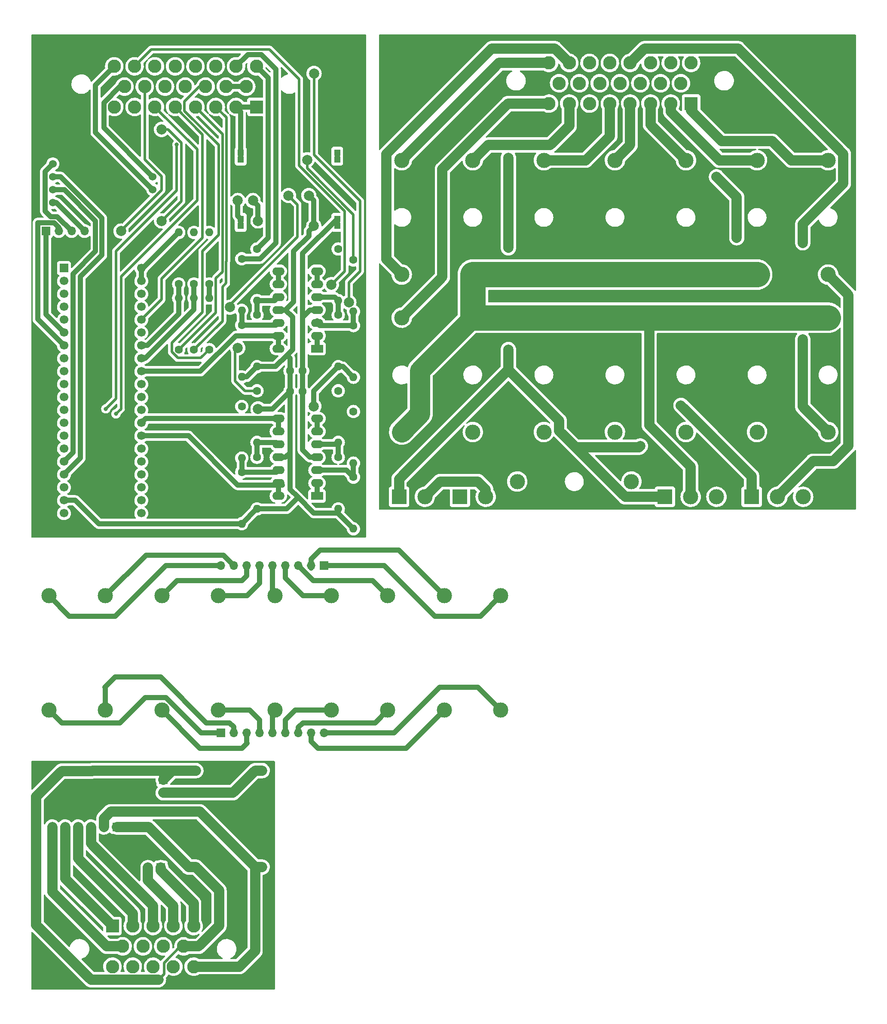
<source format=gbr>
%TF.GenerationSoftware,KiCad,Pcbnew,6.0.4+dfsg-1+b1*%
%TF.CreationDate,2022-05-05T09:12:17-03:00*%
%TF.ProjectId,painel1,7061696e-656c-4312-9e6b-696361645f70,rev?*%
%TF.SameCoordinates,Original*%
%TF.FileFunction,Copper,L1,Top*%
%TF.FilePolarity,Positive*%
%FSLAX46Y46*%
G04 Gerber Fmt 4.6, Leading zero omitted, Abs format (unit mm)*
G04 Created by KiCad (PCBNEW 6.0.4+dfsg-1+b1) date 2022-05-05 09:12:17*
%MOMM*%
%LPD*%
G01*
G04 APERTURE LIST*
%TA.AperFunction,ComponentPad*%
%ADD10C,1.600000*%
%TD*%
%TA.AperFunction,ComponentPad*%
%ADD11O,1.600000X1.600000*%
%TD*%
%TA.AperFunction,ComponentPad*%
%ADD12C,3.000000*%
%TD*%
%TA.AperFunction,ComponentPad*%
%ADD13R,2.625000X2.625000*%
%TD*%
%TA.AperFunction,ComponentPad*%
%ADD14C,2.625000*%
%TD*%
%TA.AperFunction,ComponentPad*%
%ADD15R,1.700000X1.700000*%
%TD*%
%TA.AperFunction,ComponentPad*%
%ADD16C,1.700000*%
%TD*%
%TA.AperFunction,ComponentPad*%
%ADD17R,3.000000X3.000000*%
%TD*%
%TA.AperFunction,ComponentPad*%
%ADD18C,1.524000*%
%TD*%
%TA.AperFunction,ComponentPad*%
%ADD19O,1.700000X1.700000*%
%TD*%
%TA.AperFunction,ComponentPad*%
%ADD20R,1.308000X1.308000*%
%TD*%
%TA.AperFunction,ComponentPad*%
%ADD21R,2.400000X1.600000*%
%TD*%
%TA.AperFunction,ComponentPad*%
%ADD22O,2.400000X1.600000*%
%TD*%
%TA.AperFunction,ViaPad*%
%ADD23C,2.000000*%
%TD*%
%TA.AperFunction,ViaPad*%
%ADD24C,0.800000*%
%TD*%
%TA.AperFunction,Conductor*%
%ADD25C,0.500000*%
%TD*%
%TA.AperFunction,Conductor*%
%ADD26C,1.000000*%
%TD*%
%TA.AperFunction,Conductor*%
%ADD27C,2.000000*%
%TD*%
%TA.AperFunction,Conductor*%
%ADD28C,5.000000*%
%TD*%
%TA.AperFunction,Conductor*%
%ADD29C,4.000000*%
%TD*%
G04 APERTURE END LIST*
D10*
%TO.P,R5,1*%
%TO.N,N/C*%
X93977500Y-109217500D03*
D11*
%TO.P,R5,2*%
X93977500Y-119377500D03*
%TD*%
D10*
%TO.P,R3,1*%
%TO.N,N/C*%
X74977500Y-77217500D03*
D11*
%TO.P,R3,2*%
X74977500Y-87377500D03*
%TD*%
D12*
%TO.P,F3,1*%
%TO.N,N/C*%
X187500000Y-113250000D03*
%TO.P,F3,2*%
X187500000Y-90750000D03*
%TD*%
%TO.P,F4,1*%
%TO.N,N/C*%
X67375000Y-168000000D03*
%TO.P,F4,2*%
X67375000Y-145500000D03*
%TD*%
D13*
%TO.P,J1,1,1*%
%TO.N,N/C*%
X46500000Y-210500000D03*
D14*
%TO.P,J1,2,2*%
X50500000Y-210500000D03*
%TO.P,J1,3,3*%
X54500000Y-210500000D03*
%TO.P,J1,4,4*%
X58500000Y-210500000D03*
%TO.P,J1,5,5*%
X62500000Y-210500000D03*
%TO.P,J1,6,6*%
X48500000Y-214500000D03*
%TO.P,J1,7,7*%
X52500000Y-214500000D03*
%TO.P,J1,8,8*%
X56500000Y-214500000D03*
%TO.P,J1,9,9*%
X60500000Y-214500000D03*
%TO.P,J1,10,10*%
X46500000Y-218500000D03*
%TO.P,J1,11,11*%
X50500000Y-218500000D03*
%TO.P,J1,12,12*%
X54500000Y-218500000D03*
%TO.P,J1,13,13*%
X58500000Y-218500000D03*
%TO.P,J1,14,14*%
X62500000Y-218500000D03*
%TD*%
D13*
%TO.P,J1,1,1*%
%TO.N,N/C*%
X74857500Y-49255000D03*
D14*
%TO.P,J1,2,2*%
X70857500Y-49255000D03*
%TO.P,J1,3,3*%
X66857500Y-49255000D03*
%TO.P,J1,4,4*%
X62857500Y-49255000D03*
%TO.P,J1,5,5*%
X58857500Y-49255000D03*
%TO.P,J1,6,6*%
X54857500Y-49255000D03*
%TO.P,J1,7,7*%
X50857500Y-49255000D03*
%TO.P,J1,8,8*%
X46857500Y-49255000D03*
%TO.P,J1,9,9*%
X72857500Y-45255000D03*
%TO.P,J1,10,10*%
X68857500Y-45255000D03*
%TO.P,J1,11,11*%
X64857500Y-45255000D03*
%TO.P,J1,12,12*%
X60857500Y-45255000D03*
%TO.P,J1,13,13*%
X56857500Y-45255000D03*
%TO.P,J1,14,14*%
X52857500Y-45255000D03*
%TO.P,J1,15,15*%
X48857500Y-45255000D03*
%TO.P,J1,16,16*%
X74857500Y-41255000D03*
%TO.P,J1,17,17*%
X70857500Y-41255000D03*
%TO.P,J1,18,18*%
X66857500Y-41255000D03*
%TO.P,J1,19,19*%
X62857500Y-41255000D03*
%TO.P,J1,20,20*%
X58857500Y-41255000D03*
%TO.P,J1,21,21*%
X54857500Y-41255000D03*
%TO.P,J1,22,22*%
X50857500Y-41255000D03*
%TO.P,J1,23,23*%
X46857500Y-41255000D03*
%TD*%
D12*
%TO.P,F9,1*%
%TO.N,N/C*%
X131500000Y-59750000D03*
%TO.P,F9,2*%
X131500000Y-82250000D03*
%TD*%
D13*
%TO.P,J1,1,1*%
%TO.N,N/C*%
X160500000Y-48587500D03*
D14*
%TO.P,J1,2,2*%
X156500000Y-48587500D03*
%TO.P,J1,3,3*%
X152500000Y-48587500D03*
%TO.P,J1,4,4*%
X148500000Y-48587500D03*
%TO.P,J1,5,5*%
X144500000Y-48587500D03*
%TO.P,J1,6,6*%
X140500000Y-48587500D03*
%TO.P,J1,7,7*%
X136500000Y-48587500D03*
%TO.P,J1,8,8*%
X132500000Y-48587500D03*
%TO.P,J1,9,9*%
X158500000Y-44587500D03*
%TO.P,J1,10,10*%
X154500000Y-44587500D03*
%TO.P,J1,11,11*%
X150500000Y-44587500D03*
%TO.P,J1,12,12*%
X146500000Y-44587500D03*
%TO.P,J1,13,13*%
X142500000Y-44587500D03*
%TO.P,J1,14,14*%
X138500000Y-44587500D03*
%TO.P,J1,15,15*%
X134500000Y-44587500D03*
%TO.P,J1,16,16*%
X160500000Y-40587500D03*
%TO.P,J1,17,17*%
X156500000Y-40587500D03*
%TO.P,J1,18,18*%
X152500000Y-40587500D03*
%TO.P,J1,19,19*%
X148500000Y-40587500D03*
%TO.P,J1,20,20*%
X144500000Y-40587500D03*
%TO.P,J1,21,21*%
X140500000Y-40587500D03*
%TO.P,J1,22,22*%
X136500000Y-40587500D03*
%TO.P,J1,23,23*%
X132500000Y-40587500D03*
%TD*%
D10*
%TO.P,R1,1*%
%TO.N,N/C*%
X93977500Y-79377500D03*
D11*
%TO.P,R1,2*%
X93977500Y-89537500D03*
%TD*%
D10*
%TO.P,R19,1*%
%TO.N,N/C*%
X59562500Y-97032500D03*
D11*
%TO.P,R19,2*%
X59562500Y-86872500D03*
%TD*%
D12*
%TO.P,F8,1*%
%TO.N,N/C*%
X111875000Y-168000000D03*
%TO.P,F8,2*%
X111875000Y-145500000D03*
%TD*%
%TO.P,F9,1*%
%TO.N,N/C*%
X123000000Y-168000000D03*
%TO.P,F9,2*%
X123000000Y-145500000D03*
%TD*%
D10*
%TO.P,R4,1*%
%TO.N,N/C*%
X74977500Y-90217500D03*
D11*
%TO.P,R4,2*%
X74977500Y-100377500D03*
%TD*%
D12*
%TO.P,F10,1*%
%TO.N,N/C*%
X145500000Y-59750000D03*
%TO.P,F10,2*%
X145500000Y-82250000D03*
%TD*%
D15*
%TO.P,U1,1,PB12*%
%TO.N,N/C*%
X36942500Y-80982500D03*
D16*
%TO.P,U1,2,PB13*%
X36942500Y-83522500D03*
%TO.P,U1,3,PB14*%
X36942500Y-86062500D03*
%TO.P,U1,4,PB15*%
X36942500Y-88602500D03*
%TO.P,U1,5,PA8*%
X36942500Y-91142500D03*
%TO.P,U1,6,PA9*%
X36942500Y-93682500D03*
%TO.P,U1,7,PA10*%
X36942500Y-96222500D03*
%TO.P,U1,8,PA11*%
X36942500Y-98762500D03*
%TO.P,U1,9,PA12*%
X36942500Y-101302500D03*
%TO.P,U1,10,PA15*%
X36942500Y-103842500D03*
%TO.P,U1,11,PB3*%
X36942500Y-106382500D03*
%TO.P,U1,12,PB4*%
X36942500Y-108922500D03*
%TO.P,U1,13,PB5*%
X36942500Y-111462500D03*
%TO.P,U1,14,PB6*%
X36942500Y-114002500D03*
%TO.P,U1,15,PB7*%
X36942500Y-116542500D03*
%TO.P,U1,16,PB8*%
X36942500Y-119082500D03*
%TO.P,U1,17,PB9*%
X36942500Y-121622500D03*
%TO.P,U1,18,5V*%
X36942500Y-124162500D03*
%TO.P,U1,19,GND*%
X36942500Y-126702500D03*
%TO.P,U1,20,3V3*%
X36942500Y-129242500D03*
%TO.P,U1,21,VBat*%
X52182500Y-129242500D03*
%TO.P,U1,22,PC13*%
X52182500Y-126702500D03*
%TO.P,U1,23,PC14*%
X52182500Y-124162500D03*
%TO.P,U1,24,PC15*%
X52182500Y-121622500D03*
%TO.P,U1,25,PA0*%
X52182500Y-119082500D03*
%TO.P,U1,26,PA1*%
X52182500Y-116542500D03*
%TO.P,U1,27,PA2*%
X52182500Y-114002500D03*
%TO.P,U1,28,PA3*%
X52182500Y-111462500D03*
%TO.P,U1,29,PA4*%
X52182500Y-108922500D03*
%TO.P,U1,30,PA5*%
X52182500Y-106382500D03*
%TO.P,U1,31,PA6*%
X52182500Y-103842500D03*
%TO.P,U1,32,PA7*%
X52182500Y-101302500D03*
%TO.P,U1,33,PB0*%
X52182500Y-98762500D03*
%TO.P,U1,34,PB1*%
X52182500Y-96222500D03*
%TO.P,U1,35,PB10*%
X52182500Y-93682500D03*
%TO.P,U1,36,PB11*%
X52182500Y-91142500D03*
%TO.P,U1,37,RST*%
X52182500Y-88602500D03*
%TO.P,U1,38,3V3*%
X52182500Y-86062500D03*
%TO.P,U1,39,GND*%
X52182500Y-83522500D03*
%TO.P,U1,40,GND*%
X52182500Y-80982500D03*
%TD*%
D17*
%TO.P,J3,1,Pin_1*%
%TO.N,N/C*%
X114960000Y-126000000D03*
D12*
%TO.P,J3,2,Pin_2*%
X120040000Y-126000000D03*
%TD*%
%TO.P,F2,1*%
%TO.N,N/C*%
X45125000Y-168000000D03*
%TO.P,F2,2*%
X45125000Y-145500000D03*
%TD*%
D10*
%TO.P,R6,1*%
%TO.N,N/C*%
X93977500Y-122137500D03*
D11*
%TO.P,R6,2*%
X93977500Y-132297500D03*
%TD*%
D12*
%TO.P,F4,1*%
%TO.N,N/C*%
X173500000Y-113250000D03*
%TO.P,F4,2*%
X173500000Y-90750000D03*
%TD*%
%TO.P,F3,1*%
%TO.N,N/C*%
X56250000Y-168000000D03*
%TO.P,F3,2*%
X56250000Y-145500000D03*
%TD*%
D10*
%TO.P,R2,1*%
%TO.N,N/C*%
X93977500Y-92297500D03*
D11*
%TO.P,R2,2*%
X93977500Y-102457500D03*
%TD*%
D10*
%TO.P,R15,1*%
%TO.N,N/C*%
X74977500Y-105137500D03*
D11*
%TO.P,R15,2*%
X74977500Y-115297500D03*
%TD*%
D12*
%TO.P,F8,1*%
%TO.N,N/C*%
X148750000Y-123000000D03*
%TO.P,F8,2*%
X126250000Y-123000000D03*
%TD*%
D18*
%TO.P,U3,1,VCC*%
%TO.N,N/C*%
X34752500Y-60460000D03*
%TO.P,U3,2,TX*%
X34752500Y-63000000D03*
%TO.P,U3,3,RX*%
X34752500Y-65540000D03*
%TO.P,U3,4,GND*%
X34752500Y-68080000D03*
%TO.P,U3,5,CANH*%
X54437500Y-63000000D03*
%TO.P,U3,6,CANL*%
X54437500Y-65540000D03*
%TD*%
D10*
%TO.P,R20,1*%
%TO.N,N/C*%
X59562500Y-84112500D03*
D11*
%TO.P,R20,2*%
X59562500Y-73952500D03*
%TD*%
D10*
%TO.P,R7,1*%
%TO.N,N/C*%
X71977500Y-108217500D03*
D11*
%TO.P,R7,2*%
X71977500Y-118377500D03*
%TD*%
D10*
%TO.P,C1,1*%
%TO.N,N/C*%
X83977500Y-101217500D03*
%TO.P,C1,2*%
X81477500Y-101217500D03*
%TD*%
D15*
%TO.P,J1,1,Pin_1*%
%TO.N,N/C*%
X67850000Y-172500000D03*
D19*
%TO.P,J1,2,Pin_2*%
X70390000Y-172500000D03*
%TO.P,J1,3,Pin_3*%
X72930000Y-172500000D03*
%TO.P,J1,4,Pin_4*%
X75470000Y-172500000D03*
%TO.P,J1,5,Pin_5*%
X78010000Y-172500000D03*
%TO.P,J1,6,Pin_6*%
X80550000Y-172500000D03*
%TO.P,J1,7,Pin_7*%
X83090000Y-172500000D03*
%TO.P,J1,8,Pin_8*%
X85630000Y-172500000D03*
%TO.P,J1,9,Pin_9*%
X88170000Y-172500000D03*
%TD*%
D10*
%TO.P,R12,1*%
%TO.N,N/C*%
X71977500Y-92217500D03*
D11*
%TO.P,R12,2*%
X71977500Y-102377500D03*
%TD*%
D10*
%TO.P,R21,1*%
%TO.N,N/C*%
X65562500Y-97032500D03*
D11*
%TO.P,R21,2*%
X65562500Y-86872500D03*
%TD*%
D12*
%TO.P,F5,1*%
%TO.N,N/C*%
X78500000Y-168000000D03*
%TO.P,F5,2*%
X78500000Y-145500000D03*
%TD*%
%TO.P,F1,1*%
%TO.N,N/C*%
X34000000Y-168000000D03*
%TO.P,F1,2*%
X34000000Y-145500000D03*
%TD*%
D10*
%TO.P,R22,1*%
%TO.N,N/C*%
X65562500Y-84112500D03*
D11*
%TO.P,R22,2*%
X65562500Y-73952500D03*
%TD*%
D10*
%TO.P,R13,1*%
%TO.N,N/C*%
X90977500Y-105137500D03*
D11*
%TO.P,R13,2*%
X90977500Y-115297500D03*
%TD*%
D15*
%TO.P,J2,1,Pin_1*%
%TO.N,N/C*%
X88150000Y-139500000D03*
D19*
%TO.P,J2,2,Pin_2*%
X85610000Y-139500000D03*
%TO.P,J2,3,Pin_3*%
X83070000Y-139500000D03*
%TO.P,J2,4,Pin_4*%
X80530000Y-139500000D03*
%TO.P,J2,5,Pin_5*%
X77990000Y-139500000D03*
%TO.P,J2,6,Pin_6*%
X75450000Y-139500000D03*
%TO.P,J2,7,Pin_7*%
X72910000Y-139500000D03*
%TO.P,J2,8,Pin_8*%
X70370000Y-139500000D03*
%TO.P,J2,9,Pin_9*%
X67830000Y-139500000D03*
%TD*%
D20*
%TO.P,U1,1,VIN-*%
%TO.N,N/C*%
X61536750Y-198906750D03*
%TO.P,U1,2,VIN-*%
X62936750Y-198906750D03*
%TO.P,U1,3,VIN+*%
X74606750Y-198906750D03*
%TO.P,U1,4,VIN+*%
X76006750Y-198906750D03*
%TO.P,U1,5,VOUT-*%
X61536750Y-179906750D03*
%TO.P,U1,6,VOUT-*%
X62936750Y-179906750D03*
%TO.P,U1,7,VOUT+*%
X74606750Y-179906750D03*
%TO.P,U1,8,VOUT+*%
X76006750Y-179906750D03*
%TD*%
%TO.P,U2,1,VIN-*%
%TO.N,N/C*%
X71775750Y-58219250D03*
%TO.P,U2,2,VIN-*%
X71775750Y-59619250D03*
%TO.P,U2,3,VIN+*%
X71775750Y-71289250D03*
%TO.P,U2,4,VIN+*%
X71775750Y-72689250D03*
%TO.P,U2,5,VOUT-*%
X90775750Y-58219250D03*
%TO.P,U2,6,VOUT-*%
X90775750Y-59619250D03*
%TO.P,U2,7,VOUT+*%
X90775750Y-71289250D03*
%TO.P,U2,8,VOUT+*%
X90775750Y-72689250D03*
%TD*%
D10*
%TO.P,R16,1*%
%TO.N,N/C*%
X74977500Y-118217500D03*
D11*
%TO.P,R16,2*%
X74977500Y-128377500D03*
%TD*%
D12*
%TO.P,F6,1*%
%TO.N,N/C*%
X145500000Y-113250000D03*
%TO.P,F6,2*%
X145500000Y-90750000D03*
%TD*%
%TO.P,F11,1*%
%TO.N,N/C*%
X159500000Y-59750000D03*
%TO.P,F11,2*%
X159500000Y-82250000D03*
%TD*%
D10*
%TO.P,R11,1*%
%TO.N,N/C*%
X71977500Y-79137500D03*
D11*
%TO.P,R11,2*%
X71977500Y-89297500D03*
%TD*%
D12*
%TO.P,F7,1*%
%TO.N,N/C*%
X100750000Y-168000000D03*
%TO.P,F7,2*%
X100750000Y-145500000D03*
%TD*%
D10*
%TO.P,R10,1*%
%TO.N,N/C*%
X90977500Y-90217500D03*
D11*
%TO.P,R10,2*%
X90977500Y-100377500D03*
%TD*%
D10*
%TO.P,R8,1*%
%TO.N,N/C*%
X71977500Y-121137500D03*
D11*
%TO.P,R8,2*%
X71977500Y-131297500D03*
%TD*%
D10*
%TO.P,R18,1*%
%TO.N,N/C*%
X62562500Y-84112500D03*
D11*
%TO.P,R18,2*%
X62562500Y-73952500D03*
%TD*%
D12*
%TO.P,F6,1*%
%TO.N,N/C*%
X89625000Y-168000000D03*
%TO.P,F6,2*%
X89625000Y-145500000D03*
%TD*%
%TO.P,F13,1*%
%TO.N,N/C*%
X187500000Y-59750000D03*
%TO.P,F13,2*%
X187500000Y-82250000D03*
%TD*%
%TO.P,F14,1*%
%TO.N,N/C*%
X103500000Y-90750000D03*
%TO.P,F14,2*%
X103500000Y-113250000D03*
%TD*%
%TO.P,F7,1*%
%TO.N,N/C*%
X103500000Y-59750000D03*
%TO.P,F7,2*%
X103500000Y-82250000D03*
%TD*%
D17*
%TO.P,J2,1,Pin_1*%
%TO.N,N/C*%
X172420000Y-126000000D03*
D12*
%TO.P,J2,2,Pin_2*%
X177500000Y-126000000D03*
%TO.P,J2,3,Pin_3*%
X182580000Y-126000000D03*
%TD*%
%TO.P,F1,1*%
%TO.N,N/C*%
X117500000Y-113250000D03*
%TO.P,F1,2*%
X117500000Y-90750000D03*
%TD*%
D10*
%TO.P,R14,1*%
%TO.N,N/C*%
X90977500Y-118217500D03*
D11*
%TO.P,R14,2*%
X90977500Y-128377500D03*
%TD*%
D21*
%TO.P,U5,1*%
%TO.N,N/C*%
X86802500Y-125842500D03*
D22*
%TO.P,U5,2,-*%
X86802500Y-123302500D03*
%TO.P,U5,3,+*%
X86802500Y-120762500D03*
%TO.P,U5,4,V+*%
X86802500Y-118222500D03*
%TO.P,U5,5,+*%
X86802500Y-115682500D03*
%TO.P,U5,6,-*%
X86802500Y-113142500D03*
%TO.P,U5,7*%
X86802500Y-110602500D03*
%TO.P,U5,8*%
X79182500Y-110602500D03*
%TO.P,U5,9,-*%
X79182500Y-113142500D03*
%TO.P,U5,10,+*%
X79182500Y-115682500D03*
%TO.P,U5,11,V-*%
X79182500Y-118222500D03*
%TO.P,U5,12,+*%
X79182500Y-120762500D03*
%TO.P,U5,13,-*%
X79182500Y-123302500D03*
%TO.P,U5,14*%
X79182500Y-125842500D03*
%TD*%
D10*
%TO.P,R9,1*%
%TO.N,N/C*%
X90977500Y-77217500D03*
D11*
%TO.P,R9,2*%
X90977500Y-87377500D03*
%TD*%
D17*
%TO.P,J4,1,Pin_1*%
%TO.N,N/C*%
X155340000Y-126000000D03*
D12*
%TO.P,J4,2,Pin_2*%
X160420000Y-126000000D03*
%TO.P,J4,3,Pin_3*%
X165500000Y-126000000D03*
%TD*%
D15*
%TO.P,J2,1,Pin_1*%
%TO.N,N/C*%
X47350000Y-191000000D03*
D19*
%TO.P,J2,2,Pin_2*%
X44810000Y-191000000D03*
%TO.P,J2,3,Pin_3*%
X42270000Y-191000000D03*
%TO.P,J2,4,Pin_4*%
X39730000Y-191000000D03*
%TO.P,J2,5,Pin_5*%
X37190000Y-191000000D03*
%TO.P,J2,6,Pin_6*%
X34650000Y-191000000D03*
%TD*%
D15*
%TO.P,J3,1,Pin_1*%
%TO.N,N/C*%
X56040000Y-199000000D03*
D19*
%TO.P,J3,2,Pin_2*%
X53500000Y-199000000D03*
%TD*%
D12*
%TO.P,F12,1*%
%TO.N,N/C*%
X173500000Y-59750000D03*
%TO.P,F12,2*%
X173500000Y-82250000D03*
%TD*%
D10*
%TO.P,R17,1*%
%TO.N,N/C*%
X62562500Y-97032500D03*
D11*
%TO.P,R17,2*%
X62562500Y-86872500D03*
%TD*%
D15*
%TO.P,J2,1,Pin_1*%
%TO.N,N/C*%
X33382500Y-73682500D03*
D19*
%TO.P,J2,2,Pin_2*%
X35922500Y-73682500D03*
%TO.P,J2,3,Pin_3*%
X38462500Y-73682500D03*
%TO.P,J2,4,Pin_4*%
X41002500Y-73682500D03*
%TD*%
D12*
%TO.P,F2,1*%
%TO.N,N/C*%
X131500000Y-113250000D03*
%TO.P,F2,2*%
X131500000Y-90750000D03*
%TD*%
%TO.P,F5,1*%
%TO.N,N/C*%
X159500000Y-113250000D03*
%TO.P,F5,2*%
X159500000Y-90750000D03*
%TD*%
D17*
%TO.P,J5,1,Pin_1*%
%TO.N,N/C*%
X102960000Y-126000000D03*
D12*
%TO.P,J5,2,Pin_2*%
X108040000Y-126000000D03*
%TD*%
D10*
%TO.P,C2,1*%
%TO.N,N/C*%
X83977500Y-105217500D03*
%TO.P,C2,2*%
X81477500Y-105217500D03*
%TD*%
D15*
%TO.P,J4,1,Pin_1*%
%TO.N,N/C*%
X56500000Y-181725000D03*
D19*
%TO.P,J4,2,Pin_2*%
X56500000Y-184265000D03*
%TD*%
D12*
%TO.P,F15,1*%
%TO.N,N/C*%
X117500000Y-59750000D03*
%TO.P,F15,2*%
X117500000Y-82250000D03*
%TD*%
D21*
%TO.P,U4,1*%
%TO.N,N/C*%
X86802500Y-96842500D03*
D22*
%TO.P,U4,2,-*%
X86802500Y-94302500D03*
%TO.P,U4,3,+*%
X86802500Y-91762500D03*
%TO.P,U4,4,V+*%
X86802500Y-89222500D03*
%TO.P,U4,5,+*%
X86802500Y-86682500D03*
%TO.P,U4,6,-*%
X86802500Y-84142500D03*
%TO.P,U4,7*%
X86802500Y-81602500D03*
%TO.P,U4,8*%
X79182500Y-81602500D03*
%TO.P,U4,9,-*%
X79182500Y-84142500D03*
%TO.P,U4,10,+*%
X79182500Y-86682500D03*
%TO.P,U4,11,V-*%
X79182500Y-89222500D03*
%TO.P,U4,12,+*%
X79182500Y-91762500D03*
%TO.P,U4,13,-*%
X79182500Y-94302500D03*
%TO.P,U4,14*%
X79182500Y-96842500D03*
%TD*%
D23*
%TO.N,*%
X81182500Y-66682500D03*
X48182500Y-73682500D03*
X86182500Y-108182000D03*
D24*
X59182500Y-56682500D03*
D23*
X74182500Y-67682500D03*
D24*
X47182500Y-109682500D03*
D23*
X165500000Y-63000000D03*
X124500000Y-59249989D03*
X71182500Y-96682500D03*
X86182500Y-72682500D03*
X93076201Y-87696815D03*
X89622193Y-84242807D03*
X182500000Y-76000000D03*
X150500000Y-116000000D03*
X56182500Y-53682500D03*
X84845155Y-59656184D03*
D24*
X45182500Y-108682500D03*
D23*
X69669500Y-88682500D03*
X158500000Y-108000000D03*
X124500000Y-77000000D03*
X75182500Y-71682500D03*
X182500000Y-95000000D03*
X124500000Y-97000000D03*
X75182500Y-108682500D03*
X71182500Y-67682500D03*
X169500000Y-75000000D03*
X86212491Y-42652509D03*
X56182500Y-71682500D03*
X85182500Y-66682500D03*
%TD*%
D25*
%TO.N,*%
X95277011Y-81587989D02*
X95277011Y-67777011D01*
D26*
X82182500Y-77682500D02*
X85182500Y-74682500D01*
D27*
X36500000Y-180000000D02*
X31500000Y-185000000D01*
D26*
X77990000Y-139500000D02*
X77990000Y-144990000D01*
D27*
X103500000Y-59750000D02*
X122662500Y-40587500D01*
D26*
X35400000Y-68080000D02*
X34752500Y-68080000D01*
D25*
X81182500Y-66682500D02*
X82977020Y-68477020D01*
D27*
X176500000Y-56000000D02*
X166500000Y-56000000D01*
D26*
X33240989Y-61971511D02*
X34752500Y-60460000D01*
D25*
X48182500Y-82682500D02*
X48182500Y-108682500D01*
D26*
X80530000Y-142030000D02*
X80530000Y-139500000D01*
D27*
X124420550Y-48587500D02*
X132500000Y-48587500D01*
D26*
X83977500Y-105217500D02*
X83977500Y-116797500D01*
D25*
X93977500Y-70417518D02*
X93977500Y-79377500D01*
D27*
X100500489Y-79250489D02*
X100500489Y-58507561D01*
D26*
X90977500Y-100377500D02*
X91897500Y-100377500D01*
D27*
X34650000Y-203774022D02*
X45375978Y-214500000D01*
D26*
X52965223Y-98762500D02*
X52182500Y-98762500D01*
D28*
X131500000Y-82250000D02*
X145500000Y-82250000D01*
D26*
X71977500Y-102377500D02*
X72977500Y-102377500D01*
D27*
X117500000Y-59750000D02*
X120499511Y-56750489D01*
D26*
X87000000Y-175500000D02*
X104375000Y-175500000D01*
D27*
X47000000Y-221062011D02*
X55561221Y-221062011D01*
D26*
X86182500Y-72682500D02*
X86182500Y-67682500D01*
X61502500Y-114002500D02*
X71182500Y-123682500D01*
X80582500Y-89222500D02*
X82182500Y-87622500D01*
X43182500Y-77682500D02*
X38762500Y-82102500D01*
D27*
X61536750Y-179906750D02*
X58318250Y-179906750D01*
X160420000Y-126000000D02*
X160420000Y-120080000D01*
D26*
X53125000Y-137500000D02*
X45125000Y-145500000D01*
X38762500Y-82102500D02*
X38762500Y-117262500D01*
X90775750Y-71289250D02*
X83977500Y-78087500D01*
D27*
X169500000Y-67000000D02*
X165500000Y-63000000D01*
D25*
X69669500Y-88195500D02*
X69669500Y-88682500D01*
D28*
X152250000Y-90750000D02*
X159500000Y-90750000D01*
D27*
X58318250Y-179906750D02*
X56500000Y-181725000D01*
D25*
X93076201Y-83788799D02*
X95277011Y-81587989D01*
X68182500Y-54580000D02*
X68170000Y-54592500D01*
D26*
X86070000Y-142500000D02*
X97750000Y-142500000D01*
X31782989Y-91062989D02*
X36942500Y-96222500D01*
X36942500Y-119082500D02*
X38762500Y-117262500D01*
X44432020Y-71164932D02*
X36267088Y-63000000D01*
X68857500Y-45255000D02*
X72857500Y-45255000D01*
D25*
X82977020Y-68477020D02*
X82977020Y-74887980D01*
D26*
X34982011Y-72082989D02*
X31782989Y-72082989D01*
X119000000Y-149500000D02*
X123000000Y-145500000D01*
X86802500Y-81602500D02*
X86802500Y-84142500D01*
D25*
X56687989Y-217749439D02*
X56687989Y-219935243D01*
D26*
X83077989Y-126117011D02*
X80817500Y-128377500D01*
X67830000Y-139500000D02*
X57000000Y-139500000D01*
X71775750Y-50173250D02*
X70857500Y-49255000D01*
D27*
X108040000Y-126000000D02*
X111039511Y-123000489D01*
D26*
X71977500Y-92217500D02*
X71977500Y-89297500D01*
X83090000Y-171410000D02*
X84000000Y-170500000D01*
D25*
X70677989Y-97187011D02*
X70677989Y-103177989D01*
D26*
X71775750Y-58219250D02*
X71775750Y-59619250D01*
X81477500Y-124516522D02*
X81477500Y-117327500D01*
X52258105Y-93682500D02*
X52182500Y-93682500D01*
X78487500Y-87377500D02*
X79182500Y-86682500D01*
D25*
X60082011Y-56309909D02*
X57454602Y-53682500D01*
D28*
X173500000Y-90750000D02*
X187500000Y-90750000D01*
D27*
X148500000Y-40587500D02*
X151312011Y-37775489D01*
D26*
X48000000Y-170500000D02*
X36500000Y-170500000D01*
D27*
X56500000Y-184265000D02*
X70248500Y-184265000D01*
D26*
X35613469Y-70833469D02*
X34333469Y-70833469D01*
X65562500Y-86872500D02*
X65562500Y-84112500D01*
X78012500Y-108682500D02*
X81477500Y-105217500D01*
D25*
X63912500Y-98682500D02*
X59374713Y-98682500D01*
D29*
X103500000Y-113250000D02*
X107099521Y-109650479D01*
D28*
X117500000Y-90750000D02*
X131500000Y-90750000D01*
D26*
X85402500Y-89222500D02*
X86802500Y-89222500D01*
D25*
X54857500Y-49255000D02*
X63182500Y-57580000D01*
D26*
X93977500Y-92297500D02*
X87337500Y-92297500D01*
D27*
X124500000Y-100960000D02*
X124500000Y-97000000D01*
D26*
X47941375Y-45255000D02*
X48857500Y-45255000D01*
D25*
X58857500Y-49255000D02*
X64262989Y-54660489D01*
D27*
X111500000Y-61508050D02*
X124420550Y-48587500D01*
D25*
X59182500Y-65682500D02*
X59182500Y-56682500D01*
D26*
X62562500Y-86872500D02*
X62562500Y-84112500D01*
X43797500Y-131297500D02*
X39202500Y-126702500D01*
X36267088Y-63000000D02*
X34752500Y-63000000D01*
X40182500Y-118382500D02*
X40182500Y-82682500D01*
X65000000Y-170500000D02*
X56000000Y-161500000D01*
X44795489Y-48400886D02*
X47941375Y-45255000D01*
D25*
X50079047Y-71682500D02*
X48182500Y-73579047D01*
D26*
X73000000Y-145500000D02*
X75450000Y-143050000D01*
X52182500Y-114002500D02*
X61502500Y-114002500D01*
X79182500Y-118222500D02*
X80582500Y-118222500D01*
D27*
X187500000Y-59750000D02*
X180250000Y-59750000D01*
D25*
X56687989Y-219935243D02*
X55561221Y-221062011D01*
X86212491Y-58712491D02*
X86212491Y-42652509D01*
X64182500Y-77682500D02*
X67420480Y-74444520D01*
D27*
X56040000Y-199540000D02*
X62500000Y-206000000D01*
X180250000Y-59750000D02*
X176500000Y-56000000D01*
D25*
X47182500Y-77682500D02*
X59182500Y-65682500D01*
D26*
X56000000Y-161500000D02*
X47000000Y-161500000D01*
X86802500Y-115682500D02*
X90592500Y-115682500D01*
D29*
X107099521Y-101150479D02*
X117500000Y-90750000D01*
D26*
X90592500Y-115682500D02*
X90977500Y-115297500D01*
D27*
X50500000Y-208000000D02*
X50500000Y-210500000D01*
D26*
X71977500Y-121137500D02*
X71977500Y-118377500D01*
X44432020Y-78432980D02*
X44432020Y-71164932D01*
D27*
X150500000Y-116000000D02*
X150250489Y-116249511D01*
D26*
X70370000Y-139500000D02*
X68370000Y-137500000D01*
X83070000Y-139500000D02*
X86070000Y-142500000D01*
D25*
X68919520Y-79682500D02*
X68932020Y-79670000D01*
D27*
X144500000Y-55000000D02*
X144500000Y-48587500D01*
D26*
X86802500Y-113142500D02*
X86802500Y-110602500D01*
X38000000Y-149500000D02*
X34000000Y-145500000D01*
D25*
X84845155Y-59656184D02*
X84845155Y-61285173D01*
D26*
X59562500Y-90044581D02*
X53384581Y-96222500D01*
D27*
X111500000Y-82750000D02*
X111500000Y-61508050D01*
D26*
X57000000Y-165500000D02*
X53000000Y-165500000D01*
D25*
X95277011Y-67777011D02*
X86212491Y-58712491D01*
D27*
X169767439Y-37775489D02*
X190500000Y-58508050D01*
D26*
X52532500Y-80982500D02*
X52182500Y-80982500D01*
D27*
X31500000Y-185000000D02*
X31500000Y-193500000D01*
D28*
X145500000Y-90750000D02*
X152250000Y-90750000D01*
D27*
X182500000Y-95000000D02*
X182500000Y-108250000D01*
X169500000Y-75000000D02*
X169500000Y-67000000D01*
D26*
X71182500Y-70696000D02*
X71775750Y-71289250D01*
X77169511Y-75025489D02*
X77169511Y-43567011D01*
D27*
X58500000Y-206500000D02*
X53500000Y-201500000D01*
D25*
X77443470Y-37943470D02*
X83282021Y-43782021D01*
D26*
X72977500Y-102377500D02*
X74977500Y-100377500D01*
X74977500Y-128377500D02*
X74897500Y-128377500D01*
D25*
X68170000Y-84695000D02*
X68919520Y-83945480D01*
D26*
X81477500Y-105217500D02*
X81477500Y-101217500D01*
D25*
X63182500Y-57580000D02*
X63182500Y-67682500D01*
D26*
X93977500Y-119377500D02*
X93977500Y-122137500D01*
D27*
X71500000Y-218500000D02*
X62500000Y-218500000D01*
D26*
X83977500Y-90647500D02*
X85402500Y-89222500D01*
X74977500Y-77217500D02*
X77169511Y-75025489D01*
D28*
X117500000Y-82250000D02*
X117500000Y-90750000D01*
D25*
X60082011Y-67782989D02*
X60082011Y-56309909D01*
D26*
X92602500Y-120762500D02*
X86802500Y-120762500D01*
D25*
X56182500Y-87142500D02*
X52182500Y-91142500D01*
D27*
X166038478Y-59750000D02*
X156500000Y-50211522D01*
X62936750Y-179906750D02*
X42561949Y-179906750D01*
D26*
X75182500Y-108682500D02*
X78012500Y-108682500D01*
X45000000Y-163500000D02*
X45125000Y-163625000D01*
X53000000Y-165500000D02*
X48000000Y-170500000D01*
X53042500Y-110602500D02*
X52182500Y-111462500D01*
X72930000Y-172500000D02*
X72930000Y-174430000D01*
D25*
X48182500Y-73579047D02*
X48182500Y-73682500D01*
D26*
X79182500Y-84142500D02*
X79182500Y-81602500D01*
D27*
X137749511Y-116249511D02*
X134499511Y-112999511D01*
D28*
X117500000Y-82250000D02*
X131500000Y-82250000D01*
D26*
X79182500Y-123302500D02*
X79182500Y-125842500D01*
X70390000Y-172500000D02*
X70390000Y-171297919D01*
D27*
X42561949Y-179906750D02*
X42468699Y-180000000D01*
D26*
X79182500Y-94302500D02*
X79182500Y-96842500D01*
X82500000Y-168000000D02*
X89625000Y-168000000D01*
X78592405Y-100377500D02*
X80864952Y-98104952D01*
X98250000Y-170500000D02*
X100750000Y-168000000D01*
D25*
X71182500Y-96682500D02*
X70677989Y-97187011D01*
D27*
X124500000Y-101000000D02*
X134499511Y-110999511D01*
D25*
X63182500Y-67682500D02*
X48182500Y-82682500D01*
D27*
X151312011Y-37775489D02*
X169767439Y-37775489D01*
D25*
X56182500Y-83078966D02*
X56182500Y-87142500D01*
D27*
X44810000Y-191000000D02*
X44810000Y-189340978D01*
X145500000Y-59750000D02*
X148500000Y-56750000D01*
D25*
X92277011Y-69777011D02*
X92277011Y-81587989D01*
X68170000Y-81695000D02*
X66862011Y-83002989D01*
X56182500Y-71682500D02*
X60082011Y-67782989D01*
D26*
X47000000Y-149500000D02*
X38000000Y-149500000D01*
D27*
X136500000Y-53000000D02*
X136500000Y-48587500D01*
X182500000Y-72323721D02*
X182500000Y-76000000D01*
D26*
X83090000Y-172500000D02*
X83090000Y-171410000D01*
D28*
X131500000Y-90750000D02*
X145500000Y-90750000D01*
D27*
X45375978Y-214500000D02*
X48500000Y-214500000D01*
D26*
X88150000Y-139500000D02*
X100000000Y-139500000D01*
X81477500Y-98717500D02*
X80864952Y-98104952D01*
X85402500Y-118222500D02*
X86802500Y-118222500D01*
X77169511Y-43567011D02*
X74857500Y-41255000D01*
X84000000Y-170500000D02*
X98250000Y-170500000D01*
X75470000Y-172500000D02*
X75470000Y-169970000D01*
X41002500Y-73682500D02*
X35400000Y-68080000D01*
D25*
X62562500Y-97032500D02*
X68170000Y-91425000D01*
X48182500Y-108682500D02*
X47182500Y-109682500D01*
D26*
X85610000Y-138297919D02*
X87407919Y-136500000D01*
X43182500Y-54285000D02*
X43182500Y-44930000D01*
D27*
X74606750Y-215393250D02*
X71500000Y-218500000D01*
D28*
X145500000Y-82250000D02*
X159500000Y-82250000D01*
D26*
X86182500Y-67682500D02*
X85182500Y-66682500D01*
X85182500Y-74682500D02*
X85182500Y-73682500D01*
D27*
X160420000Y-120080000D02*
X152250000Y-111910000D01*
D26*
X78807500Y-121137500D02*
X79182500Y-120762500D01*
X90977500Y-100377500D02*
X86182500Y-105172500D01*
X74977500Y-90217500D02*
X74977500Y-87377500D01*
D27*
X131500000Y-59750000D02*
X139750000Y-59750000D01*
D25*
X67420480Y-74444520D02*
X67420480Y-56757998D01*
X59937428Y-214500000D02*
X56687989Y-217749439D01*
D27*
X42279666Y-221062011D02*
X47000000Y-221062011D01*
D26*
X64000000Y-172500000D02*
X57000000Y-165500000D01*
X78669031Y-76070863D02*
X78669031Y-41796853D01*
D27*
X134499511Y-110999511D02*
X134499511Y-112999511D01*
X166500000Y-56000000D02*
X160500000Y-50000000D01*
D26*
X81477500Y-117327500D02*
X81477500Y-105217500D01*
X86802500Y-123302500D02*
X86802500Y-125842500D01*
X72000000Y-142500000D02*
X59250000Y-142500000D01*
D27*
X160500000Y-50000000D02*
X160500000Y-48587500D01*
D26*
X75470000Y-169970000D02*
X73500000Y-168000000D01*
D27*
X102960000Y-126000000D02*
X102960000Y-122500000D01*
D26*
X71977500Y-131297500D02*
X43797500Y-131297500D01*
X90977500Y-129217500D02*
X86178478Y-129217500D01*
D27*
X31500000Y-193500000D02*
X31500000Y-210282345D01*
D26*
X79182500Y-113142500D02*
X79182500Y-110602500D01*
D25*
X66862011Y-83002989D02*
X66862011Y-89732989D01*
D26*
X83977500Y-101217500D02*
X83977500Y-90887500D01*
D27*
X188500000Y-119000000D02*
X184500000Y-119000000D01*
D26*
X118500000Y-163500000D02*
X123000000Y-168000000D01*
X34333469Y-70833469D02*
X33240989Y-69740989D01*
X84000000Y-145500000D02*
X80530000Y-142030000D01*
D27*
X42270000Y-191000000D02*
X42270000Y-194270000D01*
D26*
X52182500Y-80982500D02*
X52182500Y-83522500D01*
D27*
X74606750Y-179906750D02*
X76006750Y-179906750D01*
D26*
X75182500Y-68682500D02*
X74182500Y-67682500D01*
D27*
X62500000Y-206000000D02*
X62500000Y-210500000D01*
D26*
X78010000Y-172500000D02*
X78010000Y-168490000D01*
X71775750Y-72689250D02*
X71775750Y-71289250D01*
X90977500Y-118217500D02*
X90977500Y-115297500D01*
D27*
X191500000Y-86250000D02*
X191500000Y-116000000D01*
D26*
X110000000Y-149500000D02*
X119000000Y-149500000D01*
D27*
X120499511Y-56750489D02*
X132749511Y-56750489D01*
D25*
X64262989Y-54660489D02*
X64262989Y-74998477D01*
D26*
X74977500Y-118217500D02*
X74977500Y-115297500D01*
D25*
X93076201Y-87696815D02*
X93076201Y-83788799D01*
X56152509Y-65609038D02*
X50079047Y-71682500D01*
D26*
X90775750Y-58219250D02*
X90775750Y-59619250D01*
D27*
X37190000Y-191000000D02*
X37190000Y-201190000D01*
D26*
X83077989Y-126117011D02*
X81477500Y-124516522D01*
D27*
X67500000Y-203500000D02*
X67500000Y-210500000D01*
X62936750Y-198936750D02*
X67500000Y-203500000D01*
D26*
X72000000Y-175500000D02*
X63750000Y-175500000D01*
D27*
X74606750Y-198906750D02*
X76006750Y-198906750D01*
X184500000Y-119000000D02*
X177500000Y-126000000D01*
D26*
X71182500Y-67682500D02*
X71182500Y-70696000D01*
D27*
X102960000Y-122500000D02*
X124500000Y-100960000D01*
D26*
X81977500Y-96992405D02*
X81977500Y-90617500D01*
D27*
X152500000Y-52750000D02*
X152500000Y-48587500D01*
D26*
X81977500Y-90617500D02*
X80582500Y-89222500D01*
X72910000Y-139500000D02*
X72910000Y-141590000D01*
X71977500Y-121137500D02*
X78807500Y-121137500D01*
X90282500Y-86682500D02*
X90977500Y-87377500D01*
D25*
X70677989Y-103177989D02*
X72637500Y-105137500D01*
D27*
X70248500Y-184265000D02*
X74606750Y-179906750D01*
D26*
X80817500Y-128377500D02*
X74977500Y-128377500D01*
X59562500Y-73952500D02*
X52532500Y-80982500D01*
X35922500Y-73682500D02*
X35922500Y-73023478D01*
X102875000Y-136500000D02*
X111875000Y-145500000D01*
X74977500Y-87377500D02*
X78487500Y-87377500D01*
D27*
X147500000Y-126000000D02*
X155340000Y-126000000D01*
D26*
X34752500Y-65540000D02*
X37040000Y-65540000D01*
X80550000Y-172500000D02*
X80550000Y-169950000D01*
X72930000Y-174430000D02*
X73000000Y-174500000D01*
X57000000Y-139500000D02*
X47000000Y-149500000D01*
X74977500Y-115297500D02*
X78797500Y-115297500D01*
X74897500Y-128377500D02*
X71977500Y-131297500D01*
D25*
X63610000Y-45255000D02*
X64857500Y-45255000D01*
D27*
X134499511Y-112999511D02*
X147500000Y-126000000D01*
D26*
X74977500Y-100377500D02*
X78592405Y-100377500D01*
D27*
X159500000Y-59750000D02*
X152500000Y-52750000D01*
X103500000Y-90750000D02*
X111500000Y-82750000D01*
D26*
X97750000Y-142500000D02*
X100750000Y-145500000D01*
D27*
X191500000Y-116000000D02*
X188500000Y-119000000D01*
D26*
X71182500Y-123682500D02*
X79977980Y-123682500D01*
D27*
X132749511Y-56750489D02*
X136500000Y-53000000D01*
D26*
X54437500Y-65540000D02*
X43182500Y-54285000D01*
D28*
X159500000Y-90750000D02*
X164250000Y-90750000D01*
D26*
X67850000Y-172500000D02*
X64000000Y-172500000D01*
X90977500Y-87377500D02*
X90977500Y-90217500D01*
D27*
X103500000Y-82250000D02*
X100500489Y-79250489D01*
X44810000Y-189340978D02*
X46150978Y-188000000D01*
X63500000Y-214500000D02*
X60500000Y-214500000D01*
D26*
X59562500Y-86872500D02*
X59562500Y-84112500D01*
X69592081Y-170500000D02*
X65000000Y-170500000D01*
X90977500Y-129297500D02*
X93977500Y-132297500D01*
X33240989Y-69740989D02*
X33240989Y-61971511D01*
X104375000Y-175500000D02*
X111875000Y-168000000D01*
X63750000Y-175500000D02*
X56250000Y-168000000D01*
D25*
X58182500Y-97490287D02*
X58182500Y-95682500D01*
D26*
X81477500Y-101217500D02*
X81477500Y-98717500D01*
X90977500Y-128377500D02*
X90977500Y-129217500D01*
X63837394Y-101302500D02*
X70837394Y-94302500D01*
D27*
X39730000Y-191000000D02*
X39730000Y-197230000D01*
D26*
X77990000Y-144990000D02*
X78500000Y-145500000D01*
X71977500Y-92217500D02*
X78727500Y-92217500D01*
D27*
X62936750Y-198906750D02*
X62936750Y-198936750D01*
X172420000Y-121920000D02*
X158500000Y-108000000D01*
X190500000Y-58508050D02*
X190500000Y-64323721D01*
X61536750Y-198906750D02*
X62936750Y-198906750D01*
D26*
X86178478Y-129217500D02*
X83077989Y-126117011D01*
D25*
X56152509Y-62930962D02*
X56152509Y-65609038D01*
D26*
X86802500Y-86682500D02*
X90282500Y-86682500D01*
X73169511Y-38942989D02*
X70857500Y-41255000D01*
X53384581Y-96222500D02*
X52182500Y-96222500D01*
X75182500Y-71682500D02*
X75182500Y-68682500D01*
D27*
X100500489Y-58507561D02*
X121232561Y-37775489D01*
D25*
X58182500Y-95682500D02*
X64182500Y-89682500D01*
D26*
X33382500Y-73682500D02*
X33382500Y-90122500D01*
X43182500Y-71682500D02*
X43182500Y-77682500D01*
D27*
X118500489Y-123000489D02*
X120040000Y-124540000D01*
X182500000Y-108250000D02*
X187500000Y-113250000D01*
D25*
X62857500Y-49255000D02*
X68182500Y-54580000D01*
D26*
X75815167Y-38942989D02*
X73169511Y-38942989D01*
D27*
X74606750Y-198906750D02*
X74606750Y-215393250D01*
D26*
X75602394Y-79137500D02*
X78669031Y-76070863D01*
X52182500Y-101302500D02*
X63837394Y-101302500D01*
D27*
X190500000Y-64323721D02*
X182500000Y-72323721D01*
D28*
X164250000Y-90750000D02*
X173500000Y-90750000D01*
D26*
X31782989Y-72082989D02*
X31782989Y-91062989D01*
D27*
X54500000Y-206500000D02*
X54500000Y-210500000D01*
D26*
X83977500Y-78087500D02*
X83977500Y-90887500D01*
D27*
X120040000Y-124540000D02*
X120040000Y-126000000D01*
X53630000Y-191000000D02*
X61536750Y-198906750D01*
X172420000Y-126000000D02*
X172420000Y-121920000D01*
D26*
X90977500Y-129217500D02*
X90977500Y-129297500D01*
X80864952Y-98104952D02*
X81977500Y-96992405D01*
X87407919Y-136500000D02*
X102875000Y-136500000D01*
D27*
X67500000Y-210500000D02*
X63500000Y-214500000D01*
D26*
X40182500Y-82682500D02*
X44432020Y-78432980D01*
X86802500Y-94302500D02*
X86802500Y-96842500D01*
D25*
X68932020Y-79670000D02*
X68932020Y-51329520D01*
D26*
X70390000Y-171297919D02*
X69592081Y-170500000D01*
X71977500Y-79137500D02*
X75602394Y-79137500D01*
D25*
X68170000Y-91425000D02*
X68170000Y-84695000D01*
X59374713Y-98682500D02*
X58182500Y-97490287D01*
D26*
X73000000Y-174500000D02*
X72000000Y-175500000D01*
X85610000Y-139500000D02*
X85610000Y-140059022D01*
D27*
X61536750Y-179906750D02*
X62936750Y-179906750D01*
D26*
X36942500Y-121622500D02*
X40182500Y-118382500D01*
D25*
X68919520Y-83945480D02*
X68919520Y-79682500D01*
D27*
X152250000Y-111910000D02*
X152250000Y-90750000D01*
X156500000Y-50211522D02*
X156500000Y-48587500D01*
D26*
X38462500Y-73682500D02*
X35613469Y-70833469D01*
D27*
X42270000Y-194270000D02*
X54500000Y-206500000D01*
X124500000Y-59249989D02*
X124500000Y-77000000D01*
D25*
X67420480Y-56757998D02*
X60669511Y-50007029D01*
D26*
X87337500Y-92297500D02*
X86802500Y-91762500D01*
X75450000Y-143050000D02*
X75450000Y-139500000D01*
X39202500Y-126702500D02*
X36942500Y-126702500D01*
D27*
X121232561Y-37775489D02*
X133687989Y-37775489D01*
D26*
X67375000Y-145500000D02*
X73000000Y-145500000D01*
X78797500Y-115297500D02*
X79182500Y-115682500D01*
D28*
X159500000Y-82250000D02*
X173500000Y-82250000D01*
D26*
X47000000Y-161500000D02*
X45000000Y-163500000D01*
D25*
X60500000Y-214500000D02*
X59937428Y-214500000D01*
X82977020Y-74887980D02*
X69669500Y-88195500D01*
D26*
X70837394Y-94302500D02*
X79182500Y-94302500D01*
D27*
X53500000Y-201500000D02*
X53500000Y-199000000D01*
D26*
X102000000Y-172500000D02*
X111000000Y-163500000D01*
X35922500Y-73023478D02*
X34982011Y-72082989D01*
D25*
X64262989Y-74998477D02*
X56182500Y-83078966D01*
D26*
X45125000Y-163625000D02*
X45125000Y-168000000D01*
X88170000Y-172500000D02*
X102000000Y-172500000D01*
D27*
X56040000Y-199000000D02*
X56040000Y-199540000D01*
D26*
X44795489Y-53357989D02*
X44795489Y-48400886D01*
D25*
X72637500Y-105137500D02*
X74977500Y-105137500D01*
D27*
X173500000Y-59750000D02*
X166038478Y-59750000D01*
D25*
X68932020Y-51329520D02*
X66857500Y-49255000D01*
D27*
X124500000Y-100960000D02*
X124500000Y-101000000D01*
D26*
X83977500Y-101217500D02*
X83977500Y-105217500D01*
X85630000Y-172500000D02*
X85630000Y-174130000D01*
X59562500Y-86872500D02*
X59562500Y-90044581D01*
X90775750Y-71289250D02*
X90775750Y-72689250D01*
X93977500Y-122137500D02*
X92602500Y-120762500D01*
D25*
X52857500Y-45255000D02*
X52857500Y-59635953D01*
X83282021Y-60782021D02*
X92277011Y-69777011D01*
D26*
X89625000Y-145500000D02*
X84000000Y-145500000D01*
D25*
X66862011Y-89732989D02*
X59562500Y-97032500D01*
X92277011Y-81587989D02*
X89622193Y-84242807D01*
D26*
X80582500Y-89222500D02*
X79182500Y-89222500D01*
D25*
X65562500Y-97032500D02*
X63912500Y-98682500D01*
D27*
X31500000Y-210282345D02*
X42279666Y-221062011D01*
D25*
X54169030Y-37943470D02*
X77443470Y-37943470D01*
D26*
X85630000Y-174130000D02*
X87000000Y-175500000D01*
X86802500Y-91762500D02*
X86802500Y-91392500D01*
D27*
X47350000Y-191000000D02*
X53630000Y-191000000D01*
D26*
X100000000Y-139500000D02*
X110000000Y-149500000D01*
D25*
X45182500Y-108682500D02*
X47182500Y-106682500D01*
D26*
X62562500Y-89165223D02*
X52965223Y-98762500D01*
X33382500Y-90122500D02*
X36942500Y-93682500D01*
X59250000Y-142500000D02*
X56250000Y-145500000D01*
X68370000Y-137500000D02*
X53125000Y-137500000D01*
X78727500Y-92217500D02*
X79182500Y-91762500D01*
D27*
X34650000Y-191000000D02*
X34650000Y-203774022D01*
D26*
X43182500Y-44930000D02*
X46857500Y-41255000D01*
D27*
X39730000Y-197230000D02*
X50500000Y-208000000D01*
D26*
X36500000Y-170500000D02*
X34000000Y-168000000D01*
X54437500Y-63000000D02*
X44795489Y-53357989D01*
D25*
X68170000Y-54592500D02*
X68170000Y-81695000D01*
X83282021Y-43782021D02*
X83282021Y-60782021D01*
D26*
X80550000Y-169950000D02*
X82500000Y-168000000D01*
D27*
X111039511Y-123000489D02*
X118500489Y-123000489D01*
X122662500Y-40587500D02*
X132500000Y-40587500D01*
D26*
X111000000Y-163500000D02*
X118500000Y-163500000D01*
D27*
X133687989Y-37775489D02*
X136500000Y-40587500D01*
X58500000Y-210500000D02*
X58500000Y-206500000D01*
D25*
X64182500Y-89682500D02*
X64182500Y-77682500D01*
X50857500Y-41255000D02*
X54169030Y-37943470D01*
D27*
X46150978Y-188000000D02*
X63700000Y-188000000D01*
D26*
X83977500Y-90887500D02*
X83977500Y-90647500D01*
D25*
X47182500Y-106682500D02*
X47182500Y-77682500D01*
D26*
X91897500Y-100377500D02*
X93977500Y-102457500D01*
D27*
X37190000Y-201190000D02*
X46500000Y-210500000D01*
D26*
X73500000Y-168000000D02*
X67375000Y-168000000D01*
D27*
X150250489Y-116249511D02*
X137749511Y-116249511D01*
D26*
X78669031Y-41796853D02*
X75815167Y-38942989D01*
X72910000Y-141590000D02*
X72000000Y-142500000D01*
X83977500Y-116797500D02*
X85402500Y-118222500D01*
D27*
X187500000Y-82250000D02*
X191500000Y-86250000D01*
D25*
X60669511Y-50007029D02*
X60669511Y-48195489D01*
D26*
X85610000Y-139500000D02*
X85610000Y-138297919D01*
X79182500Y-110602500D02*
X53042500Y-110602500D01*
D27*
X42468699Y-180000000D02*
X36500000Y-180000000D01*
D26*
X62562500Y-86872500D02*
X62562500Y-89165223D01*
X86182500Y-105172500D02*
X86182500Y-108182000D01*
D25*
X60669511Y-48195489D02*
X63610000Y-45255000D01*
D26*
X78010000Y-168490000D02*
X78500000Y-168000000D01*
X71775750Y-58219250D02*
X71775750Y-50173250D01*
X82182500Y-87622500D02*
X82182500Y-77682500D01*
D25*
X84845155Y-61285173D02*
X93977500Y-70417518D01*
D27*
X139750000Y-59750000D02*
X144500000Y-55000000D01*
D26*
X85182500Y-73682500D02*
X86182500Y-72682500D01*
X93977500Y-89537500D02*
X93977500Y-92297500D01*
X37040000Y-65540000D02*
X43182500Y-71682500D01*
D25*
X57454602Y-53682500D02*
X56182500Y-53682500D01*
D27*
X63700000Y-188000000D02*
X74606750Y-198906750D01*
D25*
X52857500Y-59635953D02*
X56152509Y-62930962D01*
D27*
X148500000Y-56750000D02*
X148500000Y-48587500D01*
D26*
X74857500Y-49255000D02*
X70857500Y-49255000D01*
X80582500Y-118222500D02*
X81477500Y-117327500D01*
D29*
X107099521Y-109650479D02*
X107099521Y-101150479D01*
%TD*%
%TA.AperFunction,NonConductor*%
G36*
X76875792Y-41429849D02*
G01*
X77623627Y-42177683D01*
X77657651Y-42239994D01*
X77660531Y-42266777D01*
X77660531Y-42327606D01*
X77640529Y-42395727D01*
X77586873Y-42442220D01*
X77516599Y-42452324D01*
X77452019Y-42422830D01*
X77445436Y-42416701D01*
X76690739Y-41662004D01*
X76656713Y-41599692D01*
X76654841Y-41557008D01*
X76661706Y-41503045D01*
X76690145Y-41437993D01*
X76749239Y-41398643D01*
X76820227Y-41397489D01*
X76875792Y-41429849D01*
G37*
%TD.AperFunction*%
%TA.AperFunction,NonConductor*%
G36*
X79822659Y-41407053D02*
G01*
X79860286Y-41432967D01*
X81067953Y-42640634D01*
X81101979Y-42702946D01*
X81096914Y-42773761D01*
X81054367Y-42830597D01*
X81005377Y-42852907D01*
X80821040Y-42892593D01*
X80821038Y-42892593D01*
X80816693Y-42893529D01*
X80559805Y-42988300D01*
X80555887Y-42990414D01*
X80409221Y-43069551D01*
X80318832Y-43118322D01*
X80216393Y-43193984D01*
X80158812Y-43236515D01*
X80098585Y-43280999D01*
X79903455Y-43473087D01*
X79900752Y-43476629D01*
X79898047Y-43479697D01*
X79837995Y-43517569D01*
X79767001Y-43516962D01*
X79707605Y-43478070D01*
X79678665Y-43413240D01*
X79677531Y-43396374D01*
X79677531Y-41858695D01*
X79678268Y-41845088D01*
X79681690Y-41813590D01*
X79681690Y-41813585D01*
X79682355Y-41807464D01*
X79678842Y-41767307D01*
X79677981Y-41757462D01*
X79677652Y-41752637D01*
X79677531Y-41750166D01*
X79677531Y-41747084D01*
X79673340Y-41704342D01*
X79673218Y-41703027D01*
X79666266Y-41623565D01*
X79665118Y-41610440D01*
X79663631Y-41605321D01*
X79663111Y-41600020D01*
X79650569Y-41558478D01*
X79650028Y-41487486D01*
X79687956Y-41427469D01*
X79752310Y-41397485D01*
X79822659Y-41407053D01*
G37*
%TD.AperFunction*%
%TA.AperFunction,NonConductor*%
G36*
X65663158Y-50638814D02*
G01*
X65677278Y-50647790D01*
X65889811Y-50803626D01*
X65893942Y-50805800D01*
X65893943Y-50805800D01*
X66125207Y-50927474D01*
X66125213Y-50927476D01*
X66129342Y-50929649D01*
X66133749Y-50931188D01*
X66133756Y-50931191D01*
X66380453Y-51017341D01*
X66384869Y-51018883D01*
X66397426Y-51021267D01*
X66646190Y-51068497D01*
X66646193Y-51068497D01*
X66650779Y-51069368D01*
X66767247Y-51073944D01*
X66916562Y-51079811D01*
X66916567Y-51079811D01*
X66921230Y-51079994D01*
X67004346Y-51070891D01*
X67185628Y-51051038D01*
X67185633Y-51051037D01*
X67190281Y-51050528D01*
X67194805Y-51049337D01*
X67429060Y-50987663D01*
X67500029Y-50989662D01*
X67550235Y-51020416D01*
X68136615Y-51606796D01*
X68170641Y-51669108D01*
X68173520Y-51695891D01*
X68173520Y-53194149D01*
X68153518Y-53262270D01*
X68099862Y-53308763D01*
X68029588Y-53318867D01*
X67965008Y-53289373D01*
X67958425Y-53283244D01*
X65513678Y-50838497D01*
X65479652Y-50776185D01*
X65484717Y-50705370D01*
X65527264Y-50648534D01*
X65593784Y-50623723D01*
X65663158Y-50638814D01*
G37*
%TD.AperFunction*%
%TA.AperFunction,NonConductor*%
G36*
X63500029Y-50989662D02*
G01*
X63550235Y-51020416D01*
X67374595Y-54844776D01*
X67408621Y-54907088D01*
X67411500Y-54933871D01*
X67411500Y-55372147D01*
X67391498Y-55440268D01*
X67337842Y-55486761D01*
X67267568Y-55496865D01*
X67202988Y-55467371D01*
X67196405Y-55461242D01*
X63011375Y-51276212D01*
X62977349Y-51213900D01*
X62982414Y-51143085D01*
X63024961Y-51086249D01*
X63086752Y-51061866D01*
X63119891Y-51058237D01*
X63185628Y-51051038D01*
X63185633Y-51051037D01*
X63190281Y-51050528D01*
X63194805Y-51049337D01*
X63429060Y-50987663D01*
X63500029Y-50989662D01*
G37*
%TD.AperFunction*%
%TA.AperFunction,NonConductor*%
G36*
X57663158Y-50638814D02*
G01*
X57677278Y-50647790D01*
X57889811Y-50803626D01*
X57893942Y-50805800D01*
X57893943Y-50805800D01*
X58125207Y-50927474D01*
X58125213Y-50927476D01*
X58129342Y-50929649D01*
X58133749Y-50931188D01*
X58133756Y-50931191D01*
X58380453Y-51017341D01*
X58384869Y-51018883D01*
X58397426Y-51021267D01*
X58646190Y-51068497D01*
X58646193Y-51068497D01*
X58650779Y-51069368D01*
X58767247Y-51073944D01*
X58916562Y-51079811D01*
X58916567Y-51079811D01*
X58921230Y-51079994D01*
X59004346Y-51070891D01*
X59185628Y-51051038D01*
X59185633Y-51051037D01*
X59190281Y-51050528D01*
X59194805Y-51049337D01*
X59429060Y-50987663D01*
X59500029Y-50989662D01*
X59550235Y-51020416D01*
X63467584Y-54937765D01*
X63501610Y-55000077D01*
X63504489Y-55026860D01*
X63504489Y-56525118D01*
X63484487Y-56593239D01*
X63430831Y-56639732D01*
X63360557Y-56649836D01*
X63295977Y-56620342D01*
X63289394Y-56614213D01*
X57513678Y-50838497D01*
X57479652Y-50776185D01*
X57484717Y-50705370D01*
X57527264Y-50648534D01*
X57593784Y-50623723D01*
X57663158Y-50638814D01*
G37*
%TD.AperFunction*%
%TA.AperFunction,NonConductor*%
G36*
X35865284Y-64028502D02*
G01*
X35886258Y-64045405D01*
X36157258Y-64316405D01*
X36191284Y-64378717D01*
X36186219Y-64449532D01*
X36143672Y-64506368D01*
X36077152Y-64531179D01*
X36068163Y-64531500D01*
X35566990Y-64531500D01*
X35494719Y-64508713D01*
X35394686Y-64438669D01*
X35394684Y-64438668D01*
X35390177Y-64435512D01*
X35385195Y-64433189D01*
X35385190Y-64433186D01*
X35280127Y-64384195D01*
X35226842Y-64337278D01*
X35207381Y-64269001D01*
X35227923Y-64201041D01*
X35280127Y-64155805D01*
X35385190Y-64106814D01*
X35385195Y-64106811D01*
X35390177Y-64104488D01*
X35444520Y-64066437D01*
X35494719Y-64031287D01*
X35566990Y-64008500D01*
X35797163Y-64008500D01*
X35865284Y-64028502D01*
G37*
%TD.AperFunction*%
%TA.AperFunction,NonConductor*%
G36*
X55331873Y-64014667D02*
G01*
X55380457Y-64066437D01*
X55394009Y-64123283D01*
X55394009Y-64416717D01*
X55374007Y-64484838D01*
X55320351Y-64531331D01*
X55250077Y-64541435D01*
X55195738Y-64519930D01*
X55075177Y-64435512D01*
X55070195Y-64433189D01*
X55070190Y-64433186D01*
X54965127Y-64384195D01*
X54911842Y-64337278D01*
X54892381Y-64269001D01*
X54912923Y-64201041D01*
X54965127Y-64155805D01*
X55070190Y-64106814D01*
X55070195Y-64106811D01*
X55075177Y-64104488D01*
X55195738Y-64020070D01*
X55263012Y-63997382D01*
X55331873Y-64014667D01*
G37*
%TD.AperFunction*%
%TA.AperFunction,NonConductor*%
G36*
X72978621Y-50283502D02*
G01*
X73025114Y-50337158D01*
X73036500Y-50389500D01*
X73036500Y-50615634D01*
X73043255Y-50677816D01*
X73094385Y-50814205D01*
X73181739Y-50930761D01*
X73298295Y-51018115D01*
X73434684Y-51069245D01*
X73496866Y-51076000D01*
X76035011Y-51076000D01*
X76103132Y-51096002D01*
X76149625Y-51149658D01*
X76161011Y-51202000D01*
X76161011Y-67931894D01*
X76141009Y-68000015D01*
X76087353Y-68046508D01*
X76017079Y-68056612D01*
X75952499Y-68027118D01*
X75940554Y-68014679D01*
X75940303Y-68014903D01*
X75937969Y-68012292D01*
X75935762Y-68009528D01*
X75933261Y-68007027D01*
X75932619Y-68006309D01*
X75928906Y-68001961D01*
X75912737Y-67982136D01*
X75901565Y-67968438D01*
X75896823Y-67964515D01*
X75896821Y-67964513D01*
X75866227Y-67939203D01*
X75857447Y-67931213D01*
X75730397Y-67804163D01*
X75696371Y-67741851D01*
X75693880Y-67705182D01*
X75695277Y-67687431D01*
X75695277Y-67687430D01*
X75695665Y-67682500D01*
X75677035Y-67445789D01*
X75674481Y-67435147D01*
X75628553Y-67243846D01*
X75621605Y-67214906D01*
X75612813Y-67193679D01*
X75532635Y-67000111D01*
X75532633Y-67000107D01*
X75530740Y-66995537D01*
X75491322Y-66931213D01*
X75409259Y-66797298D01*
X75409255Y-66797292D01*
X75406676Y-66793084D01*
X75252469Y-66612531D01*
X75071916Y-66458324D01*
X75067708Y-66455745D01*
X75067702Y-66455741D01*
X74873683Y-66336846D01*
X74869463Y-66334260D01*
X74864893Y-66332367D01*
X74864889Y-66332365D01*
X74654667Y-66245289D01*
X74654665Y-66245288D01*
X74650094Y-66243395D01*
X74512381Y-66210333D01*
X74424024Y-66189120D01*
X74424018Y-66189119D01*
X74419211Y-66187965D01*
X74182500Y-66169335D01*
X73945789Y-66187965D01*
X73940982Y-66189119D01*
X73940976Y-66189120D01*
X73852619Y-66210333D01*
X73714906Y-66243395D01*
X73710335Y-66245288D01*
X73710333Y-66245289D01*
X73500111Y-66332365D01*
X73500107Y-66332367D01*
X73495537Y-66334260D01*
X73491317Y-66336846D01*
X73297298Y-66455741D01*
X73297292Y-66455745D01*
X73293084Y-66458324D01*
X73112531Y-66612531D01*
X72958324Y-66793084D01*
X72955745Y-66797292D01*
X72955741Y-66797298D01*
X72873678Y-66931213D01*
X72834260Y-66995537D01*
X72832367Y-67000107D01*
X72832365Y-67000111D01*
X72798909Y-67080882D01*
X72754361Y-67136163D01*
X72686997Y-67158584D01*
X72618206Y-67141026D01*
X72569828Y-67089064D01*
X72566091Y-67080882D01*
X72532635Y-67000111D01*
X72532633Y-67000107D01*
X72530740Y-66995537D01*
X72491322Y-66931213D01*
X72409259Y-66797298D01*
X72409255Y-66797292D01*
X72406676Y-66793084D01*
X72252469Y-66612531D01*
X72071916Y-66458324D01*
X72067708Y-66455745D01*
X72067702Y-66455741D01*
X71873683Y-66336846D01*
X71869463Y-66334260D01*
X71864893Y-66332367D01*
X71864889Y-66332365D01*
X71654667Y-66245289D01*
X71654665Y-66245288D01*
X71650094Y-66243395D01*
X71512381Y-66210333D01*
X71424024Y-66189120D01*
X71424018Y-66189119D01*
X71419211Y-66187965D01*
X71182500Y-66169335D01*
X70945789Y-66187965D01*
X70940982Y-66189119D01*
X70940976Y-66189120D01*
X70852619Y-66210333D01*
X70714906Y-66243395D01*
X70710335Y-66245288D01*
X70710333Y-66245289D01*
X70500111Y-66332365D01*
X70500107Y-66332367D01*
X70495537Y-66334260D01*
X70491317Y-66336846D01*
X70297298Y-66455741D01*
X70297292Y-66455745D01*
X70293084Y-66458324D01*
X70112531Y-66612531D01*
X69958324Y-66793084D01*
X69955742Y-66797297D01*
X69955735Y-66797307D01*
X69923952Y-66849172D01*
X69871305Y-66896803D01*
X69801263Y-66908410D01*
X69736066Y-66880307D01*
X69696412Y-66821416D01*
X69690520Y-66783337D01*
X69690520Y-51396589D01*
X69691953Y-51377638D01*
X69694119Y-51363403D01*
X69694119Y-51363401D01*
X69695219Y-51356171D01*
X69690935Y-51303502D01*
X69690520Y-51293287D01*
X69690520Y-51285227D01*
X69687231Y-51257013D01*
X69686798Y-51252638D01*
X69681474Y-51187181D01*
X69681473Y-51187178D01*
X69680880Y-51179883D01*
X69678624Y-51172919D01*
X69677433Y-51166960D01*
X69676049Y-51161105D01*
X69675202Y-51153839D01*
X69650285Y-51085193D01*
X69648868Y-51081065D01*
X69628627Y-51018584D01*
X69628626Y-51018582D01*
X69626371Y-51011621D01*
X69622575Y-51005366D01*
X69620069Y-50999892D01*
X69617350Y-50994462D01*
X69614853Y-50987583D01*
X69574829Y-50926536D01*
X69572492Y-50922832D01*
X69537529Y-50865213D01*
X69537525Y-50865208D01*
X69534615Y-50860412D01*
X69530393Y-50855631D01*
X69527217Y-50852036D01*
X69527243Y-50852013D01*
X69524592Y-50849022D01*
X69521890Y-50845790D01*
X69517876Y-50839668D01*
X69513128Y-50835170D01*
X69484906Y-50770373D01*
X69496247Y-50700288D01*
X69543678Y-50647460D01*
X69612140Y-50628662D01*
X69684424Y-50653030D01*
X69889811Y-50803626D01*
X69893942Y-50805800D01*
X69893943Y-50805800D01*
X70125207Y-50927474D01*
X70125213Y-50927476D01*
X70129342Y-50929649D01*
X70133749Y-50931188D01*
X70133756Y-50931191D01*
X70380453Y-51017341D01*
X70384869Y-51018883D01*
X70397426Y-51021267D01*
X70551547Y-51050528D01*
X70650779Y-51069368D01*
X70655446Y-51069551D01*
X70655513Y-51069559D01*
X70720932Y-51097144D01*
X70761052Y-51155718D01*
X70767250Y-51194749D01*
X70767250Y-57148324D01*
X70747248Y-57216445D01*
X70742078Y-57223886D01*
X70671135Y-57318545D01*
X70620005Y-57454934D01*
X70613250Y-57517116D01*
X70613250Y-60321384D01*
X70620005Y-60383566D01*
X70671135Y-60519955D01*
X70758489Y-60636511D01*
X70875045Y-60723865D01*
X71011434Y-60774995D01*
X71073616Y-60781750D01*
X72477884Y-60781750D01*
X72540066Y-60774995D01*
X72676455Y-60723865D01*
X72793011Y-60636511D01*
X72880365Y-60519955D01*
X72931495Y-60383566D01*
X72938250Y-60321384D01*
X72938250Y-57517116D01*
X72931495Y-57454934D01*
X72880365Y-57318545D01*
X72809424Y-57223889D01*
X72784576Y-57157383D01*
X72784250Y-57148324D01*
X72784250Y-50389500D01*
X72804252Y-50321379D01*
X72857908Y-50274886D01*
X72910250Y-50263500D01*
X72910500Y-50263500D01*
X72978621Y-50283502D01*
G37*
%TD.AperFunction*%
%TA.AperFunction,NonConductor*%
G36*
X86461284Y-60043487D02*
G01*
X86494781Y-60067462D01*
X94481606Y-68054287D01*
X94515632Y-68116599D01*
X94518511Y-68143382D01*
X94518511Y-69581658D01*
X94498509Y-69649779D01*
X94444853Y-69696272D01*
X94374579Y-69706376D01*
X94309999Y-69676882D01*
X94303416Y-69670753D01*
X85710219Y-61077556D01*
X85676193Y-61015244D01*
X85681258Y-60944429D01*
X85723805Y-60887593D01*
X85726355Y-60885863D01*
X85726348Y-60885854D01*
X85730349Y-60882947D01*
X85734571Y-60880360D01*
X85797851Y-60826314D01*
X85911368Y-60729361D01*
X85915124Y-60726153D01*
X86069331Y-60545600D01*
X86071910Y-60541392D01*
X86071914Y-60541386D01*
X86190809Y-60347367D01*
X86193395Y-60343147D01*
X86200050Y-60327082D01*
X86282366Y-60128350D01*
X86284260Y-60123778D01*
X86285414Y-60118970D01*
X86285854Y-60117617D01*
X86325930Y-60059013D01*
X86391327Y-60031378D01*
X86461284Y-60043487D01*
G37*
%TD.AperFunction*%
%TA.AperFunction,NonConductor*%
G36*
X35176400Y-69302443D02*
G01*
X35227130Y-69333365D01*
X35503639Y-69609874D01*
X35537665Y-69672186D01*
X35532600Y-69743001D01*
X35490053Y-69799837D01*
X35423533Y-69824648D01*
X35414544Y-69824969D01*
X34803395Y-69824969D01*
X34735274Y-69804967D01*
X34714300Y-69788065D01*
X34598421Y-69672186D01*
X34481226Y-69554992D01*
X34447202Y-69492680D01*
X34452266Y-69421865D01*
X34494813Y-69365029D01*
X34561333Y-69340218D01*
X34581303Y-69340376D01*
X34747025Y-69354874D01*
X34752500Y-69355353D01*
X34973963Y-69335978D01*
X35071476Y-69309849D01*
X35105424Y-69300753D01*
X35176400Y-69302443D01*
G37*
%TD.AperFunction*%
%TA.AperFunction,NonConductor*%
G36*
X59241543Y-66800304D02*
G01*
X59298379Y-66842851D01*
X59323190Y-66909371D01*
X59323511Y-66918360D01*
X59323511Y-67416618D01*
X59303509Y-67484739D01*
X59286606Y-67505713D01*
X56618407Y-70173912D01*
X56556095Y-70207938D01*
X56499898Y-70207336D01*
X56424024Y-70189120D01*
X56424018Y-70189119D01*
X56419211Y-70187965D01*
X56182500Y-70169335D01*
X56073450Y-70177918D01*
X56003971Y-70163322D01*
X55953412Y-70113480D01*
X55937825Y-70044216D01*
X55962160Y-69977520D01*
X55974470Y-69963211D01*
X59108416Y-66829265D01*
X59170728Y-66795239D01*
X59241543Y-66800304D01*
G37*
%TD.AperFunction*%
%TA.AperFunction,NonConductor*%
G36*
X61049023Y-56519658D02*
G01*
X61055606Y-56525787D01*
X62387095Y-57857276D01*
X62421121Y-57919588D01*
X62424000Y-57946371D01*
X62424000Y-67316129D01*
X62403998Y-67384250D01*
X62387095Y-67405224D01*
X57901789Y-71890530D01*
X57839477Y-71924556D01*
X57768662Y-71919491D01*
X57711826Y-71876944D01*
X57687015Y-71810424D01*
X57687082Y-71791555D01*
X57695665Y-71682500D01*
X57677035Y-71445789D01*
X57675881Y-71440982D01*
X57675880Y-71440976D01*
X57657664Y-71365102D01*
X57661211Y-71294194D01*
X57691088Y-71246593D01*
X60570922Y-68366759D01*
X60585334Y-68354373D01*
X60596929Y-68345840D01*
X60596934Y-68345835D01*
X60602829Y-68341497D01*
X60607568Y-68335919D01*
X60607571Y-68335916D01*
X60637046Y-68301221D01*
X60643976Y-68293705D01*
X60649671Y-68288010D01*
X60654529Y-68281869D01*
X60667292Y-68265738D01*
X60670083Y-68262334D01*
X60712602Y-68212286D01*
X60712603Y-68212284D01*
X60717344Y-68206704D01*
X60720672Y-68200188D01*
X60724039Y-68195139D01*
X60727206Y-68190010D01*
X60731745Y-68184273D01*
X60762666Y-68118114D01*
X60764572Y-68114214D01*
X60786017Y-68072217D01*
X60797780Y-68049181D01*
X60799519Y-68042073D01*
X60801618Y-68036430D01*
X60803535Y-68030667D01*
X60806633Y-68024039D01*
X60821498Y-67952572D01*
X60822468Y-67948288D01*
X60826272Y-67932741D01*
X60839819Y-67877379D01*
X60840511Y-67866225D01*
X60840547Y-67866227D01*
X60840786Y-67862234D01*
X60841160Y-67858042D01*
X60842651Y-67850874D01*
X60840557Y-67773468D01*
X60840511Y-67770061D01*
X60840511Y-56614882D01*
X60860513Y-56546761D01*
X60914169Y-56500268D01*
X60984443Y-56490164D01*
X61049023Y-56519658D01*
G37*
%TD.AperFunction*%
%TA.AperFunction,NonConductor*%
G36*
X36638196Y-66568502D02*
G01*
X36659170Y-66585405D01*
X42137095Y-72063329D01*
X42171121Y-72125641D01*
X42174000Y-72152424D01*
X42174000Y-72625628D01*
X42153998Y-72693749D01*
X42100342Y-72740242D01*
X42030068Y-72750346D01*
X41965488Y-72720852D01*
X41954806Y-72710427D01*
X41935651Y-72689375D01*
X41935642Y-72689366D01*
X41932170Y-72685551D01*
X41928119Y-72682352D01*
X41928115Y-72682348D01*
X41760914Y-72550300D01*
X41760910Y-72550298D01*
X41756859Y-72547098D01*
X41561289Y-72439138D01*
X41556420Y-72437414D01*
X41556416Y-72437412D01*
X41355587Y-72366295D01*
X41355583Y-72366294D01*
X41350712Y-72364569D01*
X41345619Y-72363662D01*
X41345616Y-72363661D01*
X41273861Y-72350880D01*
X41130784Y-72325394D01*
X41122184Y-72325289D01*
X41120851Y-72324880D01*
X41120461Y-72324843D01*
X41120469Y-72324762D01*
X41054313Y-72304457D01*
X41034627Y-72288393D01*
X36156855Y-67410621D01*
X36147753Y-67400478D01*
X36127897Y-67375782D01*
X36124032Y-67370975D01*
X36085578Y-67338708D01*
X36081931Y-67335528D01*
X36080119Y-67333885D01*
X36077925Y-67331691D01*
X36044651Y-67304358D01*
X36043852Y-67303695D01*
X35972526Y-67243846D01*
X35967856Y-67241278D01*
X35963739Y-67237897D01*
X35881914Y-67194023D01*
X35880755Y-67193394D01*
X35804619Y-67151538D01*
X35804611Y-67151535D01*
X35799213Y-67148567D01*
X35794131Y-67146955D01*
X35789437Y-67144438D01*
X35700469Y-67117238D01*
X35699441Y-67116918D01*
X35610694Y-67088765D01*
X35605398Y-67088171D01*
X35600302Y-67086613D01*
X35572767Y-67083816D01*
X35513229Y-67061674D01*
X35495989Y-67049602D01*
X35390177Y-66975512D01*
X35385195Y-66973189D01*
X35385190Y-66973186D01*
X35280127Y-66924195D01*
X35226842Y-66877278D01*
X35207381Y-66809001D01*
X35227923Y-66741041D01*
X35280127Y-66695805D01*
X35385190Y-66646814D01*
X35385195Y-66646811D01*
X35390177Y-66644488D01*
X35435817Y-66612531D01*
X35494719Y-66571287D01*
X35566990Y-66548500D01*
X36570075Y-66548500D01*
X36638196Y-66568502D01*
G37*
%TD.AperFunction*%
%TA.AperFunction,NonConductor*%
G36*
X65230001Y-55640654D02*
G01*
X65236584Y-55646783D01*
X66625075Y-57035274D01*
X66659101Y-57097586D01*
X66661980Y-57124369D01*
X66661980Y-72897292D01*
X66641978Y-72965413D01*
X66588322Y-73011906D01*
X66518048Y-73022010D01*
X66453468Y-72992516D01*
X66446885Y-72986387D01*
X66406800Y-72946302D01*
X66402292Y-72943145D01*
X66402289Y-72943143D01*
X66306219Y-72875874D01*
X66219249Y-72814977D01*
X66214267Y-72812654D01*
X66214262Y-72812651D01*
X66016725Y-72720539D01*
X66016724Y-72720539D01*
X66011743Y-72718216D01*
X66006435Y-72716794D01*
X66006433Y-72716793D01*
X65795902Y-72660381D01*
X65795900Y-72660381D01*
X65790587Y-72658957D01*
X65562500Y-72639002D01*
X65334413Y-72658957D01*
X65329100Y-72660381D01*
X65329098Y-72660381D01*
X65180100Y-72700305D01*
X65109124Y-72698615D01*
X65050328Y-72658821D01*
X65022380Y-72593557D01*
X65021489Y-72578598D01*
X65021489Y-55735878D01*
X65041491Y-55667757D01*
X65095147Y-55621264D01*
X65165421Y-55611160D01*
X65230001Y-55640654D01*
G37*
%TD.AperFunction*%
%TA.AperFunction,NonConductor*%
G36*
X53816505Y-50749876D02*
G01*
X53852386Y-50776185D01*
X53889811Y-50803626D01*
X53893942Y-50805800D01*
X53893943Y-50805800D01*
X54125207Y-50927474D01*
X54125213Y-50927476D01*
X54129342Y-50929649D01*
X54133749Y-50931188D01*
X54133756Y-50931191D01*
X54380453Y-51017341D01*
X54384869Y-51018883D01*
X54397426Y-51021267D01*
X54646190Y-51068497D01*
X54646193Y-51068497D01*
X54650779Y-51069368D01*
X54767247Y-51073944D01*
X54916562Y-51079811D01*
X54916567Y-51079811D01*
X54921230Y-51079994D01*
X55004346Y-51070891D01*
X55185628Y-51051038D01*
X55185633Y-51051037D01*
X55190281Y-51050528D01*
X55194805Y-51049337D01*
X55429060Y-50987663D01*
X55500029Y-50989662D01*
X55550235Y-51020416D01*
X56501786Y-51971967D01*
X56535812Y-52034279D01*
X56530747Y-52105094D01*
X56488200Y-52161930D01*
X56421680Y-52186741D01*
X56402808Y-52186674D01*
X56182500Y-52169335D01*
X55945789Y-52187965D01*
X55940982Y-52189119D01*
X55940976Y-52189120D01*
X55795109Y-52224140D01*
X55714906Y-52243395D01*
X55710335Y-52245288D01*
X55710333Y-52245289D01*
X55500111Y-52332365D01*
X55500107Y-52332367D01*
X55495537Y-52334260D01*
X55491317Y-52336846D01*
X55297298Y-52455741D01*
X55297292Y-52455745D01*
X55293084Y-52458324D01*
X55112531Y-52612531D01*
X54958324Y-52793084D01*
X54955745Y-52797292D01*
X54955741Y-52797298D01*
X54868137Y-52940255D01*
X54834260Y-52995537D01*
X54743395Y-53214906D01*
X54687965Y-53445789D01*
X54669335Y-53682500D01*
X54687965Y-53919211D01*
X54743395Y-54150094D01*
X54745288Y-54154665D01*
X54745289Y-54154667D01*
X54779295Y-54236764D01*
X54834260Y-54369463D01*
X54836846Y-54373683D01*
X54955741Y-54567702D01*
X54955745Y-54567708D01*
X54958324Y-54571916D01*
X55112531Y-54752469D01*
X55293084Y-54906676D01*
X55297292Y-54909255D01*
X55297298Y-54909259D01*
X55436053Y-54994288D01*
X55495537Y-55030740D01*
X55500107Y-55032633D01*
X55500111Y-55032635D01*
X55710333Y-55119711D01*
X55714906Y-55121605D01*
X55795109Y-55140860D01*
X55940976Y-55175880D01*
X55940982Y-55175881D01*
X55945789Y-55177035D01*
X56182500Y-55195665D01*
X56419211Y-55177035D01*
X56424018Y-55175881D01*
X56424024Y-55175880D01*
X56569891Y-55140860D01*
X56650094Y-55121605D01*
X56654667Y-55119711D01*
X56864889Y-55032635D01*
X56864893Y-55032633D01*
X56869463Y-55030740D01*
X56928947Y-54994288D01*
X57067702Y-54909259D01*
X57067708Y-54909255D01*
X57071916Y-54906676D01*
X57252469Y-54752469D01*
X57255816Y-54748551D01*
X57255879Y-54748509D01*
X57259181Y-54745207D01*
X57259875Y-54745901D01*
X57315269Y-54709746D01*
X57386264Y-54709245D01*
X57440715Y-54741294D01*
X58549149Y-55849728D01*
X58583175Y-55912040D01*
X58578110Y-55982855D01*
X58553690Y-56023133D01*
X58443460Y-56145556D01*
X58347973Y-56310944D01*
X58288958Y-56492572D01*
X58288268Y-56499133D01*
X58288268Y-56499135D01*
X58276173Y-56614213D01*
X58268996Y-56682500D01*
X58288958Y-56872428D01*
X58347973Y-57054056D01*
X58388569Y-57124369D01*
X58407119Y-57156499D01*
X58424000Y-57219499D01*
X58424000Y-65316129D01*
X58403998Y-65384250D01*
X58387095Y-65405224D01*
X49901789Y-73890530D01*
X49839477Y-73924556D01*
X49768662Y-73919491D01*
X49711826Y-73876944D01*
X49687015Y-73810424D01*
X49687082Y-73791555D01*
X49695665Y-73682500D01*
X49677035Y-73445789D01*
X49637635Y-73281676D01*
X49641182Y-73210770D01*
X49671059Y-73163169D01*
X56641420Y-66192808D01*
X56655832Y-66180422D01*
X56667427Y-66171889D01*
X56667432Y-66171884D01*
X56673327Y-66167546D01*
X56678066Y-66161968D01*
X56678069Y-66161965D01*
X56707544Y-66127270D01*
X56714474Y-66119754D01*
X56720169Y-66114059D01*
X56737790Y-66091787D01*
X56740581Y-66088383D01*
X56783100Y-66038335D01*
X56783101Y-66038333D01*
X56787842Y-66032753D01*
X56791170Y-66026237D01*
X56794537Y-66021188D01*
X56797704Y-66016059D01*
X56802243Y-66010322D01*
X56833164Y-65944163D01*
X56835070Y-65940263D01*
X56840512Y-65929606D01*
X56868278Y-65875230D01*
X56870017Y-65868122D01*
X56872116Y-65862479D01*
X56874033Y-65856716D01*
X56877131Y-65850088D01*
X56891996Y-65778621D01*
X56892966Y-65774337D01*
X56908982Y-65708883D01*
X56910317Y-65703428D01*
X56911009Y-65692274D01*
X56911045Y-65692276D01*
X56911284Y-65688283D01*
X56911658Y-65684091D01*
X56913149Y-65676923D01*
X56911055Y-65599517D01*
X56911009Y-65596110D01*
X56911009Y-62998025D01*
X56912442Y-62979076D01*
X56914606Y-62964848D01*
X56915707Y-62957613D01*
X56911424Y-62904952D01*
X56911009Y-62894739D01*
X56911009Y-62886669D01*
X56910587Y-62883049D01*
X56910586Y-62883031D01*
X56907717Y-62858423D01*
X56907284Y-62854048D01*
X56901963Y-62788623D01*
X56901962Y-62788620D01*
X56901369Y-62781325D01*
X56899113Y-62774361D01*
X56897922Y-62768402D01*
X56896538Y-62762547D01*
X56895691Y-62755281D01*
X56870774Y-62686635D01*
X56869357Y-62682507D01*
X56849116Y-62620026D01*
X56849115Y-62620024D01*
X56846860Y-62613063D01*
X56843064Y-62606808D01*
X56840558Y-62601334D01*
X56837839Y-62595904D01*
X56835342Y-62589025D01*
X56795318Y-62527978D01*
X56792981Y-62524274D01*
X56758018Y-62466655D01*
X56758014Y-62466650D01*
X56755104Y-62461854D01*
X56747706Y-62453478D01*
X56747732Y-62453455D01*
X56745083Y-62450465D01*
X56742375Y-62447226D01*
X56738365Y-62441110D01*
X56733058Y-62436083D01*
X56733055Y-62436079D01*
X56682126Y-62387834D01*
X56679684Y-62385456D01*
X53652905Y-59358677D01*
X53618879Y-59296365D01*
X53616000Y-59269582D01*
X53616000Y-50851488D01*
X53636002Y-50783367D01*
X53689658Y-50736874D01*
X53759932Y-50726770D01*
X53816505Y-50749876D01*
G37*
%TD.AperFunction*%
%TA.AperFunction,NonConductor*%
G36*
X79886043Y-46014636D02*
G01*
X79894696Y-46022884D01*
X80052906Y-46188730D01*
X80056402Y-46191486D01*
X80257541Y-46350050D01*
X80267936Y-46358245D01*
X80271778Y-46360477D01*
X80271783Y-46360480D01*
X80500851Y-46493534D01*
X80500857Y-46493537D01*
X80504705Y-46495772D01*
X80572523Y-46523241D01*
X80754357Y-46596892D01*
X80754365Y-46596895D01*
X80758489Y-46598565D01*
X80834343Y-46617407D01*
X81019901Y-46663500D01*
X81019905Y-46663501D01*
X81024226Y-46664574D01*
X81257747Y-46688500D01*
X81427254Y-46688500D01*
X81630628Y-46674100D01*
X81634983Y-46673162D01*
X81634986Y-46673162D01*
X81893960Y-46617407D01*
X81893962Y-46617407D01*
X81898307Y-46616471D01*
X82155195Y-46521700D01*
X82212689Y-46490678D01*
X82337689Y-46423232D01*
X82407138Y-46408488D01*
X82473533Y-46433631D01*
X82515795Y-46490678D01*
X82523521Y-46534120D01*
X82523521Y-60714951D01*
X82522088Y-60733901D01*
X82518822Y-60755370D01*
X82519415Y-60762662D01*
X82519415Y-60762665D01*
X82523106Y-60808039D01*
X82523521Y-60818254D01*
X82523521Y-60826314D01*
X82523946Y-60829958D01*
X82526810Y-60854528D01*
X82527243Y-60858903D01*
X82530682Y-60901178D01*
X82533161Y-60931658D01*
X82535417Y-60938622D01*
X82536608Y-60944581D01*
X82537992Y-60950436D01*
X82538839Y-60957702D01*
X82563756Y-61026348D01*
X82565173Y-61030476D01*
X82587670Y-61099920D01*
X82591466Y-61106175D01*
X82593972Y-61111649D01*
X82596691Y-61117079D01*
X82599188Y-61123958D01*
X82603201Y-61130078D01*
X82603201Y-61130079D01*
X82639207Y-61184997D01*
X82641544Y-61188701D01*
X82679426Y-61251128D01*
X82683142Y-61255336D01*
X82683143Y-61255337D01*
X82686824Y-61259505D01*
X82686797Y-61259529D01*
X82689450Y-61262521D01*
X82692153Y-61265754D01*
X82696165Y-61271873D01*
X82701477Y-61276905D01*
X82752404Y-61325149D01*
X82754846Y-61327527D01*
X91338974Y-69911655D01*
X91373000Y-69973967D01*
X91367935Y-70044782D01*
X91325388Y-70101618D01*
X91258868Y-70126429D01*
X91249879Y-70126750D01*
X90073616Y-70126750D01*
X90011434Y-70133505D01*
X89875045Y-70184635D01*
X89758489Y-70271989D01*
X89671135Y-70388545D01*
X89620005Y-70524934D01*
X89613250Y-70587116D01*
X89613250Y-70973325D01*
X89593248Y-71041446D01*
X89576345Y-71062420D01*
X87907941Y-72730824D01*
X87845629Y-72764850D01*
X87774814Y-72759785D01*
X87717978Y-72717238D01*
X87693234Y-72651615D01*
X87677035Y-72445789D01*
X87675439Y-72439138D01*
X87628899Y-72245289D01*
X87621605Y-72214906D01*
X87619711Y-72210333D01*
X87532635Y-72000111D01*
X87532633Y-72000107D01*
X87530740Y-71995537D01*
X87517586Y-71974072D01*
X87409259Y-71797298D01*
X87409255Y-71797292D01*
X87406676Y-71793084D01*
X87252469Y-71612531D01*
X87248712Y-71609322D01*
X87235168Y-71597754D01*
X87196360Y-71538303D01*
X87191000Y-71501944D01*
X87191000Y-67744350D01*
X87191737Y-67730742D01*
X87191918Y-67729074D01*
X87195825Y-67693112D01*
X87191447Y-67643070D01*
X87191121Y-67638288D01*
X87191000Y-67635810D01*
X87191000Y-67632731D01*
X87190701Y-67629677D01*
X87190700Y-67629666D01*
X87186813Y-67590029D01*
X87186691Y-67588715D01*
X87183583Y-67553188D01*
X87178587Y-67496087D01*
X87177100Y-67490968D01*
X87176580Y-67485667D01*
X87149709Y-67396666D01*
X87149374Y-67395533D01*
X87125130Y-67312086D01*
X87125128Y-67312082D01*
X87123409Y-67306164D01*
X87120956Y-67301432D01*
X87119416Y-67296331D01*
X87092109Y-67244972D01*
X87075769Y-67214240D01*
X87075157Y-67213074D01*
X87035229Y-67136047D01*
X87032392Y-67130574D01*
X87029069Y-67126411D01*
X87026566Y-67121704D01*
X87022642Y-67116892D01*
X86967761Y-67049602D01*
X86966933Y-67048575D01*
X86937969Y-67012292D01*
X86937964Y-67012287D01*
X86935762Y-67009528D01*
X86933261Y-67007027D01*
X86932619Y-67006309D01*
X86928906Y-67001961D01*
X86907334Y-66975512D01*
X86901565Y-66968438D01*
X86896823Y-66964515D01*
X86896821Y-66964513D01*
X86866227Y-66939203D01*
X86857447Y-66931213D01*
X86730397Y-66804163D01*
X86696371Y-66741851D01*
X86693880Y-66705182D01*
X86695277Y-66687431D01*
X86695277Y-66687430D01*
X86695665Y-66682500D01*
X86677035Y-66445789D01*
X86656387Y-66359781D01*
X86628899Y-66245289D01*
X86621605Y-66214906D01*
X86610285Y-66187577D01*
X86532635Y-66000111D01*
X86532633Y-66000107D01*
X86530740Y-65995537D01*
X86499290Y-65944215D01*
X86409259Y-65797298D01*
X86409255Y-65797292D01*
X86406676Y-65793084D01*
X86252469Y-65612531D01*
X86071916Y-65458324D01*
X86067708Y-65455745D01*
X86067702Y-65455741D01*
X85873683Y-65336846D01*
X85869463Y-65334260D01*
X85864893Y-65332367D01*
X85864889Y-65332365D01*
X85654667Y-65245289D01*
X85654665Y-65245288D01*
X85650094Y-65243395D01*
X85569891Y-65224140D01*
X85424024Y-65189120D01*
X85424018Y-65189119D01*
X85419211Y-65187965D01*
X85182500Y-65169335D01*
X84945789Y-65187965D01*
X84940982Y-65189119D01*
X84940976Y-65189120D01*
X84795109Y-65224140D01*
X84714906Y-65243395D01*
X84710335Y-65245288D01*
X84710333Y-65245289D01*
X84500111Y-65332365D01*
X84500107Y-65332367D01*
X84495537Y-65334260D01*
X84491317Y-65336846D01*
X84297298Y-65455741D01*
X84297292Y-65455745D01*
X84293084Y-65458324D01*
X84112531Y-65612531D01*
X83958324Y-65793084D01*
X83955745Y-65797292D01*
X83955741Y-65797298D01*
X83865710Y-65944215D01*
X83834260Y-65995537D01*
X83832367Y-66000107D01*
X83832365Y-66000111D01*
X83754715Y-66187577D01*
X83743395Y-66214906D01*
X83736101Y-66245289D01*
X83708614Y-66359781D01*
X83687965Y-66445789D01*
X83669335Y-66682500D01*
X83687965Y-66919211D01*
X83689119Y-66924018D01*
X83689120Y-66924024D01*
X83705276Y-66991317D01*
X83743395Y-67150094D01*
X83745288Y-67154665D01*
X83745289Y-67154667D01*
X83820204Y-67335528D01*
X83834260Y-67369463D01*
X83836846Y-67373683D01*
X83955741Y-67567702D01*
X83955745Y-67567708D01*
X83958324Y-67571916D01*
X84112531Y-67752469D01*
X84293084Y-67906676D01*
X84297292Y-67909255D01*
X84297298Y-67909259D01*
X84469328Y-68014679D01*
X84495537Y-68030740D01*
X84500107Y-68032633D01*
X84500111Y-68032635D01*
X84697062Y-68114214D01*
X84714906Y-68121605D01*
X84752265Y-68130574D01*
X84940976Y-68175880D01*
X84940982Y-68175881D01*
X84945789Y-68177035D01*
X85057887Y-68185858D01*
X85124227Y-68211142D01*
X85166367Y-68268280D01*
X85174000Y-68311469D01*
X85174000Y-71501944D01*
X85153998Y-71570065D01*
X85129832Y-71597754D01*
X85116288Y-71609322D01*
X85112531Y-71612531D01*
X84958324Y-71793084D01*
X84955745Y-71797292D01*
X84955741Y-71797298D01*
X84847414Y-71974072D01*
X84834260Y-71995537D01*
X84832367Y-72000107D01*
X84832365Y-72000111D01*
X84745289Y-72210333D01*
X84743395Y-72214906D01*
X84736101Y-72245289D01*
X84689562Y-72439138D01*
X84687965Y-72445789D01*
X84669335Y-72682500D01*
X84669723Y-72687430D01*
X84669723Y-72687431D01*
X84671120Y-72705182D01*
X84656524Y-72774662D01*
X84634603Y-72804163D01*
X84513121Y-72925645D01*
X84502978Y-72934747D01*
X84483760Y-72950199D01*
X84473475Y-72958468D01*
X84464104Y-72969636D01*
X84441209Y-72996921D01*
X84438028Y-73000569D01*
X84436385Y-73002381D01*
X84434191Y-73004575D01*
X84406858Y-73037849D01*
X84406196Y-73038647D01*
X84346346Y-73109974D01*
X84343778Y-73114644D01*
X84340397Y-73118761D01*
X84316586Y-73163169D01*
X84296523Y-73200586D01*
X84295894Y-73201745D01*
X84254038Y-73277881D01*
X84254035Y-73277889D01*
X84251067Y-73283287D01*
X84249455Y-73288369D01*
X84246938Y-73293063D01*
X84219738Y-73382031D01*
X84219418Y-73383059D01*
X84191265Y-73471806D01*
X84190671Y-73477102D01*
X84189113Y-73482198D01*
X84186435Y-73508567D01*
X84179718Y-73574687D01*
X84179589Y-73575893D01*
X84174000Y-73625727D01*
X84174000Y-73629254D01*
X84173945Y-73630239D01*
X84173498Y-73635919D01*
X84169126Y-73678962D01*
X84171730Y-73706511D01*
X84173441Y-73724609D01*
X84174000Y-73736467D01*
X84174000Y-74212576D01*
X84153998Y-74280697D01*
X84137095Y-74301671D01*
X83950615Y-74488151D01*
X83888303Y-74522177D01*
X83817488Y-74517112D01*
X83760652Y-74474565D01*
X83735841Y-74408045D01*
X83735520Y-74399056D01*
X83735520Y-68544090D01*
X83736953Y-68525140D01*
X83739119Y-68510905D01*
X83739119Y-68510901D01*
X83740219Y-68503671D01*
X83738818Y-68486439D01*
X83735935Y-68451002D01*
X83735520Y-68440787D01*
X83735520Y-68432727D01*
X83732229Y-68404500D01*
X83731798Y-68400141D01*
X83731469Y-68396088D01*
X83728534Y-68360015D01*
X83726474Y-68334682D01*
X83726473Y-68334679D01*
X83725880Y-68327384D01*
X83723624Y-68320420D01*
X83722437Y-68314481D01*
X83721050Y-68308610D01*
X83720202Y-68301339D01*
X83717706Y-68294463D01*
X83717704Y-68294454D01*
X83695295Y-68232722D01*
X83693885Y-68228618D01*
X83671372Y-68159121D01*
X83667576Y-68152866D01*
X83665077Y-68147407D01*
X83662349Y-68141959D01*
X83659853Y-68135083D01*
X83619825Y-68074030D01*
X83617501Y-68070347D01*
X83609167Y-68056612D01*
X83579615Y-68007913D01*
X83572218Y-67999537D01*
X83572245Y-67999513D01*
X83569590Y-67996519D01*
X83566888Y-67993288D01*
X83562876Y-67987168D01*
X83506637Y-67933892D01*
X83504195Y-67931514D01*
X82691088Y-67118407D01*
X82657062Y-67056095D01*
X82657664Y-66999898D01*
X82675880Y-66924024D01*
X82675881Y-66924018D01*
X82677035Y-66919211D01*
X82695665Y-66682500D01*
X82677035Y-66445789D01*
X82656387Y-66359781D01*
X82628899Y-66245289D01*
X82621605Y-66214906D01*
X82610285Y-66187577D01*
X82532635Y-66000111D01*
X82532633Y-66000107D01*
X82530740Y-65995537D01*
X82499290Y-65944215D01*
X82409259Y-65797298D01*
X82409255Y-65797292D01*
X82406676Y-65793084D01*
X82252469Y-65612531D01*
X82071916Y-65458324D01*
X82067708Y-65455745D01*
X82067702Y-65455741D01*
X81873683Y-65336846D01*
X81869463Y-65334260D01*
X81864893Y-65332367D01*
X81864889Y-65332365D01*
X81654667Y-65245289D01*
X81654665Y-65245288D01*
X81650094Y-65243395D01*
X81569891Y-65224140D01*
X81424024Y-65189120D01*
X81424018Y-65189119D01*
X81419211Y-65187965D01*
X81182500Y-65169335D01*
X80945789Y-65187965D01*
X80940982Y-65189119D01*
X80940976Y-65189120D01*
X80795109Y-65224140D01*
X80714906Y-65243395D01*
X80710335Y-65245288D01*
X80710333Y-65245289D01*
X80500111Y-65332365D01*
X80500107Y-65332367D01*
X80495537Y-65334260D01*
X80491317Y-65336846D01*
X80297298Y-65455741D01*
X80297292Y-65455745D01*
X80293084Y-65458324D01*
X80112531Y-65612531D01*
X79958324Y-65793084D01*
X79955742Y-65797297D01*
X79955735Y-65797307D01*
X79910963Y-65870368D01*
X79858316Y-65917999D01*
X79788274Y-65929606D01*
X79723077Y-65901503D01*
X79683423Y-65842612D01*
X79677531Y-65804533D01*
X79677531Y-46109860D01*
X79697533Y-46041739D01*
X79751189Y-45995246D01*
X79821463Y-45985142D01*
X79886043Y-46014636D01*
G37*
%TD.AperFunction*%
%TA.AperFunction,NonConductor*%
G36*
X54596338Y-71445509D02*
G01*
X54653174Y-71488056D01*
X54677985Y-71554576D01*
X54677918Y-71573445D01*
X54669335Y-71682500D01*
X54669723Y-71687429D01*
X54669723Y-71687430D01*
X54669948Y-71690288D01*
X54687965Y-71919211D01*
X54689119Y-71924018D01*
X54689120Y-71924024D01*
X54713753Y-72026627D01*
X54743395Y-72150094D01*
X54745288Y-72154665D01*
X54745289Y-72154667D01*
X54832233Y-72364569D01*
X54834260Y-72369463D01*
X54836846Y-72373683D01*
X54955741Y-72567702D01*
X54955745Y-72567708D01*
X54958324Y-72571916D01*
X55112531Y-72752469D01*
X55293084Y-72906676D01*
X55297292Y-72909255D01*
X55297298Y-72909259D01*
X55464803Y-73011906D01*
X55495537Y-73030740D01*
X55500107Y-73032633D01*
X55500111Y-73032635D01*
X55710333Y-73119711D01*
X55714906Y-73121605D01*
X55795109Y-73140860D01*
X55940976Y-73175880D01*
X55940982Y-73175881D01*
X55945789Y-73177035D01*
X56182500Y-73195665D01*
X56291550Y-73187082D01*
X56361029Y-73201678D01*
X56411588Y-73251520D01*
X56427175Y-73320784D01*
X56402840Y-73387480D01*
X56390530Y-73401789D01*
X48156095Y-81636224D01*
X48093783Y-81670250D01*
X48022968Y-81665185D01*
X47966132Y-81622638D01*
X47941321Y-81556118D01*
X47941000Y-81547129D01*
X47941000Y-78048871D01*
X47961002Y-77980750D01*
X47977905Y-77959776D01*
X54463211Y-71474470D01*
X54525523Y-71440444D01*
X54596338Y-71445509D01*
G37*
%TD.AperFunction*%
%TA.AperFunction,NonConductor*%
G36*
X67329532Y-75712315D02*
G01*
X67386368Y-75754862D01*
X67411179Y-75821382D01*
X67411500Y-75830371D01*
X67411500Y-81328629D01*
X67391498Y-81396750D01*
X67374595Y-81417724D01*
X66373100Y-82419219D01*
X66358688Y-82431605D01*
X66347093Y-82440138D01*
X66347088Y-82440143D01*
X66341193Y-82444481D01*
X66336454Y-82450059D01*
X66336451Y-82450062D01*
X66306976Y-82484757D01*
X66300046Y-82492273D01*
X66294351Y-82497968D01*
X66292071Y-82500850D01*
X66276730Y-82520240D01*
X66273939Y-82523644D01*
X66233411Y-82571349D01*
X66226678Y-82579274D01*
X66223350Y-82585790D01*
X66219983Y-82590839D01*
X66216816Y-82595968D01*
X66212277Y-82601705D01*
X66181356Y-82667864D01*
X66179453Y-82671758D01*
X66146242Y-82736797D01*
X66144503Y-82743905D01*
X66142404Y-82749548D01*
X66140487Y-82755311D01*
X66137389Y-82761939D01*
X66135899Y-82769101D01*
X66135898Y-82769105D01*
X66135003Y-82773408D01*
X66101545Y-82836027D01*
X66039544Y-82870616D01*
X65979033Y-82869451D01*
X65795902Y-82820381D01*
X65795900Y-82820381D01*
X65790587Y-82818957D01*
X65562500Y-82799002D01*
X65334413Y-82818957D01*
X65329100Y-82820381D01*
X65329098Y-82820381D01*
X65258123Y-82839399D01*
X65113257Y-82878216D01*
X65109631Y-82879907D01*
X65039243Y-82884381D01*
X64977202Y-82849863D01*
X64943671Y-82787284D01*
X64941000Y-82761476D01*
X64941000Y-78048871D01*
X64961002Y-77980750D01*
X64977905Y-77959776D01*
X67196405Y-75741276D01*
X67258717Y-75707250D01*
X67329532Y-75712315D01*
G37*
%TD.AperFunction*%
%TA.AperFunction,NonConductor*%
G36*
X89829367Y-73766034D02*
G01*
X89860896Y-73783261D01*
X89875045Y-73793865D01*
X90011434Y-73844995D01*
X90073616Y-73851750D01*
X91392511Y-73851750D01*
X91460632Y-73871752D01*
X91507125Y-73925408D01*
X91518511Y-73977750D01*
X91518511Y-75843598D01*
X91498509Y-75911719D01*
X91444853Y-75958212D01*
X91374579Y-75968316D01*
X91359900Y-75965305D01*
X91210902Y-75925381D01*
X91210900Y-75925381D01*
X91205587Y-75923957D01*
X90977500Y-75904002D01*
X90749413Y-75923957D01*
X90744100Y-75925381D01*
X90744098Y-75925381D01*
X90533567Y-75981793D01*
X90533565Y-75981794D01*
X90528257Y-75983216D01*
X90523276Y-75985539D01*
X90523275Y-75985539D01*
X90325738Y-76077651D01*
X90325733Y-76077654D01*
X90320751Y-76079977D01*
X90259131Y-76123124D01*
X90137711Y-76208143D01*
X90137708Y-76208145D01*
X90133200Y-76211302D01*
X89971302Y-76373200D01*
X89839977Y-76560751D01*
X89837654Y-76565733D01*
X89837651Y-76565738D01*
X89799242Y-76648107D01*
X89743216Y-76768257D01*
X89683957Y-76989413D01*
X89664002Y-77217500D01*
X89683957Y-77445587D01*
X89685381Y-77450900D01*
X89685381Y-77450902D01*
X89720685Y-77582655D01*
X89743216Y-77666743D01*
X89745539Y-77671724D01*
X89745539Y-77671725D01*
X89837651Y-77869262D01*
X89837654Y-77869267D01*
X89839977Y-77874249D01*
X89892889Y-77949815D01*
X89930224Y-78003134D01*
X89971302Y-78061800D01*
X90133200Y-78223698D01*
X90137708Y-78226855D01*
X90137711Y-78226857D01*
X90215889Y-78281598D01*
X90320751Y-78355023D01*
X90325733Y-78357346D01*
X90325738Y-78357349D01*
X90508660Y-78442646D01*
X90528257Y-78451784D01*
X90533565Y-78453206D01*
X90533567Y-78453207D01*
X90744098Y-78509619D01*
X90744100Y-78509619D01*
X90749413Y-78511043D01*
X90977500Y-78530998D01*
X91205587Y-78511043D01*
X91210900Y-78509619D01*
X91210902Y-78509619D01*
X91359900Y-78469695D01*
X91430876Y-78471385D01*
X91489672Y-78511179D01*
X91517620Y-78576443D01*
X91518511Y-78591402D01*
X91518511Y-81221618D01*
X91498509Y-81289739D01*
X91481606Y-81310713D01*
X90058100Y-82734219D01*
X89995788Y-82768245D01*
X89939591Y-82767643D01*
X89863717Y-82749427D01*
X89863711Y-82749426D01*
X89858904Y-82748272D01*
X89622193Y-82729642D01*
X89385482Y-82748272D01*
X89380675Y-82749426D01*
X89380669Y-82749427D01*
X89267233Y-82776661D01*
X89154599Y-82803702D01*
X89150028Y-82805595D01*
X89150026Y-82805596D01*
X88939804Y-82892672D01*
X88939800Y-82892674D01*
X88935230Y-82894567D01*
X88931010Y-82897153D01*
X88736991Y-83016048D01*
X88736985Y-83016052D01*
X88732777Y-83018631D01*
X88552224Y-83172838D01*
X88549016Y-83176594D01*
X88420907Y-83326590D01*
X88361456Y-83365399D01*
X88290462Y-83365905D01*
X88230463Y-83327949D01*
X88221883Y-83317030D01*
X88211857Y-83302711D01*
X88211855Y-83302708D01*
X88208698Y-83298200D01*
X88046800Y-83136302D01*
X88042292Y-83133145D01*
X88042289Y-83133143D01*
X87864729Y-83008814D01*
X87820401Y-82953357D01*
X87811000Y-82905601D01*
X87811000Y-82839399D01*
X87831002Y-82771278D01*
X87864729Y-82736186D01*
X88042289Y-82611857D01*
X88042292Y-82611855D01*
X88046800Y-82608698D01*
X88208698Y-82446800D01*
X88223289Y-82425963D01*
X88287510Y-82334245D01*
X88340023Y-82259249D01*
X88342346Y-82254267D01*
X88342349Y-82254262D01*
X88434461Y-82056725D01*
X88434461Y-82056724D01*
X88436784Y-82051743D01*
X88446019Y-82017280D01*
X88494619Y-81835902D01*
X88494619Y-81835900D01*
X88496043Y-81830587D01*
X88515998Y-81602500D01*
X88496043Y-81374413D01*
X88494619Y-81369098D01*
X88438207Y-81158567D01*
X88438206Y-81158565D01*
X88436784Y-81153257D01*
X88434461Y-81148275D01*
X88342349Y-80950738D01*
X88342346Y-80950733D01*
X88340023Y-80945751D01*
X88208698Y-80758200D01*
X88046800Y-80596302D01*
X88042292Y-80593145D01*
X88042289Y-80593143D01*
X87926213Y-80511866D01*
X87859249Y-80464977D01*
X87854267Y-80462654D01*
X87854262Y-80462651D01*
X87656725Y-80370539D01*
X87656724Y-80370539D01*
X87651743Y-80368216D01*
X87646435Y-80366794D01*
X87646433Y-80366793D01*
X87435902Y-80310381D01*
X87435900Y-80310381D01*
X87430587Y-80308957D01*
X87331020Y-80300246D01*
X87262351Y-80294238D01*
X87262344Y-80294238D01*
X87259627Y-80294000D01*
X86345373Y-80294000D01*
X86342656Y-80294238D01*
X86342649Y-80294238D01*
X86273980Y-80300246D01*
X86174413Y-80308957D01*
X86169100Y-80310381D01*
X86169098Y-80310381D01*
X85958567Y-80366793D01*
X85958565Y-80366794D01*
X85953257Y-80368216D01*
X85948276Y-80370539D01*
X85948275Y-80370539D01*
X85750738Y-80462651D01*
X85750733Y-80462654D01*
X85745751Y-80464977D01*
X85678787Y-80511866D01*
X85562711Y-80593143D01*
X85562708Y-80593145D01*
X85558200Y-80596302D01*
X85396302Y-80758200D01*
X85264977Y-80945751D01*
X85262652Y-80950738D01*
X85226195Y-81028920D01*
X85179278Y-81082205D01*
X85111001Y-81101666D01*
X85043041Y-81081124D01*
X84996975Y-81027102D01*
X84986000Y-80975670D01*
X84986000Y-78557425D01*
X85006002Y-78489304D01*
X85022905Y-78468330D01*
X89696240Y-73794995D01*
X89758552Y-73760969D01*
X89829367Y-73766034D01*
G37*
%TD.AperFunction*%
%TA.AperFunction,NonConductor*%
G36*
X85194512Y-82134106D02*
G01*
X85226195Y-82176080D01*
X85264977Y-82259249D01*
X85317490Y-82334245D01*
X85381712Y-82425963D01*
X85396302Y-82446800D01*
X85558200Y-82608698D01*
X85562708Y-82611855D01*
X85562711Y-82611857D01*
X85740271Y-82736186D01*
X85784599Y-82791643D01*
X85794000Y-82839399D01*
X85794000Y-82905601D01*
X85773998Y-82973722D01*
X85740271Y-83008814D01*
X85562711Y-83133143D01*
X85562708Y-83133145D01*
X85558200Y-83136302D01*
X85396302Y-83298200D01*
X85264977Y-83485751D01*
X85249405Y-83519146D01*
X85226195Y-83568920D01*
X85179278Y-83622205D01*
X85111001Y-83641666D01*
X85043041Y-83621124D01*
X84996975Y-83567102D01*
X84986000Y-83515670D01*
X84986000Y-82229330D01*
X85006002Y-82161209D01*
X85059658Y-82114716D01*
X85129932Y-82104612D01*
X85194512Y-82134106D01*
G37*
%TD.AperFunction*%
%TA.AperFunction,NonConductor*%
G36*
X68079052Y-82962795D02*
G01*
X68135888Y-83005342D01*
X68160699Y-83071862D01*
X68161020Y-83080851D01*
X68161020Y-83579109D01*
X68141018Y-83647230D01*
X68124115Y-83668204D01*
X67835606Y-83956713D01*
X67773294Y-83990739D01*
X67702479Y-83985674D01*
X67645643Y-83943127D01*
X67620832Y-83876607D01*
X67620511Y-83867618D01*
X67620511Y-83369360D01*
X67640513Y-83301239D01*
X67657416Y-83280265D01*
X67945925Y-82991756D01*
X68008237Y-82957730D01*
X68079052Y-82962795D01*
G37*
%TD.AperFunction*%
%TA.AperFunction,NonConductor*%
G36*
X88290938Y-85008726D02*
G01*
X88347774Y-85051273D01*
X88354337Y-85060944D01*
X88398017Y-85132223D01*
X88552224Y-85312776D01*
X88555980Y-85315984D01*
X88715455Y-85452189D01*
X88754264Y-85511640D01*
X88754770Y-85582634D01*
X88716814Y-85642633D01*
X88652445Y-85672586D01*
X88633624Y-85674000D01*
X88083240Y-85674000D01*
X88010969Y-85651213D01*
X88001792Y-85644787D01*
X87859249Y-85544977D01*
X87854267Y-85542654D01*
X87854262Y-85542651D01*
X87820043Y-85526695D01*
X87766758Y-85479778D01*
X87747297Y-85411501D01*
X87767839Y-85343541D01*
X87820043Y-85298305D01*
X87854262Y-85282349D01*
X87854267Y-85282346D01*
X87859249Y-85280023D01*
X87972247Y-85200901D01*
X88042289Y-85151857D01*
X88042292Y-85151855D01*
X88046800Y-85148698D01*
X88157811Y-85037687D01*
X88220123Y-85003661D01*
X88290938Y-85008726D01*
G37*
%TD.AperFunction*%
%TA.AperFunction,NonConductor*%
G36*
X85194512Y-84674106D02*
G01*
X85226195Y-84716080D01*
X85264977Y-84799249D01*
X85303219Y-84853864D01*
X85350207Y-84920969D01*
X85396302Y-84986800D01*
X85558200Y-85148698D01*
X85562708Y-85151855D01*
X85562711Y-85151857D01*
X85632753Y-85200901D01*
X85745751Y-85280023D01*
X85750733Y-85282346D01*
X85750738Y-85282349D01*
X85784957Y-85298305D01*
X85838242Y-85345222D01*
X85857703Y-85413499D01*
X85837161Y-85481459D01*
X85784957Y-85526695D01*
X85750738Y-85542651D01*
X85750733Y-85542654D01*
X85745751Y-85544977D01*
X85678874Y-85591805D01*
X85562711Y-85673143D01*
X85562708Y-85673145D01*
X85558200Y-85676302D01*
X85396302Y-85838200D01*
X85393145Y-85842708D01*
X85393143Y-85842711D01*
X85387826Y-85850305D01*
X85264977Y-86025751D01*
X85238059Y-86083478D01*
X85226195Y-86108920D01*
X85179278Y-86162205D01*
X85111001Y-86181666D01*
X85043041Y-86161124D01*
X84996975Y-86107102D01*
X84986000Y-86055670D01*
X84986000Y-84769330D01*
X85006002Y-84701209D01*
X85059658Y-84654716D01*
X85129932Y-84644612D01*
X85194512Y-84674106D01*
G37*
%TD.AperFunction*%
%TA.AperFunction,NonConductor*%
G36*
X93233780Y-80454125D02*
G01*
X93320751Y-80515023D01*
X93325733Y-80517346D01*
X93325738Y-80517349D01*
X93523275Y-80609461D01*
X93528257Y-80611784D01*
X93533565Y-80613206D01*
X93533567Y-80613207D01*
X93744098Y-80669619D01*
X93744100Y-80669619D01*
X93749413Y-80671043D01*
X93977500Y-80690998D01*
X94205587Y-80671043D01*
X94210900Y-80669619D01*
X94210902Y-80669619D01*
X94359900Y-80629695D01*
X94430876Y-80631385D01*
X94489672Y-80671179D01*
X94517620Y-80736443D01*
X94518511Y-80751402D01*
X94518511Y-81221618D01*
X94498509Y-81289739D01*
X94481606Y-81310713D01*
X92587290Y-83205029D01*
X92572878Y-83217415D01*
X92561283Y-83225948D01*
X92561278Y-83225953D01*
X92555383Y-83230291D01*
X92550644Y-83235869D01*
X92550641Y-83235872D01*
X92521166Y-83270567D01*
X92514236Y-83278083D01*
X92508541Y-83283778D01*
X92506261Y-83286660D01*
X92490920Y-83306050D01*
X92488129Y-83309454D01*
X92450802Y-83353391D01*
X92440868Y-83365084D01*
X92437540Y-83371600D01*
X92434173Y-83376649D01*
X92431006Y-83381778D01*
X92426467Y-83387515D01*
X92395546Y-83453674D01*
X92393643Y-83457568D01*
X92360432Y-83522607D01*
X92358693Y-83529715D01*
X92356594Y-83535358D01*
X92354677Y-83541121D01*
X92351579Y-83547749D01*
X92350089Y-83554911D01*
X92350089Y-83554912D01*
X92336715Y-83619211D01*
X92335745Y-83623495D01*
X92318393Y-83694409D01*
X92317701Y-83705563D01*
X92317665Y-83705561D01*
X92317426Y-83709554D01*
X92317052Y-83713746D01*
X92315561Y-83720914D01*
X92315759Y-83728231D01*
X92317655Y-83798320D01*
X92317701Y-83801727D01*
X92317701Y-86321850D01*
X92297699Y-86389971D01*
X92257538Y-86429281D01*
X92186785Y-86472639D01*
X92183024Y-86475851D01*
X92183016Y-86475857D01*
X92133152Y-86518445D01*
X92068363Y-86547476D01*
X91998163Y-86536871D01*
X91962227Y-86511729D01*
X91821800Y-86371302D01*
X91817292Y-86368145D01*
X91817289Y-86368143D01*
X91685141Y-86275612D01*
X91634249Y-86239977D01*
X91629267Y-86237654D01*
X91629262Y-86237651D01*
X91431725Y-86145539D01*
X91431724Y-86145539D01*
X91426743Y-86143216D01*
X91421435Y-86141794D01*
X91421433Y-86141793D01*
X91353359Y-86123553D01*
X91205587Y-86083957D01*
X91146729Y-86078808D01*
X91080612Y-86052945D01*
X91068616Y-86042382D01*
X91039355Y-86013121D01*
X91030253Y-86002978D01*
X91010397Y-85978282D01*
X91006532Y-85973475D01*
X90968078Y-85941208D01*
X90964431Y-85938028D01*
X90962619Y-85936385D01*
X90960425Y-85934191D01*
X90927151Y-85906858D01*
X90926353Y-85906196D01*
X90855026Y-85846346D01*
X90850356Y-85843778D01*
X90846239Y-85840397D01*
X90784084Y-85807070D01*
X90764414Y-85796523D01*
X90763255Y-85795894D01*
X90687119Y-85754038D01*
X90687111Y-85754035D01*
X90681713Y-85751067D01*
X90676631Y-85749455D01*
X90671937Y-85746938D01*
X90582969Y-85719738D01*
X90581941Y-85719418D01*
X90527100Y-85702021D01*
X90468216Y-85662356D01*
X90440124Y-85597154D01*
X90451743Y-85527114D01*
X90499366Y-85474486D01*
X90507390Y-85469569D01*
X90507395Y-85469565D01*
X90511609Y-85466983D01*
X90692162Y-85312776D01*
X90846369Y-85132223D01*
X90848948Y-85128015D01*
X90848952Y-85128009D01*
X90967847Y-84933990D01*
X90970433Y-84929770D01*
X90974079Y-84920969D01*
X91059404Y-84714974D01*
X91059405Y-84714972D01*
X91061298Y-84710401D01*
X91091060Y-84586433D01*
X91115573Y-84484331D01*
X91115574Y-84484325D01*
X91116728Y-84479518D01*
X91135358Y-84242807D01*
X91116728Y-84006096D01*
X91115574Y-84001289D01*
X91115573Y-84001283D01*
X91097357Y-83925409D01*
X91100904Y-83854501D01*
X91130781Y-83806900D01*
X92765922Y-82171759D01*
X92780334Y-82159373D01*
X92791929Y-82150840D01*
X92791934Y-82150835D01*
X92797829Y-82146497D01*
X92802568Y-82140919D01*
X92802571Y-82140916D01*
X92832046Y-82106221D01*
X92838976Y-82098705D01*
X92844672Y-82093009D01*
X92846935Y-82090148D01*
X92846940Y-82090143D01*
X92862296Y-82070733D01*
X92865085Y-82067331D01*
X92907607Y-82017280D01*
X92907608Y-82017279D01*
X92912344Y-82011704D01*
X92915672Y-82005187D01*
X92919038Y-82000139D01*
X92922201Y-81995017D01*
X92926746Y-81989273D01*
X92957675Y-81923094D01*
X92959574Y-81919210D01*
X92992780Y-81854181D01*
X92994521Y-81847066D01*
X92996624Y-81841411D01*
X92998533Y-81835672D01*
X93001633Y-81829039D01*
X93016502Y-81757554D01*
X93017472Y-81753271D01*
X93033484Y-81687833D01*
X93034819Y-81682379D01*
X93035511Y-81671225D01*
X93035546Y-81671227D01*
X93035786Y-81667255D01*
X93036163Y-81663034D01*
X93037652Y-81655874D01*
X93035557Y-81578447D01*
X93035511Y-81575039D01*
X93035511Y-80557339D01*
X93055513Y-80489218D01*
X93109169Y-80442725D01*
X93179443Y-80432621D01*
X93233780Y-80454125D01*
G37*
%TD.AperFunction*%
%TA.AperFunction,NonConductor*%
G36*
X79886043Y-67465243D02*
G01*
X79910963Y-67494632D01*
X79955735Y-67567693D01*
X79955742Y-67567702D01*
X79958324Y-67571916D01*
X80112531Y-67752469D01*
X80293084Y-67906676D01*
X80297292Y-67909255D01*
X80297298Y-67909259D01*
X80469328Y-68014679D01*
X80495537Y-68030740D01*
X80500107Y-68032633D01*
X80500111Y-68032635D01*
X80697062Y-68114214D01*
X80714906Y-68121605D01*
X80752265Y-68130574D01*
X80940976Y-68175880D01*
X80940982Y-68175881D01*
X80945789Y-68177035D01*
X81182500Y-68195665D01*
X81419211Y-68177035D01*
X81424018Y-68175881D01*
X81424024Y-68175880D01*
X81499898Y-68157664D01*
X81570806Y-68161211D01*
X81618407Y-68191088D01*
X82181615Y-68754296D01*
X82215641Y-68816608D01*
X82218520Y-68843391D01*
X82218520Y-74521609D01*
X82198518Y-74589730D01*
X82181615Y-74610704D01*
X69651880Y-87140439D01*
X69589568Y-87174465D01*
X69572671Y-87176956D01*
X69432789Y-87187965D01*
X69427982Y-87189119D01*
X69427976Y-87189120D01*
X69296546Y-87220674D01*
X69201906Y-87243395D01*
X69197335Y-87245288D01*
X69197333Y-87245289D01*
X69161118Y-87260290D01*
X69102717Y-87284480D01*
X69032128Y-87292069D01*
X68968641Y-87260290D01*
X68932414Y-87199232D01*
X68928500Y-87168071D01*
X68928500Y-85061371D01*
X68948502Y-84993250D01*
X68965405Y-84972276D01*
X69408431Y-84529250D01*
X69422843Y-84516864D01*
X69434438Y-84508331D01*
X69434443Y-84508326D01*
X69440338Y-84503988D01*
X69445077Y-84498410D01*
X69445080Y-84498407D01*
X69474555Y-84463712D01*
X69481485Y-84456196D01*
X69487180Y-84450501D01*
X69504801Y-84428229D01*
X69507592Y-84424825D01*
X69550111Y-84374777D01*
X69550112Y-84374775D01*
X69554853Y-84369195D01*
X69558181Y-84362679D01*
X69561548Y-84357630D01*
X69564715Y-84352501D01*
X69569254Y-84346764D01*
X69600175Y-84280605D01*
X69602081Y-84276705D01*
X69616873Y-84247737D01*
X69635289Y-84211672D01*
X69637028Y-84204564D01*
X69639127Y-84198921D01*
X69641044Y-84193158D01*
X69644142Y-84186530D01*
X69659007Y-84115063D01*
X69659977Y-84110779D01*
X69675993Y-84045325D01*
X69677328Y-84039870D01*
X69678020Y-84028716D01*
X69678056Y-84028718D01*
X69678295Y-84024725D01*
X69678669Y-84020533D01*
X69680160Y-84013365D01*
X69678066Y-83935959D01*
X69678020Y-83932552D01*
X69678020Y-79827837D01*
X69681631Y-79797889D01*
X69683742Y-79789262D01*
X69689828Y-79764390D01*
X69690520Y-79753236D01*
X69690555Y-79753238D01*
X69690795Y-79749266D01*
X69691172Y-79745045D01*
X69692661Y-79737885D01*
X69690566Y-79660458D01*
X69690520Y-79657050D01*
X69690520Y-68581663D01*
X69710522Y-68513542D01*
X69764178Y-68467049D01*
X69834452Y-68456945D01*
X69899032Y-68486439D01*
X69923952Y-68515828D01*
X69955735Y-68567693D01*
X69955742Y-68567702D01*
X69958324Y-68571916D01*
X70112531Y-68752469D01*
X70116287Y-68755677D01*
X70116288Y-68755678D01*
X70129832Y-68767246D01*
X70168640Y-68826697D01*
X70174000Y-68863056D01*
X70174000Y-70634157D01*
X70173263Y-70647764D01*
X70169176Y-70685388D01*
X70170163Y-70696672D01*
X70173550Y-70735388D01*
X70173879Y-70740214D01*
X70174000Y-70742686D01*
X70174000Y-70745769D01*
X70174301Y-70748837D01*
X70178190Y-70788506D01*
X70178312Y-70789819D01*
X70182185Y-70834084D01*
X70186413Y-70882413D01*
X70187900Y-70887532D01*
X70188420Y-70892833D01*
X70215291Y-70981834D01*
X70215626Y-70982967D01*
X70234915Y-71049357D01*
X70241591Y-71072336D01*
X70244044Y-71077068D01*
X70245584Y-71082169D01*
X70248478Y-71087612D01*
X70289231Y-71164260D01*
X70289843Y-71165426D01*
X70327076Y-71237254D01*
X70332608Y-71247926D01*
X70335931Y-71252089D01*
X70338434Y-71256796D01*
X70397255Y-71328918D01*
X70397946Y-71329774D01*
X70429238Y-71368973D01*
X70431742Y-71371477D01*
X70432384Y-71372195D01*
X70436085Y-71376528D01*
X70463435Y-71410062D01*
X70496062Y-71437053D01*
X70498758Y-71439283D01*
X70507540Y-71447274D01*
X70576346Y-71516081D01*
X70610371Y-71578394D01*
X70613250Y-71605176D01*
X70613250Y-73391384D01*
X70620005Y-73453566D01*
X70671135Y-73589955D01*
X70758489Y-73706511D01*
X70875045Y-73793865D01*
X71011434Y-73844995D01*
X71073616Y-73851750D01*
X72477884Y-73851750D01*
X72540066Y-73844995D01*
X72676455Y-73793865D01*
X72793011Y-73706511D01*
X72880365Y-73589955D01*
X72931495Y-73453566D01*
X72938250Y-73391384D01*
X72938250Y-70587116D01*
X72931495Y-70524934D01*
X72880365Y-70388545D01*
X72793011Y-70271989D01*
X72676455Y-70184635D01*
X72540066Y-70133505D01*
X72477884Y-70126750D01*
X72317000Y-70126750D01*
X72248879Y-70106748D01*
X72202386Y-70053092D01*
X72191000Y-70000750D01*
X72191000Y-68863056D01*
X72211002Y-68794935D01*
X72235168Y-68767246D01*
X72248712Y-68755678D01*
X72248713Y-68755677D01*
X72252469Y-68752469D01*
X72406676Y-68571916D01*
X72409255Y-68567708D01*
X72409259Y-68567702D01*
X72528154Y-68373683D01*
X72530740Y-68369463D01*
X72534654Y-68360015D01*
X72566091Y-68284118D01*
X72610639Y-68228837D01*
X72678003Y-68206416D01*
X72746794Y-68223974D01*
X72795172Y-68275936D01*
X72798909Y-68284118D01*
X72830347Y-68360015D01*
X72834260Y-68369463D01*
X72836846Y-68373683D01*
X72955741Y-68567702D01*
X72955745Y-68567708D01*
X72958324Y-68571916D01*
X73112531Y-68752469D01*
X73293084Y-68906676D01*
X73297292Y-68909255D01*
X73297298Y-68909259D01*
X73491317Y-69028154D01*
X73495537Y-69030740D01*
X73500107Y-69032633D01*
X73500111Y-69032635D01*
X73710333Y-69119711D01*
X73714906Y-69121605D01*
X73795109Y-69140860D01*
X73940976Y-69175880D01*
X73940982Y-69175881D01*
X73945789Y-69177035D01*
X74057887Y-69185858D01*
X74124227Y-69211142D01*
X74166367Y-69268280D01*
X74174000Y-69311469D01*
X74174000Y-70501944D01*
X74153998Y-70570065D01*
X74129832Y-70597754D01*
X74117486Y-70608299D01*
X74112531Y-70612531D01*
X73958324Y-70793084D01*
X73955745Y-70797292D01*
X73955741Y-70797298D01*
X73847872Y-70973325D01*
X73834260Y-70995537D01*
X73832367Y-71000107D01*
X73832365Y-71000111D01*
X73771906Y-71146073D01*
X73743395Y-71214906D01*
X73735788Y-71246593D01*
X73689527Y-71439283D01*
X73687965Y-71445789D01*
X73669335Y-71682500D01*
X73669723Y-71687429D01*
X73669723Y-71687430D01*
X73669948Y-71690288D01*
X73687965Y-71919211D01*
X73689119Y-71924018D01*
X73689120Y-71924024D01*
X73713753Y-72026627D01*
X73743395Y-72150094D01*
X73745288Y-72154665D01*
X73745289Y-72154667D01*
X73832233Y-72364569D01*
X73834260Y-72369463D01*
X73836846Y-72373683D01*
X73955741Y-72567702D01*
X73955745Y-72567708D01*
X73958324Y-72571916D01*
X74112531Y-72752469D01*
X74293084Y-72906676D01*
X74297292Y-72909255D01*
X74297298Y-72909259D01*
X74464803Y-73011906D01*
X74495537Y-73030740D01*
X74500107Y-73032633D01*
X74500111Y-73032635D01*
X74710333Y-73119711D01*
X74714906Y-73121605D01*
X74795109Y-73140860D01*
X74940976Y-73175880D01*
X74940982Y-73175881D01*
X74945789Y-73177035D01*
X75182500Y-73195665D01*
X75419211Y-73177035D01*
X75424018Y-73175881D01*
X75424024Y-73175880D01*
X75569891Y-73140860D01*
X75650094Y-73121605D01*
X75654667Y-73119711D01*
X75864889Y-73032635D01*
X75864893Y-73032633D01*
X75869463Y-73030740D01*
X75873687Y-73028152D01*
X75873692Y-73028149D01*
X75969176Y-72969636D01*
X76037709Y-72951097D01*
X76105386Y-72972553D01*
X76150719Y-73027192D01*
X76161011Y-73077068D01*
X76161011Y-74555565D01*
X76141009Y-74623686D01*
X76124106Y-74644660D01*
X74886384Y-75882382D01*
X74824072Y-75916408D01*
X74808273Y-75918808D01*
X74749413Y-75923957D01*
X74621573Y-75958212D01*
X74533567Y-75981793D01*
X74533565Y-75981794D01*
X74528257Y-75983216D01*
X74523276Y-75985539D01*
X74523275Y-75985539D01*
X74325738Y-76077651D01*
X74325733Y-76077654D01*
X74320751Y-76079977D01*
X74259131Y-76123124D01*
X74137711Y-76208143D01*
X74137708Y-76208145D01*
X74133200Y-76211302D01*
X73971302Y-76373200D01*
X73839977Y-76560751D01*
X73837654Y-76565733D01*
X73837651Y-76565738D01*
X73799242Y-76648107D01*
X73743216Y-76768257D01*
X73683957Y-76989413D01*
X73664002Y-77217500D01*
X73683957Y-77445587D01*
X73685381Y-77450900D01*
X73685381Y-77450902D01*
X73720685Y-77582655D01*
X73743216Y-77666743D01*
X73745539Y-77671724D01*
X73745539Y-77671725D01*
X73837651Y-77869262D01*
X73837654Y-77869267D01*
X73839977Y-77874249D01*
X73843134Y-77878757D01*
X73879525Y-77930729D01*
X73902213Y-77998003D01*
X73884928Y-78066863D01*
X73833159Y-78115448D01*
X73776312Y-78129000D01*
X72858240Y-78129000D01*
X72785969Y-78106213D01*
X72731211Y-78067871D01*
X72634249Y-77999977D01*
X72629267Y-77997654D01*
X72629262Y-77997651D01*
X72431725Y-77905539D01*
X72431724Y-77905539D01*
X72426743Y-77903216D01*
X72421435Y-77901794D01*
X72421433Y-77901793D01*
X72210902Y-77845381D01*
X72210900Y-77845381D01*
X72205587Y-77843957D01*
X71977500Y-77824002D01*
X71749413Y-77843957D01*
X71744100Y-77845381D01*
X71744098Y-77845381D01*
X71533567Y-77901793D01*
X71533565Y-77901794D01*
X71528257Y-77903216D01*
X71523276Y-77905539D01*
X71523275Y-77905539D01*
X71325738Y-77997651D01*
X71325733Y-77997654D01*
X71320751Y-77999977D01*
X71238901Y-78057289D01*
X71137711Y-78128143D01*
X71137708Y-78128145D01*
X71133200Y-78131302D01*
X70971302Y-78293200D01*
X70968145Y-78297708D01*
X70968143Y-78297711D01*
X70928013Y-78355023D01*
X70839977Y-78480751D01*
X70837654Y-78485733D01*
X70837651Y-78485738D01*
X70795355Y-78576443D01*
X70743216Y-78688257D01*
X70683957Y-78909413D01*
X70664002Y-79137500D01*
X70683957Y-79365587D01*
X70743216Y-79586743D01*
X70745539Y-79591724D01*
X70745539Y-79591725D01*
X70837651Y-79789262D01*
X70837654Y-79789267D01*
X70839977Y-79794249D01*
X70971302Y-79981800D01*
X71133200Y-80143698D01*
X71137708Y-80146855D01*
X71137711Y-80146857D01*
X71215889Y-80201598D01*
X71320751Y-80275023D01*
X71325733Y-80277346D01*
X71325738Y-80277349D01*
X71520605Y-80368216D01*
X71528257Y-80371784D01*
X71533565Y-80373206D01*
X71533567Y-80373207D01*
X71744098Y-80429619D01*
X71744100Y-80429619D01*
X71749413Y-80431043D01*
X71977500Y-80450998D01*
X72205587Y-80431043D01*
X72210900Y-80429619D01*
X72210902Y-80429619D01*
X72421433Y-80373207D01*
X72421435Y-80373206D01*
X72426743Y-80371784D01*
X72434395Y-80368216D01*
X72629262Y-80277349D01*
X72629267Y-80277346D01*
X72634249Y-80275023D01*
X72785969Y-80168787D01*
X72858240Y-80146000D01*
X75540551Y-80146000D01*
X75554158Y-80146737D01*
X75585656Y-80150159D01*
X75585661Y-80150159D01*
X75591782Y-80150824D01*
X75618032Y-80148527D01*
X75641782Y-80146450D01*
X75646608Y-80146121D01*
X75649080Y-80146000D01*
X75652163Y-80146000D01*
X75664132Y-80144826D01*
X75694900Y-80141810D01*
X75696213Y-80141688D01*
X75740478Y-80137815D01*
X75788807Y-80133587D01*
X75793926Y-80132100D01*
X75799227Y-80131580D01*
X75888228Y-80104709D01*
X75889361Y-80104374D01*
X75972808Y-80080130D01*
X75972812Y-80080128D01*
X75978730Y-80078409D01*
X75983462Y-80075956D01*
X75988563Y-80074416D01*
X75994006Y-80071522D01*
X76070654Y-80030769D01*
X76071820Y-80030157D01*
X76148847Y-79990229D01*
X76154320Y-79987392D01*
X76158483Y-79984069D01*
X76163190Y-79981566D01*
X76235312Y-79922745D01*
X76236168Y-79922054D01*
X76275367Y-79890762D01*
X76277871Y-79888258D01*
X76278589Y-79887616D01*
X76282922Y-79883915D01*
X76316456Y-79856565D01*
X76345682Y-79821237D01*
X76353671Y-79812458D01*
X79338410Y-76827718D01*
X79348553Y-76818616D01*
X79373249Y-76798760D01*
X79378056Y-76794895D01*
X79410323Y-76756441D01*
X79413503Y-76752794D01*
X79415146Y-76750982D01*
X79417340Y-76748788D01*
X79444673Y-76715514D01*
X79445379Y-76714663D01*
X79501226Y-76648107D01*
X79505185Y-76643389D01*
X79507753Y-76638719D01*
X79511134Y-76634602D01*
X79555046Y-76552705D01*
X79555655Y-76551583D01*
X79597497Y-76475474D01*
X79597499Y-76475469D01*
X79600464Y-76470076D01*
X79602075Y-76464998D01*
X79604594Y-76460300D01*
X79631784Y-76371365D01*
X79632167Y-76370135D01*
X79658402Y-76287433D01*
X79660266Y-76281557D01*
X79660859Y-76276266D01*
X79662419Y-76271165D01*
X79671826Y-76178552D01*
X79671946Y-76177432D01*
X79677531Y-76127636D01*
X79677531Y-76124107D01*
X79677586Y-76123124D01*
X79678035Y-76117419D01*
X79681783Y-76080527D01*
X79681783Y-76080524D01*
X79682405Y-76074400D01*
X79678090Y-76028751D01*
X79677531Y-76016894D01*
X79677531Y-67560467D01*
X79697533Y-67492346D01*
X79751189Y-67445853D01*
X79821463Y-67435749D01*
X79886043Y-67465243D01*
G37*
%TD.AperFunction*%
%TA.AperFunction,NonConductor*%
G36*
X81092032Y-77949815D02*
G01*
X81148868Y-77992362D01*
X81173679Y-78058882D01*
X81174000Y-78067871D01*
X81174000Y-87152576D01*
X81153998Y-87220697D01*
X81137095Y-87241671D01*
X80946153Y-87432613D01*
X80883841Y-87466639D01*
X80813026Y-87461574D01*
X80756190Y-87419027D01*
X80731379Y-87352507D01*
X80742863Y-87290268D01*
X80765740Y-87241209D01*
X80795701Y-87176956D01*
X80814461Y-87136725D01*
X80814461Y-87136724D01*
X80816784Y-87131743D01*
X80824306Y-87103673D01*
X80874619Y-86915902D01*
X80874619Y-86915900D01*
X80876043Y-86910587D01*
X80895998Y-86682500D01*
X80876043Y-86454413D01*
X80853773Y-86371302D01*
X80818207Y-86238567D01*
X80818206Y-86238565D01*
X80816784Y-86233257D01*
X80775881Y-86145539D01*
X80722349Y-86030738D01*
X80722346Y-86030733D01*
X80720023Y-86025751D01*
X80597174Y-85850305D01*
X80591857Y-85842711D01*
X80591855Y-85842708D01*
X80588698Y-85838200D01*
X80426800Y-85676302D01*
X80422292Y-85673145D01*
X80422289Y-85673143D01*
X80306126Y-85591805D01*
X80239249Y-85544977D01*
X80234267Y-85542654D01*
X80234262Y-85542651D01*
X80200043Y-85526695D01*
X80146758Y-85479778D01*
X80127297Y-85411501D01*
X80147839Y-85343541D01*
X80200043Y-85298305D01*
X80234262Y-85282349D01*
X80234267Y-85282346D01*
X80239249Y-85280023D01*
X80352247Y-85200901D01*
X80422289Y-85151857D01*
X80422292Y-85151855D01*
X80426800Y-85148698D01*
X80588698Y-84986800D01*
X80634794Y-84920969D01*
X80681781Y-84853864D01*
X80720023Y-84799249D01*
X80722346Y-84794267D01*
X80722349Y-84794262D01*
X80814461Y-84596725D01*
X80814461Y-84596724D01*
X80816784Y-84591743D01*
X80824306Y-84563673D01*
X80874619Y-84375902D01*
X80874619Y-84375900D01*
X80876043Y-84370587D01*
X80895998Y-84142500D01*
X80876043Y-83914413D01*
X80869473Y-83889893D01*
X80818207Y-83698567D01*
X80818206Y-83698565D01*
X80816784Y-83693257D01*
X80800472Y-83658275D01*
X80722349Y-83490738D01*
X80722346Y-83490733D01*
X80720023Y-83485751D01*
X80588698Y-83298200D01*
X80426800Y-83136302D01*
X80422292Y-83133145D01*
X80422289Y-83133143D01*
X80244729Y-83008814D01*
X80200401Y-82953357D01*
X80191000Y-82905601D01*
X80191000Y-82839399D01*
X80211002Y-82771278D01*
X80244729Y-82736186D01*
X80422289Y-82611857D01*
X80422292Y-82611855D01*
X80426800Y-82608698D01*
X80588698Y-82446800D01*
X80603289Y-82425963D01*
X80667510Y-82334245D01*
X80720023Y-82259249D01*
X80722346Y-82254267D01*
X80722349Y-82254262D01*
X80814461Y-82056725D01*
X80814461Y-82056724D01*
X80816784Y-82051743D01*
X80826019Y-82017280D01*
X80874619Y-81835902D01*
X80874619Y-81835900D01*
X80876043Y-81830587D01*
X80895998Y-81602500D01*
X80876043Y-81374413D01*
X80874619Y-81369098D01*
X80818207Y-81158567D01*
X80818206Y-81158565D01*
X80816784Y-81153257D01*
X80814461Y-81148275D01*
X80722349Y-80950738D01*
X80722346Y-80950733D01*
X80720023Y-80945751D01*
X80588698Y-80758200D01*
X80426800Y-80596302D01*
X80422292Y-80593145D01*
X80422289Y-80593143D01*
X80306213Y-80511866D01*
X80239249Y-80464977D01*
X80234267Y-80462654D01*
X80234262Y-80462651D01*
X80036725Y-80370539D01*
X80036724Y-80370539D01*
X80031743Y-80368216D01*
X80026435Y-80366794D01*
X80026433Y-80366793D01*
X79815902Y-80310381D01*
X79815900Y-80310381D01*
X79810587Y-80308957D01*
X79711020Y-80300246D01*
X79642351Y-80294238D01*
X79642344Y-80294238D01*
X79639627Y-80294000D01*
X78947871Y-80294000D01*
X78879750Y-80273998D01*
X78833257Y-80220342D01*
X78823153Y-80150068D01*
X78852647Y-80085488D01*
X78858776Y-80078905D01*
X80958905Y-77978776D01*
X81021217Y-77944750D01*
X81092032Y-77949815D01*
G37*
%TD.AperFunction*%
%TA.AperFunction,NonConductor*%
G36*
X85194512Y-87214106D02*
G01*
X85226195Y-87256080D01*
X85264977Y-87339249D01*
X85295997Y-87383550D01*
X85361906Y-87477677D01*
X85396302Y-87526800D01*
X85558200Y-87688698D01*
X85562708Y-87691855D01*
X85562711Y-87691857D01*
X85594169Y-87713884D01*
X85745751Y-87820023D01*
X85750733Y-87822346D01*
X85750738Y-87822349D01*
X85784957Y-87838305D01*
X85838242Y-87885222D01*
X85857703Y-87953499D01*
X85837161Y-88021459D01*
X85784957Y-88066695D01*
X85750738Y-88082651D01*
X85750733Y-88082654D01*
X85745751Y-88084977D01*
X85634132Y-88163134D01*
X85594031Y-88191213D01*
X85521760Y-88214000D01*
X85464342Y-88214000D01*
X85450735Y-88213263D01*
X85419237Y-88209841D01*
X85419232Y-88209841D01*
X85413111Y-88209176D01*
X85395111Y-88210751D01*
X85363109Y-88213550D01*
X85358284Y-88213879D01*
X85355813Y-88214000D01*
X85352731Y-88214000D01*
X85330263Y-88216203D01*
X85309989Y-88218191D01*
X85308674Y-88218313D01*
X85276413Y-88221136D01*
X85216087Y-88226413D01*
X85210968Y-88227900D01*
X85205667Y-88228420D01*
X85148416Y-88245705D01*
X85077423Y-88246245D01*
X85017406Y-88208317D01*
X84987423Y-88143962D01*
X84986000Y-88125082D01*
X84986000Y-87309330D01*
X85006002Y-87241209D01*
X85059658Y-87194716D01*
X85129932Y-87184612D01*
X85194512Y-87214106D01*
G37*
%TD.AperFunction*%
%TA.AperFunction,NonConductor*%
G36*
X63422521Y-68619326D02*
G01*
X63479357Y-68661873D01*
X63504168Y-68728393D01*
X63504489Y-68737382D01*
X63504489Y-72772661D01*
X63484487Y-72840782D01*
X63430831Y-72887275D01*
X63360557Y-72897379D01*
X63306220Y-72875875D01*
X63219249Y-72814977D01*
X63214267Y-72812654D01*
X63214262Y-72812651D01*
X63016725Y-72720539D01*
X63016724Y-72720539D01*
X63011743Y-72718216D01*
X63006435Y-72716794D01*
X63006433Y-72716793D01*
X62795902Y-72660381D01*
X62795900Y-72660381D01*
X62790587Y-72658957D01*
X62562500Y-72639002D01*
X62334413Y-72658957D01*
X62329100Y-72660381D01*
X62329098Y-72660381D01*
X62118567Y-72716793D01*
X62118565Y-72716794D01*
X62113257Y-72718216D01*
X62108276Y-72720539D01*
X62108275Y-72720539D01*
X61910738Y-72812651D01*
X61910733Y-72812654D01*
X61905751Y-72814977D01*
X61818781Y-72875874D01*
X61722711Y-72943143D01*
X61722708Y-72943145D01*
X61718200Y-72946302D01*
X61556302Y-73108200D01*
X61553145Y-73112708D01*
X61553143Y-73112711D01*
X61546107Y-73122760D01*
X61424977Y-73295751D01*
X61422654Y-73300733D01*
X61422651Y-73300738D01*
X61340717Y-73476448D01*
X61328216Y-73503257D01*
X61326794Y-73508565D01*
X61326793Y-73508567D01*
X61275678Y-73699331D01*
X61268957Y-73724413D01*
X61249002Y-73952500D01*
X61268957Y-74180587D01*
X61270381Y-74185900D01*
X61270381Y-74185902D01*
X61319567Y-74369463D01*
X61328216Y-74401743D01*
X61330539Y-74406724D01*
X61330539Y-74406725D01*
X61422651Y-74604262D01*
X61422654Y-74604267D01*
X61424977Y-74609249D01*
X61461326Y-74661160D01*
X61549014Y-74786391D01*
X61556302Y-74796800D01*
X61718200Y-74958698D01*
X61722708Y-74961855D01*
X61722711Y-74961857D01*
X61797726Y-75014383D01*
X61905751Y-75090023D01*
X61910733Y-75092346D01*
X61910738Y-75092349D01*
X62089873Y-75175880D01*
X62113257Y-75186784D01*
X62118565Y-75188206D01*
X62118567Y-75188207D01*
X62329098Y-75244619D01*
X62329100Y-75244619D01*
X62334413Y-75246043D01*
X62562500Y-75265998D01*
X62567975Y-75265519D01*
X62567976Y-75265519D01*
X62612466Y-75261627D01*
X62682071Y-75275617D01*
X62733063Y-75325016D01*
X62749253Y-75394143D01*
X62725500Y-75461048D01*
X62712542Y-75476243D01*
X55693589Y-82495196D01*
X55679177Y-82507582D01*
X55667582Y-82516115D01*
X55667577Y-82516120D01*
X55661682Y-82520458D01*
X55656943Y-82526036D01*
X55656940Y-82526039D01*
X55627465Y-82560734D01*
X55620535Y-82568250D01*
X55614840Y-82573945D01*
X55612560Y-82576827D01*
X55597219Y-82596217D01*
X55594428Y-82599621D01*
X55586717Y-82608698D01*
X55547167Y-82655251D01*
X55543839Y-82661767D01*
X55540472Y-82666816D01*
X55537305Y-82671945D01*
X55532766Y-82677682D01*
X55501845Y-82743841D01*
X55499942Y-82747735D01*
X55466731Y-82812774D01*
X55464992Y-82819882D01*
X55462893Y-82825525D01*
X55460976Y-82831288D01*
X55457878Y-82837916D01*
X55456388Y-82845078D01*
X55456388Y-82845079D01*
X55443014Y-82909378D01*
X55442044Y-82913662D01*
X55424692Y-82984576D01*
X55424344Y-82990178D01*
X55424344Y-82990181D01*
X55424000Y-82995728D01*
X55424000Y-82995730D01*
X55423964Y-82995728D01*
X55423725Y-82999721D01*
X55423351Y-83003913D01*
X55421860Y-83011081D01*
X55422058Y-83018398D01*
X55423954Y-83088487D01*
X55424000Y-83091894D01*
X55424000Y-86776129D01*
X55403998Y-86844250D01*
X55387095Y-86865224D01*
X53745948Y-88506371D01*
X53683636Y-88540397D01*
X53612821Y-88535332D01*
X53555985Y-88492785D01*
X53531277Y-88427601D01*
X53528793Y-88397386D01*
X53527352Y-88379861D01*
X53472931Y-88163202D01*
X53383854Y-87958340D01*
X53298720Y-87826743D01*
X53265322Y-87775117D01*
X53265320Y-87775114D01*
X53262514Y-87770777D01*
X53112170Y-87605551D01*
X53108119Y-87602352D01*
X53108115Y-87602348D01*
X52940914Y-87470300D01*
X52940910Y-87470298D01*
X52936859Y-87467098D01*
X52895553Y-87444296D01*
X52845584Y-87393864D01*
X52830812Y-87324421D01*
X52855928Y-87258016D01*
X52883280Y-87231409D01*
X52948887Y-87184612D01*
X53062360Y-87103673D01*
X53220596Y-86945989D01*
X53280094Y-86863189D01*
X53347935Y-86768777D01*
X53350953Y-86764577D01*
X53370149Y-86725738D01*
X53447636Y-86568953D01*
X53447637Y-86568951D01*
X53449930Y-86564311D01*
X53514870Y-86350569D01*
X53544029Y-86129090D01*
X53545132Y-86083957D01*
X53545574Y-86065865D01*
X53545574Y-86065861D01*
X53545656Y-86062500D01*
X53527352Y-85839861D01*
X53472931Y-85623202D01*
X53383854Y-85418340D01*
X53306200Y-85298305D01*
X53265322Y-85235117D01*
X53265320Y-85235114D01*
X53262514Y-85230777D01*
X53112170Y-85065551D01*
X53108119Y-85062352D01*
X53108115Y-85062348D01*
X52940914Y-84930300D01*
X52940910Y-84930298D01*
X52936859Y-84927098D01*
X52895553Y-84904296D01*
X52845584Y-84853864D01*
X52830812Y-84784421D01*
X52855928Y-84718016D01*
X52883280Y-84691409D01*
X52948887Y-84644612D01*
X53062360Y-84563673D01*
X53069626Y-84556433D01*
X53162671Y-84463712D01*
X53220596Y-84405989D01*
X53280094Y-84323189D01*
X53347935Y-84228777D01*
X53350953Y-84224577D01*
X53363763Y-84198659D01*
X53447636Y-84028953D01*
X53447637Y-84028951D01*
X53449930Y-84024311D01*
X53514870Y-83810569D01*
X53544029Y-83589090D01*
X53545039Y-83547749D01*
X53545574Y-83525865D01*
X53545574Y-83525861D01*
X53545656Y-83522500D01*
X53527352Y-83299861D01*
X53472931Y-83083202D01*
X53383854Y-82878340D01*
X53262514Y-82690777D01*
X53256627Y-82684307D01*
X53223806Y-82648237D01*
X53192754Y-82584391D01*
X53191000Y-82563438D01*
X53191000Y-81946470D01*
X53211002Y-81878349D01*
X53218960Y-81867620D01*
X53220596Y-81865989D01*
X53350953Y-81684577D01*
X53354810Y-81676774D01*
X53433905Y-81516736D01*
X53457767Y-81483468D01*
X56550364Y-78390871D01*
X59653616Y-75287618D01*
X59715928Y-75253592D01*
X59731727Y-75251192D01*
X59790587Y-75246043D01*
X59980047Y-75195277D01*
X60006433Y-75188207D01*
X60006435Y-75188206D01*
X60011743Y-75186784D01*
X60035127Y-75175880D01*
X60214262Y-75092349D01*
X60214267Y-75092346D01*
X60219249Y-75090023D01*
X60327274Y-75014383D01*
X60402289Y-74961857D01*
X60402292Y-74961855D01*
X60406800Y-74958698D01*
X60568698Y-74796800D01*
X60575987Y-74786391D01*
X60663674Y-74661160D01*
X60700023Y-74609249D01*
X60702346Y-74604267D01*
X60702349Y-74604262D01*
X60794461Y-74406725D01*
X60794461Y-74406724D01*
X60796784Y-74401743D01*
X60805434Y-74369463D01*
X60854619Y-74185902D01*
X60854619Y-74185900D01*
X60856043Y-74180587D01*
X60875998Y-73952500D01*
X60856043Y-73724413D01*
X60849322Y-73699331D01*
X60798207Y-73508567D01*
X60798206Y-73508565D01*
X60796784Y-73503257D01*
X60784283Y-73476448D01*
X60702349Y-73300738D01*
X60702346Y-73300733D01*
X60700023Y-73295751D01*
X60578893Y-73122760D01*
X60571857Y-73112711D01*
X60571855Y-73112708D01*
X60568698Y-73108200D01*
X60406800Y-72946302D01*
X60402292Y-72943145D01*
X60402289Y-72943143D01*
X60306219Y-72875874D01*
X60219249Y-72814977D01*
X60214267Y-72812654D01*
X60214262Y-72812651D01*
X60016725Y-72720539D01*
X60016724Y-72720539D01*
X60011743Y-72718216D01*
X60006435Y-72716794D01*
X60006433Y-72716793D01*
X59795902Y-72660381D01*
X59795900Y-72660381D01*
X59790587Y-72658957D01*
X59785111Y-72658478D01*
X59785106Y-72658477D01*
X59663680Y-72647854D01*
X59589082Y-72641328D01*
X59522964Y-72615465D01*
X59481325Y-72557961D01*
X59477384Y-72487074D01*
X59510969Y-72426712D01*
X63289394Y-68648287D01*
X63351706Y-68614261D01*
X63422521Y-68619326D01*
G37*
%TD.AperFunction*%
%TA.AperFunction,NonConductor*%
G36*
X82887032Y-88448369D02*
G01*
X82943868Y-88490916D01*
X82968679Y-88557436D01*
X82969000Y-88566425D01*
X82969000Y-89883164D01*
X82948998Y-89951285D01*
X82895342Y-89997778D01*
X82825068Y-90007882D01*
X82760488Y-89978388D01*
X82744530Y-89961774D01*
X82730762Y-89944527D01*
X82728258Y-89942023D01*
X82727616Y-89941305D01*
X82723915Y-89936972D01*
X82696565Y-89903438D01*
X82691368Y-89899138D01*
X82661238Y-89874213D01*
X82652458Y-89866223D01*
X82097830Y-89311595D01*
X82063804Y-89249283D01*
X82068869Y-89178468D01*
X82097830Y-89133405D01*
X82753905Y-88477330D01*
X82816217Y-88443304D01*
X82887032Y-88448369D01*
G37*
%TD.AperFunction*%
%TA.AperFunction,NonConductor*%
G36*
X39814526Y-74357644D02*
G01*
X39842375Y-74389494D01*
X39902487Y-74487588D01*
X40048750Y-74656438D01*
X40145176Y-74736492D01*
X40212384Y-74792289D01*
X40220626Y-74799132D01*
X40413500Y-74911838D01*
X40622192Y-74991530D01*
X40627260Y-74992561D01*
X40627263Y-74992562D01*
X40734517Y-75014383D01*
X40841097Y-75036067D01*
X40846272Y-75036257D01*
X40846274Y-75036257D01*
X41059173Y-75044064D01*
X41059177Y-75044064D01*
X41064337Y-75044253D01*
X41069457Y-75043597D01*
X41069459Y-75043597D01*
X41280788Y-75016525D01*
X41280789Y-75016525D01*
X41285916Y-75015868D01*
X41290866Y-75014383D01*
X41494929Y-74953161D01*
X41494934Y-74953159D01*
X41499884Y-74951674D01*
X41700494Y-74853396D01*
X41882360Y-74723673D01*
X41886017Y-74720029D01*
X41886023Y-74720024D01*
X41959061Y-74647241D01*
X42021432Y-74613325D01*
X42092239Y-74618514D01*
X42149000Y-74661160D01*
X42173695Y-74727723D01*
X42174000Y-74736492D01*
X42174000Y-77212575D01*
X42153998Y-77280696D01*
X42137095Y-77301670D01*
X40248931Y-79189835D01*
X38516095Y-80922671D01*
X38453783Y-80956697D01*
X38382968Y-80951632D01*
X38326132Y-80909085D01*
X38301321Y-80842565D01*
X38301000Y-80833576D01*
X38301000Y-80084366D01*
X38294245Y-80022184D01*
X38243115Y-79885795D01*
X38155761Y-79769239D01*
X38039205Y-79681885D01*
X37902816Y-79630755D01*
X37840634Y-79624000D01*
X36044366Y-79624000D01*
X35982184Y-79630755D01*
X35845795Y-79681885D01*
X35729239Y-79769239D01*
X35641885Y-79885795D01*
X35590755Y-80022184D01*
X35584000Y-80084366D01*
X35584000Y-81880634D01*
X35590755Y-81942816D01*
X35641885Y-82079205D01*
X35729239Y-82195761D01*
X35845795Y-82283115D01*
X35854204Y-82286267D01*
X35854205Y-82286268D01*
X35962951Y-82327035D01*
X36019716Y-82369676D01*
X36044416Y-82436238D01*
X36029209Y-82505587D01*
X36009816Y-82532068D01*
X35917184Y-82629002D01*
X35883129Y-82664638D01*
X35757243Y-82849180D01*
X35729662Y-82908599D01*
X35683144Y-83008814D01*
X35663188Y-83051805D01*
X35603489Y-83267070D01*
X35579751Y-83489195D01*
X35580048Y-83494348D01*
X35580048Y-83494351D01*
X35592226Y-83705561D01*
X35592610Y-83712215D01*
X35593747Y-83717261D01*
X35593748Y-83717267D01*
X35594570Y-83720914D01*
X35641722Y-83930139D01*
X35703173Y-84081476D01*
X35715771Y-84112500D01*
X35725766Y-84137116D01*
X35842487Y-84327588D01*
X35988750Y-84496438D01*
X36160626Y-84639132D01*
X36170004Y-84644612D01*
X36233945Y-84681976D01*
X36282669Y-84733614D01*
X36295740Y-84803397D01*
X36269009Y-84869169D01*
X36228555Y-84902527D01*
X36216107Y-84909007D01*
X36211974Y-84912110D01*
X36211971Y-84912112D01*
X36044721Y-85037687D01*
X36037465Y-85043135D01*
X36020038Y-85061371D01*
X35936587Y-85148698D01*
X35883129Y-85204638D01*
X35757243Y-85389180D01*
X35663188Y-85591805D01*
X35603489Y-85807070D01*
X35579751Y-86029195D01*
X35580048Y-86034348D01*
X35580048Y-86034351D01*
X35590795Y-86220738D01*
X35592610Y-86252215D01*
X35593747Y-86257261D01*
X35593748Y-86257267D01*
X35608303Y-86321850D01*
X35641722Y-86470139D01*
X35725766Y-86677116D01*
X35776519Y-86759938D01*
X35828186Y-86844250D01*
X35842487Y-86867588D01*
X35988750Y-87036438D01*
X36114020Y-87140439D01*
X36155005Y-87174465D01*
X36160626Y-87179132D01*
X36187295Y-87194716D01*
X36233945Y-87221976D01*
X36282669Y-87273614D01*
X36295740Y-87343397D01*
X36269009Y-87409169D01*
X36228555Y-87442527D01*
X36216107Y-87449007D01*
X36211974Y-87452110D01*
X36211971Y-87452112D01*
X36041600Y-87580030D01*
X36037465Y-87583135D01*
X36033893Y-87586873D01*
X35907127Y-87719526D01*
X35883129Y-87744638D01*
X35757243Y-87929180D01*
X35741503Y-87963090D01*
X35666309Y-88125082D01*
X35663188Y-88131805D01*
X35603489Y-88347070D01*
X35579751Y-88569195D01*
X35592610Y-88792215D01*
X35593747Y-88797261D01*
X35593748Y-88797267D01*
X35604117Y-88843275D01*
X35641722Y-89010139D01*
X35725766Y-89217116D01*
X35740083Y-89240479D01*
X35817381Y-89366618D01*
X35842487Y-89407588D01*
X35988750Y-89576438D01*
X36160626Y-89719132D01*
X36217676Y-89752469D01*
X36233945Y-89761976D01*
X36282669Y-89813614D01*
X36295740Y-89883397D01*
X36269009Y-89949169D01*
X36228555Y-89982527D01*
X36216107Y-89989007D01*
X36211974Y-89992110D01*
X36211971Y-89992112D01*
X36042025Y-90119711D01*
X36037465Y-90123135D01*
X36033893Y-90126873D01*
X35907127Y-90259526D01*
X35883129Y-90284638D01*
X35880215Y-90288910D01*
X35880214Y-90288911D01*
X35796165Y-90412122D01*
X35757243Y-90469180D01*
X35745955Y-90493499D01*
X35665538Y-90666743D01*
X35663188Y-90671805D01*
X35654674Y-90702506D01*
X35617194Y-90762803D01*
X35553065Y-90793265D01*
X35482647Y-90784221D01*
X35444162Y-90757927D01*
X34427905Y-89741671D01*
X34393880Y-89679359D01*
X34391000Y-89652576D01*
X34391000Y-75103509D01*
X34411002Y-75035388D01*
X34464658Y-74988895D01*
X34470194Y-74986597D01*
X34470796Y-74986268D01*
X34479205Y-74983115D01*
X34595761Y-74895761D01*
X34683115Y-74779205D01*
X34694546Y-74748713D01*
X34727098Y-74661882D01*
X34769740Y-74605118D01*
X34836302Y-74580418D01*
X34905650Y-74595626D01*
X34940317Y-74623614D01*
X34968750Y-74656438D01*
X35065176Y-74736492D01*
X35132384Y-74792289D01*
X35140626Y-74799132D01*
X35333500Y-74911838D01*
X35542192Y-74991530D01*
X35547260Y-74992561D01*
X35547263Y-74992562D01*
X35654517Y-75014383D01*
X35761097Y-75036067D01*
X35766272Y-75036257D01*
X35766274Y-75036257D01*
X35979173Y-75044064D01*
X35979177Y-75044064D01*
X35984337Y-75044253D01*
X35989457Y-75043597D01*
X35989459Y-75043597D01*
X36200788Y-75016525D01*
X36200789Y-75016525D01*
X36205916Y-75015868D01*
X36210866Y-75014383D01*
X36414929Y-74953161D01*
X36414934Y-74953159D01*
X36419884Y-74951674D01*
X36620494Y-74853396D01*
X36802360Y-74723673D01*
X36960596Y-74565989D01*
X36968087Y-74555565D01*
X37090953Y-74384577D01*
X37092276Y-74385528D01*
X37139145Y-74342357D01*
X37209080Y-74330125D01*
X37274526Y-74357644D01*
X37302375Y-74389494D01*
X37362487Y-74487588D01*
X37508750Y-74656438D01*
X37605176Y-74736492D01*
X37672384Y-74792289D01*
X37680626Y-74799132D01*
X37873500Y-74911838D01*
X38082192Y-74991530D01*
X38087260Y-74992561D01*
X38087263Y-74992562D01*
X38194517Y-75014383D01*
X38301097Y-75036067D01*
X38306272Y-75036257D01*
X38306274Y-75036257D01*
X38519173Y-75044064D01*
X38519177Y-75044064D01*
X38524337Y-75044253D01*
X38529457Y-75043597D01*
X38529459Y-75043597D01*
X38740788Y-75016525D01*
X38740789Y-75016525D01*
X38745916Y-75015868D01*
X38750866Y-75014383D01*
X38954929Y-74953161D01*
X38954934Y-74953159D01*
X38959884Y-74951674D01*
X39160494Y-74853396D01*
X39342360Y-74723673D01*
X39500596Y-74565989D01*
X39508087Y-74555565D01*
X39630953Y-74384577D01*
X39632276Y-74385528D01*
X39679145Y-74342357D01*
X39749080Y-74330125D01*
X39814526Y-74357644D01*
G37*
%TD.AperFunction*%
%TA.AperFunction,NonConductor*%
G36*
X77599192Y-88406002D02*
G01*
X77645685Y-88459658D01*
X77655789Y-88529932D01*
X77643618Y-88565117D01*
X77644977Y-88565751D01*
X77552804Y-88763419D01*
X77548216Y-88773257D01*
X77546794Y-88778565D01*
X77546793Y-88778567D01*
X77499839Y-88953800D01*
X77488957Y-88994413D01*
X77469002Y-89222500D01*
X77488957Y-89450587D01*
X77490381Y-89455900D01*
X77490381Y-89455902D01*
X77546075Y-89663751D01*
X77548216Y-89671743D01*
X77550539Y-89676724D01*
X77550539Y-89676725D01*
X77642651Y-89874262D01*
X77642654Y-89874267D01*
X77644977Y-89879249D01*
X77675997Y-89923550D01*
X77772529Y-90061411D01*
X77776302Y-90066800D01*
X77938200Y-90228698D01*
X77942708Y-90231855D01*
X77942711Y-90231857D01*
X77974169Y-90253884D01*
X78125751Y-90360023D01*
X78130733Y-90362346D01*
X78130738Y-90362349D01*
X78164957Y-90378305D01*
X78218242Y-90425222D01*
X78237703Y-90493499D01*
X78217161Y-90561459D01*
X78164957Y-90606695D01*
X78130738Y-90622651D01*
X78130733Y-90622654D01*
X78125751Y-90624977D01*
X78073687Y-90661433D01*
X77942711Y-90753143D01*
X77942708Y-90753145D01*
X77938200Y-90756302D01*
X77776302Y-90918200D01*
X77773145Y-90922708D01*
X77773143Y-90922711D01*
X77734175Y-90978363D01*
X77644977Y-91105751D01*
X77642653Y-91110735D01*
X77630756Y-91136249D01*
X77583840Y-91189534D01*
X77516561Y-91209000D01*
X76122671Y-91209000D01*
X76054550Y-91188998D01*
X76008057Y-91135342D01*
X75997953Y-91065068D01*
X76019458Y-91010729D01*
X76021390Y-91007970D01*
X76115023Y-90874249D01*
X76117346Y-90869267D01*
X76117349Y-90869262D01*
X76209461Y-90671725D01*
X76209461Y-90671724D01*
X76211784Y-90666743D01*
X76222130Y-90628134D01*
X76269619Y-90450902D01*
X76269619Y-90450900D01*
X76271043Y-90445587D01*
X76290998Y-90217500D01*
X76271043Y-89989413D01*
X76260827Y-89951285D01*
X76213207Y-89773567D01*
X76213206Y-89773565D01*
X76211784Y-89768257D01*
X76208855Y-89761976D01*
X76117349Y-89565738D01*
X76117346Y-89565733D01*
X76115023Y-89560751D01*
X76008787Y-89409031D01*
X75986000Y-89336760D01*
X75986000Y-88512000D01*
X76006002Y-88443879D01*
X76059658Y-88397386D01*
X76112000Y-88386000D01*
X77531071Y-88386000D01*
X77599192Y-88406002D01*
G37*
%TD.AperFunction*%
%TA.AperFunction,NonConductor*%
G36*
X77400297Y-81641550D02*
G01*
X77457133Y-81684097D01*
X77481786Y-81748624D01*
X77488957Y-81830587D01*
X77490381Y-81835900D01*
X77490381Y-81835902D01*
X77538982Y-82017280D01*
X77548216Y-82051743D01*
X77550539Y-82056724D01*
X77550539Y-82056725D01*
X77642651Y-82254262D01*
X77642654Y-82254267D01*
X77644977Y-82259249D01*
X77697490Y-82334245D01*
X77761712Y-82425963D01*
X77776302Y-82446800D01*
X77938200Y-82608698D01*
X77942708Y-82611855D01*
X77942711Y-82611857D01*
X78120271Y-82736186D01*
X78164599Y-82791643D01*
X78174000Y-82839399D01*
X78174000Y-82905601D01*
X78153998Y-82973722D01*
X78120271Y-83008814D01*
X77942711Y-83133143D01*
X77942708Y-83133145D01*
X77938200Y-83136302D01*
X77776302Y-83298200D01*
X77644977Y-83485751D01*
X77642654Y-83490733D01*
X77642651Y-83490738D01*
X77564528Y-83658275D01*
X77548216Y-83693257D01*
X77546794Y-83698565D01*
X77546793Y-83698567D01*
X77495527Y-83889893D01*
X77488957Y-83914413D01*
X77469002Y-84142500D01*
X77488957Y-84370587D01*
X77490381Y-84375900D01*
X77490381Y-84375902D01*
X77540695Y-84563673D01*
X77548216Y-84591743D01*
X77550539Y-84596724D01*
X77550539Y-84596725D01*
X77642651Y-84794262D01*
X77642654Y-84794267D01*
X77644977Y-84799249D01*
X77683219Y-84853864D01*
X77730207Y-84920969D01*
X77776302Y-84986800D01*
X77938200Y-85148698D01*
X77942708Y-85151855D01*
X77942711Y-85151857D01*
X78012753Y-85200901D01*
X78125751Y-85280023D01*
X78130733Y-85282346D01*
X78130738Y-85282349D01*
X78164957Y-85298305D01*
X78218242Y-85345222D01*
X78237703Y-85413499D01*
X78217161Y-85481459D01*
X78164957Y-85526695D01*
X78130738Y-85542651D01*
X78130733Y-85542654D01*
X78125751Y-85544977D01*
X78058874Y-85591805D01*
X77942711Y-85673143D01*
X77942708Y-85673145D01*
X77938200Y-85676302D01*
X77776302Y-85838200D01*
X77773145Y-85842708D01*
X77773143Y-85842711D01*
X77767826Y-85850305D01*
X77644977Y-86025751D01*
X77642654Y-86030733D01*
X77642651Y-86030738D01*
X77589119Y-86145539D01*
X77548216Y-86233257D01*
X77546794Y-86238564D01*
X77546790Y-86238575D01*
X77536866Y-86275612D01*
X77499915Y-86336234D01*
X77436054Y-86367256D01*
X77415160Y-86369000D01*
X75858240Y-86369000D01*
X75785969Y-86346213D01*
X75751175Y-86321850D01*
X75634249Y-86239977D01*
X75629267Y-86237654D01*
X75629262Y-86237651D01*
X75431725Y-86145539D01*
X75431724Y-86145539D01*
X75426743Y-86143216D01*
X75421435Y-86141794D01*
X75421433Y-86141793D01*
X75210902Y-86085381D01*
X75210900Y-86085381D01*
X75205587Y-86083957D01*
X74977500Y-86064002D01*
X74749413Y-86083957D01*
X74744100Y-86085381D01*
X74744098Y-86085381D01*
X74533567Y-86141793D01*
X74533565Y-86141794D01*
X74528257Y-86143216D01*
X74523276Y-86145539D01*
X74523275Y-86145539D01*
X74325738Y-86237651D01*
X74325733Y-86237654D01*
X74320751Y-86239977D01*
X74269859Y-86275612D01*
X74137711Y-86368143D01*
X74137708Y-86368145D01*
X74133200Y-86371302D01*
X73971302Y-86533200D01*
X73968145Y-86537708D01*
X73968143Y-86537711D01*
X73949518Y-86564311D01*
X73839977Y-86720751D01*
X73837654Y-86725733D01*
X73837651Y-86725738D01*
X73748977Y-86915902D01*
X73743216Y-86928257D01*
X73741794Y-86933565D01*
X73741793Y-86933567D01*
X73685381Y-87144098D01*
X73683957Y-87149413D01*
X73664002Y-87377500D01*
X73683957Y-87605587D01*
X73685381Y-87610900D01*
X73685381Y-87610902D01*
X73720215Y-87740901D01*
X73743216Y-87826743D01*
X73745539Y-87831724D01*
X73745539Y-87831725D01*
X73837651Y-88029262D01*
X73837654Y-88029267D01*
X73839977Y-88034249D01*
X73931264Y-88164619D01*
X73946213Y-88185969D01*
X73969000Y-88258240D01*
X73969000Y-89336760D01*
X73946213Y-89409031D01*
X73839977Y-89560751D01*
X73837654Y-89565733D01*
X73837651Y-89565738D01*
X73746145Y-89761976D01*
X73743216Y-89768257D01*
X73741794Y-89773565D01*
X73741793Y-89773567D01*
X73694173Y-89951285D01*
X73683957Y-89989413D01*
X73664002Y-90217500D01*
X73683957Y-90445587D01*
X73685381Y-90450900D01*
X73685381Y-90450902D01*
X73732871Y-90628134D01*
X73743216Y-90666743D01*
X73745539Y-90671724D01*
X73745539Y-90671725D01*
X73837651Y-90869262D01*
X73837654Y-90869267D01*
X73839977Y-90874249D01*
X73933610Y-91007970D01*
X73935542Y-91010729D01*
X73958230Y-91078003D01*
X73940945Y-91146863D01*
X73889176Y-91195448D01*
X73832329Y-91209000D01*
X73112000Y-91209000D01*
X73043879Y-91188998D01*
X72997386Y-91135342D01*
X72986000Y-91083000D01*
X72986000Y-90178240D01*
X73008787Y-90105969D01*
X73033485Y-90070697D01*
X73115023Y-89954249D01*
X73117346Y-89949267D01*
X73117349Y-89949262D01*
X73209461Y-89751725D01*
X73209461Y-89751724D01*
X73211784Y-89746743D01*
X73219183Y-89719132D01*
X73269619Y-89530902D01*
X73269619Y-89530900D01*
X73271043Y-89525587D01*
X73290998Y-89297500D01*
X73271043Y-89069413D01*
X73263823Y-89042469D01*
X73213207Y-88853567D01*
X73213206Y-88853565D01*
X73211784Y-88848257D01*
X73188007Y-88797267D01*
X73117349Y-88645738D01*
X73117346Y-88645733D01*
X73115023Y-88640751D01*
X73038386Y-88531302D01*
X72986857Y-88457711D01*
X72986855Y-88457708D01*
X72983698Y-88453200D01*
X72821800Y-88291302D01*
X72817292Y-88288145D01*
X72817289Y-88288143D01*
X72714689Y-88216302D01*
X72634249Y-88159977D01*
X72629267Y-88157654D01*
X72629262Y-88157651D01*
X72431725Y-88065539D01*
X72431724Y-88065539D01*
X72426743Y-88063216D01*
X72421435Y-88061794D01*
X72421433Y-88061793D01*
X72210902Y-88005381D01*
X72210900Y-88005381D01*
X72205587Y-88003957D01*
X71977500Y-87984002D01*
X71749413Y-88003957D01*
X71744100Y-88005381D01*
X71744098Y-88005381D01*
X71533567Y-88061793D01*
X71533565Y-88061794D01*
X71528257Y-88063216D01*
X71523276Y-88065539D01*
X71523275Y-88065539D01*
X71325738Y-88157651D01*
X71325733Y-88157654D01*
X71320751Y-88159977D01*
X71267266Y-88197428D01*
X71199992Y-88220116D01*
X71131132Y-88202831D01*
X71082548Y-88151062D01*
X71078586Y-88142433D01*
X71054787Y-88084977D01*
X71027816Y-88019862D01*
X71020227Y-87949275D01*
X71055130Y-87882551D01*
X77267170Y-81670511D01*
X77329482Y-81636485D01*
X77400297Y-81641550D01*
G37*
%TD.AperFunction*%
%TA.AperFunction,NonConductor*%
G36*
X89678281Y-87711002D02*
G01*
X89724774Y-87764658D01*
X89731866Y-87784388D01*
X89741790Y-87821425D01*
X89741793Y-87821433D01*
X89743216Y-87826743D01*
X89745539Y-87831724D01*
X89745539Y-87831725D01*
X89837651Y-88029262D01*
X89837654Y-88029267D01*
X89839977Y-88034249D01*
X89931264Y-88164619D01*
X89946213Y-88185969D01*
X89969000Y-88258240D01*
X89969000Y-89336760D01*
X89946213Y-89409031D01*
X89839977Y-89560751D01*
X89837654Y-89565733D01*
X89837651Y-89565738D01*
X89746145Y-89761976D01*
X89743216Y-89768257D01*
X89741794Y-89773565D01*
X89741793Y-89773567D01*
X89694173Y-89951285D01*
X89683957Y-89989413D01*
X89664002Y-90217500D01*
X89683957Y-90445587D01*
X89685381Y-90450900D01*
X89685381Y-90450902D01*
X89732871Y-90628134D01*
X89743216Y-90666743D01*
X89745539Y-90671724D01*
X89745539Y-90671725D01*
X89837651Y-90869262D01*
X89837654Y-90869267D01*
X89839977Y-90874249D01*
X89868023Y-90914303D01*
X89935542Y-91010729D01*
X89971302Y-91061800D01*
X89983407Y-91073905D01*
X90017433Y-91136217D01*
X90012368Y-91207032D01*
X89969821Y-91263868D01*
X89903301Y-91288679D01*
X89894312Y-91289000D01*
X88505744Y-91289000D01*
X88437623Y-91268998D01*
X88391549Y-91216249D01*
X88342351Y-91110742D01*
X88342347Y-91110735D01*
X88340023Y-91105751D01*
X88250825Y-90978363D01*
X88211857Y-90922711D01*
X88211855Y-90922708D01*
X88208698Y-90918200D01*
X88046800Y-90756302D01*
X88042292Y-90753145D01*
X88042289Y-90753143D01*
X87911313Y-90661433D01*
X87859249Y-90624977D01*
X87854267Y-90622654D01*
X87854262Y-90622651D01*
X87820043Y-90606695D01*
X87766758Y-90559778D01*
X87747297Y-90491501D01*
X87767839Y-90423541D01*
X87820043Y-90378305D01*
X87854262Y-90362349D01*
X87854267Y-90362346D01*
X87859249Y-90360023D01*
X88010831Y-90253884D01*
X88042289Y-90231857D01*
X88042292Y-90231855D01*
X88046800Y-90228698D01*
X88208698Y-90066800D01*
X88212472Y-90061411D01*
X88309003Y-89923550D01*
X88340023Y-89879249D01*
X88342346Y-89874267D01*
X88342349Y-89874262D01*
X88434461Y-89676725D01*
X88434461Y-89676724D01*
X88436784Y-89671743D01*
X88438926Y-89663751D01*
X88494619Y-89455902D01*
X88494619Y-89455900D01*
X88496043Y-89450587D01*
X88515998Y-89222500D01*
X88496043Y-88994413D01*
X88485161Y-88953800D01*
X88438207Y-88778567D01*
X88438206Y-88778565D01*
X88436784Y-88773257D01*
X88433766Y-88766784D01*
X88342349Y-88570738D01*
X88342346Y-88570733D01*
X88340023Y-88565751D01*
X88254687Y-88443879D01*
X88211857Y-88382711D01*
X88211855Y-88382708D01*
X88208698Y-88378200D01*
X88046800Y-88216302D01*
X88042292Y-88213145D01*
X88042289Y-88213143D01*
X87919421Y-88127110D01*
X87859249Y-88084977D01*
X87854267Y-88082654D01*
X87854262Y-88082651D01*
X87820043Y-88066695D01*
X87766758Y-88019778D01*
X87747297Y-87951501D01*
X87767839Y-87883541D01*
X87820043Y-87838305D01*
X87854262Y-87822349D01*
X87854267Y-87822346D01*
X87859249Y-87820023D01*
X88010969Y-87713787D01*
X88083240Y-87691000D01*
X89610160Y-87691000D01*
X89678281Y-87711002D01*
G37*
%TD.AperFunction*%
%TA.AperFunction,NonConductor*%
G36*
X92185198Y-88919635D02*
G01*
X92186785Y-88920991D01*
X92190999Y-88923573D01*
X92191004Y-88923577D01*
X92351487Y-89021921D01*
X92389238Y-89045055D01*
X92393808Y-89046948D01*
X92393812Y-89046950D01*
X92604031Y-89134025D01*
X92604036Y-89134027D01*
X92608072Y-89135699D01*
X92608073Y-89135699D01*
X92608607Y-89135920D01*
X92608561Y-89136032D01*
X92665673Y-89175083D01*
X92693311Y-89240479D01*
X92689840Y-89287456D01*
X92683957Y-89309413D01*
X92664002Y-89537500D01*
X92683957Y-89765587D01*
X92685381Y-89770900D01*
X92685381Y-89770902D01*
X92729604Y-89935941D01*
X92743216Y-89986743D01*
X92745539Y-89991724D01*
X92745539Y-89991725D01*
X92837651Y-90189262D01*
X92837654Y-90189267D01*
X92839977Y-90194249D01*
X92908071Y-90291497D01*
X92946213Y-90345969D01*
X92969000Y-90418240D01*
X92969000Y-91163000D01*
X92948998Y-91231121D01*
X92895342Y-91277614D01*
X92843000Y-91289000D01*
X92060688Y-91289000D01*
X91992567Y-91268998D01*
X91946074Y-91215342D01*
X91935970Y-91145068D01*
X91965464Y-91080488D01*
X91971593Y-91073905D01*
X91983698Y-91061800D01*
X92019459Y-91010729D01*
X92086977Y-90914303D01*
X92115023Y-90874249D01*
X92117346Y-90869267D01*
X92117349Y-90869262D01*
X92209461Y-90671725D01*
X92209461Y-90671724D01*
X92211784Y-90666743D01*
X92222130Y-90628134D01*
X92269619Y-90450902D01*
X92269619Y-90450900D01*
X92271043Y-90445587D01*
X92290998Y-90217500D01*
X92271043Y-89989413D01*
X92260827Y-89951285D01*
X92213207Y-89773567D01*
X92213206Y-89773565D01*
X92211784Y-89768257D01*
X92208855Y-89761976D01*
X92117349Y-89565738D01*
X92117346Y-89565733D01*
X92115023Y-89560751D01*
X92008787Y-89409031D01*
X91986000Y-89336760D01*
X91986000Y-89021921D01*
X92006002Y-88953800D01*
X92059658Y-88907307D01*
X92129932Y-88897203D01*
X92185198Y-88919635D01*
G37*
%TD.AperFunction*%
%TA.AperFunction,NonConductor*%
G36*
X80911960Y-92348212D02*
G01*
X80958025Y-92402235D01*
X80969000Y-92453666D01*
X80969000Y-93611334D01*
X80948998Y-93679455D01*
X80895342Y-93725948D01*
X80825068Y-93736052D01*
X80760488Y-93706558D01*
X80728805Y-93664584D01*
X80722349Y-93650738D01*
X80722346Y-93650733D01*
X80720023Y-93645751D01*
X80630013Y-93517204D01*
X80591857Y-93462711D01*
X80591855Y-93462708D01*
X80588698Y-93458200D01*
X80426800Y-93296302D01*
X80422292Y-93293145D01*
X80422289Y-93293143D01*
X80299421Y-93207110D01*
X80239249Y-93164977D01*
X80234267Y-93162654D01*
X80234262Y-93162651D01*
X80200043Y-93146695D01*
X80146758Y-93099778D01*
X80127297Y-93031501D01*
X80147839Y-92963541D01*
X80200043Y-92918305D01*
X80234262Y-92902349D01*
X80234267Y-92902346D01*
X80239249Y-92900023D01*
X80352247Y-92820901D01*
X80422289Y-92771857D01*
X80422292Y-92771855D01*
X80426800Y-92768698D01*
X80588698Y-92606800D01*
X80720023Y-92419249D01*
X80722346Y-92414267D01*
X80722349Y-92414262D01*
X80728805Y-92400416D01*
X80775722Y-92347131D01*
X80844000Y-92327670D01*
X80911960Y-92348212D01*
G37*
%TD.AperFunction*%
%TA.AperFunction,NonConductor*%
G36*
X85194512Y-92294106D02*
G01*
X85226195Y-92336080D01*
X85264977Y-92419249D01*
X85396302Y-92606800D01*
X85558200Y-92768698D01*
X85562708Y-92771855D01*
X85562711Y-92771857D01*
X85632753Y-92820901D01*
X85745751Y-92900023D01*
X85750733Y-92902346D01*
X85750738Y-92902349D01*
X85784957Y-92918305D01*
X85838242Y-92965222D01*
X85857703Y-93033499D01*
X85837161Y-93101459D01*
X85784957Y-93146695D01*
X85750738Y-93162651D01*
X85750733Y-93162654D01*
X85745751Y-93164977D01*
X85685579Y-93207110D01*
X85562711Y-93293143D01*
X85562708Y-93293145D01*
X85558200Y-93296302D01*
X85396302Y-93458200D01*
X85393145Y-93462708D01*
X85393143Y-93462711D01*
X85354987Y-93517204D01*
X85264977Y-93645751D01*
X85227581Y-93725948D01*
X85226195Y-93728920D01*
X85179278Y-93782205D01*
X85111001Y-93801666D01*
X85043041Y-93781124D01*
X84996975Y-93727102D01*
X84986000Y-93675670D01*
X84986000Y-92389330D01*
X85006002Y-92321209D01*
X85059658Y-92274716D01*
X85129932Y-92264612D01*
X85194512Y-92294106D01*
G37*
%TD.AperFunction*%
%TA.AperFunction,NonConductor*%
G36*
X65127209Y-75190523D02*
G01*
X65290703Y-75234332D01*
X65351325Y-75271283D01*
X65382347Y-75335144D01*
X65373918Y-75405639D01*
X65347186Y-75445133D01*
X63693589Y-77098730D01*
X63679177Y-77111116D01*
X63667582Y-77119649D01*
X63667577Y-77119654D01*
X63661682Y-77123992D01*
X63656943Y-77129570D01*
X63656940Y-77129573D01*
X63627465Y-77164268D01*
X63620535Y-77171784D01*
X63614840Y-77177479D01*
X63612560Y-77180361D01*
X63597219Y-77199751D01*
X63594428Y-77203155D01*
X63577590Y-77222975D01*
X63547167Y-77258785D01*
X63543839Y-77265301D01*
X63540472Y-77270350D01*
X63537305Y-77275479D01*
X63532766Y-77281216D01*
X63501845Y-77347375D01*
X63499942Y-77351269D01*
X63466731Y-77416308D01*
X63464992Y-77423416D01*
X63462893Y-77429059D01*
X63460976Y-77434822D01*
X63457878Y-77441450D01*
X63456388Y-77448612D01*
X63456388Y-77448613D01*
X63443014Y-77512912D01*
X63442044Y-77517196D01*
X63424692Y-77588110D01*
X63424000Y-77599264D01*
X63423964Y-77599262D01*
X63423725Y-77603255D01*
X63423351Y-77607447D01*
X63421860Y-77614615D01*
X63422058Y-77621932D01*
X63423954Y-77692021D01*
X63424000Y-77695428D01*
X63424000Y-82876301D01*
X63403998Y-82944422D01*
X63350342Y-82990915D01*
X63280068Y-83001019D01*
X63228643Y-82980669D01*
X63228519Y-82980883D01*
X63227068Y-82980045D01*
X63225733Y-82979517D01*
X63223758Y-82978134D01*
X63223756Y-82978133D01*
X63219249Y-82974977D01*
X63214267Y-82972654D01*
X63214262Y-82972651D01*
X63016725Y-82880539D01*
X63016724Y-82880539D01*
X63011743Y-82878216D01*
X63006435Y-82876794D01*
X63006433Y-82876793D01*
X62795902Y-82820381D01*
X62795900Y-82820381D01*
X62790587Y-82818957D01*
X62562500Y-82799002D01*
X62334413Y-82818957D01*
X62329100Y-82820381D01*
X62329098Y-82820381D01*
X62118567Y-82876793D01*
X62118565Y-82876794D01*
X62113257Y-82878216D01*
X62108276Y-82880539D01*
X62108275Y-82880539D01*
X61910738Y-82972651D01*
X61910733Y-82972654D01*
X61905751Y-82974977D01*
X61847096Y-83016048D01*
X61722711Y-83103143D01*
X61722708Y-83103145D01*
X61718200Y-83106302D01*
X61556302Y-83268200D01*
X61553145Y-83272708D01*
X61553143Y-83272711D01*
X61522111Y-83317030D01*
X61424977Y-83455751D01*
X61422654Y-83460733D01*
X61422651Y-83460738D01*
X61362800Y-83589090D01*
X61328216Y-83663257D01*
X61326794Y-83668565D01*
X61326793Y-83668567D01*
X61270381Y-83879098D01*
X61268957Y-83884413D01*
X61249002Y-84112500D01*
X61268957Y-84340587D01*
X61270381Y-84345900D01*
X61270381Y-84345902D01*
X61316191Y-84516864D01*
X61328216Y-84561743D01*
X61330539Y-84566724D01*
X61330539Y-84566725D01*
X61422651Y-84764262D01*
X61422654Y-84764267D01*
X61424977Y-84769249D01*
X61494942Y-84869169D01*
X61531213Y-84920969D01*
X61554000Y-84993240D01*
X61554000Y-85991760D01*
X61531213Y-86064031D01*
X61424977Y-86215751D01*
X61422654Y-86220733D01*
X61422651Y-86220738D01*
X61343737Y-86389971D01*
X61328216Y-86423257D01*
X61326794Y-86428565D01*
X61326793Y-86428567D01*
X61274524Y-86623638D01*
X61268957Y-86644413D01*
X61249002Y-86872500D01*
X61268957Y-87100587D01*
X61270381Y-87105900D01*
X61270381Y-87105902D01*
X61311750Y-87260290D01*
X61328216Y-87321743D01*
X61330539Y-87326724D01*
X61330539Y-87326725D01*
X61422651Y-87524262D01*
X61422654Y-87524267D01*
X61424977Y-87529249D01*
X61489814Y-87621845D01*
X61531213Y-87680969D01*
X61554000Y-87753240D01*
X61554000Y-88695298D01*
X61533998Y-88763419D01*
X61517095Y-88784393D01*
X60786095Y-89515393D01*
X60723783Y-89549419D01*
X60652968Y-89544354D01*
X60596132Y-89501807D01*
X60571321Y-89435287D01*
X60571000Y-89426298D01*
X60571000Y-87753240D01*
X60593787Y-87680969D01*
X60635186Y-87621845D01*
X60700023Y-87529249D01*
X60702346Y-87524267D01*
X60702349Y-87524262D01*
X60794461Y-87326725D01*
X60794461Y-87326724D01*
X60796784Y-87321743D01*
X60813251Y-87260290D01*
X60854619Y-87105902D01*
X60854619Y-87105900D01*
X60856043Y-87100587D01*
X60875998Y-86872500D01*
X60856043Y-86644413D01*
X60850476Y-86623638D01*
X60798207Y-86428567D01*
X60798206Y-86428565D01*
X60796784Y-86423257D01*
X60781263Y-86389971D01*
X60702349Y-86220738D01*
X60702346Y-86220733D01*
X60700023Y-86215751D01*
X60593787Y-86064031D01*
X60571000Y-85991760D01*
X60571000Y-84993240D01*
X60593787Y-84920969D01*
X60630058Y-84869169D01*
X60700023Y-84769249D01*
X60702346Y-84764267D01*
X60702349Y-84764262D01*
X60794461Y-84566725D01*
X60794461Y-84566724D01*
X60796784Y-84561743D01*
X60808810Y-84516864D01*
X60854619Y-84345902D01*
X60854619Y-84345900D01*
X60856043Y-84340587D01*
X60875998Y-84112500D01*
X60856043Y-83884413D01*
X60854619Y-83879098D01*
X60798207Y-83668567D01*
X60798206Y-83668565D01*
X60796784Y-83663257D01*
X60762200Y-83589090D01*
X60702349Y-83460738D01*
X60702346Y-83460733D01*
X60700023Y-83455751D01*
X60602889Y-83317030D01*
X60571857Y-83272711D01*
X60571855Y-83272708D01*
X60568698Y-83268200D01*
X60406800Y-83106302D01*
X60402292Y-83103145D01*
X60402289Y-83103143D01*
X60277904Y-83016048D01*
X60219249Y-82974977D01*
X60214267Y-82972654D01*
X60214262Y-82972651D01*
X60016725Y-82880539D01*
X60016724Y-82880539D01*
X60011743Y-82878216D01*
X60006435Y-82876794D01*
X60006433Y-82876793D01*
X59795902Y-82820381D01*
X59795900Y-82820381D01*
X59790587Y-82818957D01*
X59562500Y-82799002D01*
X59334413Y-82818957D01*
X59329100Y-82820381D01*
X59329098Y-82820381D01*
X59118567Y-82876793D01*
X59118565Y-82876794D01*
X59113257Y-82878216D01*
X59108276Y-82880539D01*
X59108275Y-82880539D01*
X58910738Y-82972651D01*
X58910733Y-82972654D01*
X58905751Y-82974977D01*
X58847096Y-83016048D01*
X58722711Y-83103143D01*
X58722708Y-83103145D01*
X58718200Y-83106302D01*
X58556302Y-83268200D01*
X58553145Y-83272708D01*
X58553143Y-83272711D01*
X58522111Y-83317030D01*
X58424977Y-83455751D01*
X58422654Y-83460733D01*
X58422651Y-83460738D01*
X58362800Y-83589090D01*
X58328216Y-83663257D01*
X58326794Y-83668565D01*
X58326793Y-83668567D01*
X58270381Y-83879098D01*
X58268957Y-83884413D01*
X58249002Y-84112500D01*
X58268957Y-84340587D01*
X58270381Y-84345900D01*
X58270381Y-84345902D01*
X58316191Y-84516864D01*
X58328216Y-84561743D01*
X58330539Y-84566724D01*
X58330539Y-84566725D01*
X58422651Y-84764262D01*
X58422654Y-84764267D01*
X58424977Y-84769249D01*
X58494942Y-84869169D01*
X58531213Y-84920969D01*
X58554000Y-84993240D01*
X58554000Y-85991760D01*
X58531213Y-86064031D01*
X58424977Y-86215751D01*
X58422654Y-86220733D01*
X58422651Y-86220738D01*
X58343737Y-86389971D01*
X58328216Y-86423257D01*
X58326794Y-86428565D01*
X58326793Y-86428567D01*
X58274524Y-86623638D01*
X58268957Y-86644413D01*
X58249002Y-86872500D01*
X58268957Y-87100587D01*
X58270381Y-87105900D01*
X58270381Y-87105902D01*
X58311750Y-87260290D01*
X58328216Y-87321743D01*
X58330539Y-87326724D01*
X58330539Y-87326725D01*
X58422651Y-87524262D01*
X58422654Y-87524267D01*
X58424977Y-87529249D01*
X58489814Y-87621845D01*
X58531213Y-87680969D01*
X58554000Y-87753240D01*
X58554000Y-89574656D01*
X58533998Y-89642777D01*
X58517095Y-89663751D01*
X55791517Y-92389330D01*
X53103740Y-95077107D01*
X53041428Y-95111133D01*
X52970613Y-95106068D01*
X52944921Y-95092962D01*
X52940910Y-95090297D01*
X52936859Y-95087098D01*
X52895553Y-95064296D01*
X52845584Y-95013864D01*
X52830812Y-94944421D01*
X52855928Y-94878016D01*
X52883280Y-94851409D01*
X52948887Y-94804612D01*
X53062360Y-94723673D01*
X53220596Y-94565989D01*
X53280094Y-94483189D01*
X53347935Y-94388777D01*
X53350953Y-94384577D01*
X53449930Y-94184311D01*
X53514870Y-93970569D01*
X53544029Y-93749090D01*
X53544566Y-93727102D01*
X53545574Y-93685865D01*
X53545574Y-93685861D01*
X53545656Y-93682500D01*
X53527352Y-93459861D01*
X53472931Y-93243202D01*
X53383854Y-93038340D01*
X53306200Y-92918305D01*
X53265322Y-92855117D01*
X53265320Y-92855114D01*
X53262514Y-92850777D01*
X53112170Y-92685551D01*
X53108119Y-92682352D01*
X53108115Y-92682348D01*
X52940914Y-92550300D01*
X52940910Y-92550298D01*
X52936859Y-92547098D01*
X52895553Y-92524296D01*
X52845584Y-92473864D01*
X52830812Y-92404421D01*
X52855928Y-92338016D01*
X52883280Y-92311409D01*
X52948887Y-92264612D01*
X53062360Y-92183673D01*
X53220596Y-92025989D01*
X53246879Y-91989413D01*
X53347935Y-91848777D01*
X53350953Y-91844577D01*
X53359995Y-91826283D01*
X53447636Y-91648953D01*
X53447637Y-91648951D01*
X53449930Y-91644311D01*
X53506995Y-91456488D01*
X53513365Y-91435523D01*
X53513365Y-91435521D01*
X53514870Y-91430569D01*
X53544029Y-91209090D01*
X53545155Y-91163000D01*
X53545574Y-91145865D01*
X53545574Y-91145861D01*
X53545656Y-91142500D01*
X53528370Y-90932247D01*
X53542723Y-90862719D01*
X53564851Y-90832830D01*
X56671411Y-87726270D01*
X56685823Y-87713884D01*
X56697418Y-87705351D01*
X56697423Y-87705346D01*
X56703318Y-87701008D01*
X56708057Y-87695430D01*
X56708060Y-87695427D01*
X56737535Y-87660732D01*
X56744465Y-87653216D01*
X56750160Y-87647521D01*
X56767781Y-87625249D01*
X56770572Y-87621845D01*
X56813091Y-87571797D01*
X56813092Y-87571795D01*
X56817833Y-87566215D01*
X56821161Y-87559699D01*
X56824528Y-87554650D01*
X56827695Y-87549521D01*
X56832234Y-87543784D01*
X56863155Y-87477625D01*
X56865061Y-87473725D01*
X56869497Y-87465038D01*
X56898269Y-87408692D01*
X56900008Y-87401584D01*
X56902107Y-87395941D01*
X56904024Y-87390178D01*
X56907122Y-87383550D01*
X56921987Y-87312083D01*
X56922957Y-87307799D01*
X56934582Y-87260290D01*
X56940308Y-87236890D01*
X56941000Y-87225736D01*
X56941036Y-87225738D01*
X56941275Y-87221745D01*
X56941649Y-87217553D01*
X56943140Y-87210385D01*
X56941046Y-87132979D01*
X56941000Y-87129572D01*
X56941000Y-83445337D01*
X56961002Y-83377216D01*
X56977905Y-83356242D01*
X64751900Y-75582247D01*
X64766312Y-75569861D01*
X64777907Y-75561328D01*
X64777912Y-75561323D01*
X64783807Y-75556985D01*
X64788546Y-75551407D01*
X64788549Y-75551404D01*
X64818024Y-75516709D01*
X64824954Y-75509193D01*
X64830649Y-75503498D01*
X64848270Y-75481226D01*
X64851061Y-75477822D01*
X64893580Y-75427774D01*
X64893581Y-75427772D01*
X64898322Y-75422192D01*
X64901650Y-75415676D01*
X64905017Y-75410627D01*
X64908184Y-75405498D01*
X64912723Y-75399761D01*
X64943644Y-75333602D01*
X64945550Y-75329702D01*
X64975429Y-75271189D01*
X64975430Y-75271187D01*
X64978758Y-75264669D01*
X64979093Y-75264840D01*
X65018986Y-75211437D01*
X65085481Y-75186559D01*
X65127209Y-75190523D01*
G37*
%TD.AperFunction*%
%TA.AperFunction,NonConductor*%
G36*
X65109226Y-88104904D02*
G01*
X65113257Y-88106784D01*
X65189114Y-88127110D01*
X65329098Y-88164619D01*
X65329100Y-88164619D01*
X65334413Y-88166043D01*
X65562500Y-88185998D01*
X65790587Y-88166043D01*
X65795900Y-88164619D01*
X65795902Y-88164619D01*
X65944900Y-88124695D01*
X66015876Y-88126385D01*
X66074672Y-88166179D01*
X66102620Y-88231443D01*
X66103511Y-88246402D01*
X66103511Y-89366618D01*
X66083509Y-89434739D01*
X66066606Y-89455713D01*
X59825490Y-95696829D01*
X59763178Y-95730855D01*
X59725413Y-95733255D01*
X59567975Y-95719481D01*
X59562500Y-95719002D01*
X59557025Y-95719481D01*
X59557015Y-95719481D01*
X59530580Y-95721794D01*
X59460975Y-95707806D01*
X59409982Y-95658407D01*
X59393791Y-95589281D01*
X59417543Y-95522376D01*
X59430502Y-95507179D01*
X64671411Y-90266270D01*
X64685823Y-90253884D01*
X64697418Y-90245351D01*
X64697423Y-90245346D01*
X64703318Y-90241008D01*
X64708057Y-90235430D01*
X64708060Y-90235427D01*
X64737535Y-90200732D01*
X64744465Y-90193216D01*
X64750160Y-90187521D01*
X64767781Y-90165249D01*
X64770572Y-90161845D01*
X64813091Y-90111797D01*
X64813092Y-90111795D01*
X64817833Y-90106215D01*
X64821161Y-90099699D01*
X64824528Y-90094650D01*
X64827695Y-90089521D01*
X64832234Y-90083784D01*
X64863155Y-90017625D01*
X64865061Y-90013725D01*
X64873204Y-89997778D01*
X64898269Y-89948692D01*
X64900008Y-89941584D01*
X64902107Y-89935941D01*
X64904024Y-89930178D01*
X64907122Y-89923550D01*
X64921987Y-89852083D01*
X64922957Y-89847799D01*
X64938973Y-89782345D01*
X64940308Y-89776890D01*
X64940680Y-89770902D01*
X64941000Y-89765736D01*
X64941036Y-89765738D01*
X64941275Y-89761745D01*
X64941649Y-89757553D01*
X64943140Y-89750385D01*
X64941046Y-89672979D01*
X64941000Y-89669572D01*
X64941000Y-88223524D01*
X64961002Y-88155403D01*
X65014658Y-88108910D01*
X65084932Y-88098806D01*
X65109226Y-88104904D01*
G37*
%TD.AperFunction*%
%TA.AperFunction,NonConductor*%
G36*
X85194512Y-94834106D02*
G01*
X85226195Y-94876080D01*
X85264977Y-94959249D01*
X85289076Y-94993666D01*
X85371328Y-95111133D01*
X85396302Y-95146800D01*
X85558200Y-95308698D01*
X85562711Y-95311857D01*
X85566924Y-95315392D01*
X85565973Y-95316526D01*
X85605971Y-95366571D01*
X85613276Y-95437190D01*
X85581242Y-95500549D01*
X85520038Y-95536530D01*
X85502983Y-95539582D01*
X85492184Y-95540755D01*
X85355795Y-95591885D01*
X85239239Y-95679239D01*
X85219950Y-95704977D01*
X85212826Y-95714482D01*
X85155967Y-95756997D01*
X85085149Y-95762023D01*
X85022855Y-95727963D01*
X84988865Y-95665632D01*
X84986000Y-95638917D01*
X84986000Y-94929330D01*
X85006002Y-94861209D01*
X85059658Y-94814716D01*
X85129932Y-94804612D01*
X85194512Y-94834106D01*
G37*
%TD.AperFunction*%
%TA.AperFunction,NonConductor*%
G36*
X67329532Y-90442315D02*
G01*
X67386368Y-90484862D01*
X67411179Y-90551382D01*
X67411500Y-90560371D01*
X67411500Y-91058629D01*
X67391498Y-91126750D01*
X67374595Y-91147724D01*
X62825490Y-95696829D01*
X62763178Y-95730855D01*
X62725413Y-95733255D01*
X62567975Y-95719481D01*
X62562500Y-95719002D01*
X62334413Y-95738957D01*
X62329100Y-95740381D01*
X62329098Y-95740381D01*
X62234446Y-95765743D01*
X62163470Y-95764053D01*
X62104674Y-95724259D01*
X62076726Y-95658995D01*
X62088499Y-95588981D01*
X62112740Y-95554941D01*
X67196405Y-90471276D01*
X67258717Y-90437250D01*
X67329532Y-90442315D01*
G37*
%TD.AperFunction*%
%TA.AperFunction,NonConductor*%
G36*
X80911960Y-94888212D02*
G01*
X80958025Y-94942235D01*
X80969000Y-94993666D01*
X80969000Y-96151334D01*
X80948998Y-96219455D01*
X80895342Y-96265948D01*
X80825068Y-96276052D01*
X80760488Y-96246558D01*
X80728805Y-96204584D01*
X80722349Y-96190738D01*
X80722346Y-96190733D01*
X80720023Y-96185751D01*
X80611104Y-96030199D01*
X80591857Y-96002711D01*
X80591855Y-96002708D01*
X80588698Y-95998200D01*
X80426800Y-95836302D01*
X80422292Y-95833145D01*
X80422289Y-95833143D01*
X80244729Y-95708814D01*
X80200401Y-95653357D01*
X80191000Y-95605601D01*
X80191000Y-95539399D01*
X80211002Y-95471278D01*
X80244729Y-95436186D01*
X80422289Y-95311857D01*
X80422292Y-95311855D01*
X80426800Y-95308698D01*
X80588698Y-95146800D01*
X80613673Y-95111133D01*
X80695924Y-94993666D01*
X80720023Y-94959249D01*
X80722346Y-94954267D01*
X80722349Y-94954262D01*
X80728805Y-94940416D01*
X80775722Y-94887131D01*
X80844000Y-94867670D01*
X80911960Y-94888212D01*
G37*
%TD.AperFunction*%
%TA.AperFunction,NonConductor*%
G36*
X70753049Y-89837737D02*
G01*
X70806372Y-89884612D01*
X70814085Y-89898724D01*
X70837651Y-89949262D01*
X70837654Y-89949267D01*
X70839977Y-89954249D01*
X70921515Y-90070697D01*
X70946213Y-90105969D01*
X70969000Y-90178240D01*
X70969000Y-91336760D01*
X70946213Y-91409031D01*
X70839977Y-91560751D01*
X70837654Y-91565733D01*
X70837651Y-91565738D01*
X70745539Y-91763275D01*
X70743216Y-91768257D01*
X70741794Y-91773565D01*
X70741793Y-91773567D01*
X70687035Y-91977927D01*
X70683957Y-91989413D01*
X70664002Y-92217500D01*
X70683957Y-92445587D01*
X70743216Y-92666743D01*
X70745539Y-92671724D01*
X70745539Y-92671725D01*
X70837651Y-92869262D01*
X70837654Y-92869267D01*
X70839977Y-92874249D01*
X70892502Y-92949262D01*
X70951831Y-93033992D01*
X70971302Y-93061800D01*
X70988407Y-93078905D01*
X71022433Y-93141217D01*
X71017368Y-93212032D01*
X70974821Y-93268868D01*
X70908301Y-93293679D01*
X70899312Y-93294000D01*
X70899237Y-93294000D01*
X70885630Y-93293263D01*
X70854132Y-93289841D01*
X70854127Y-93289841D01*
X70848006Y-93289176D01*
X70821756Y-93291473D01*
X70798006Y-93293550D01*
X70793180Y-93293879D01*
X70790708Y-93294000D01*
X70787625Y-93294000D01*
X70775656Y-93295174D01*
X70744888Y-93298190D01*
X70743575Y-93298312D01*
X70699310Y-93302185D01*
X70650981Y-93306413D01*
X70645862Y-93307900D01*
X70640561Y-93308420D01*
X70551560Y-93335291D01*
X70550427Y-93335626D01*
X70466980Y-93359870D01*
X70466976Y-93359872D01*
X70461058Y-93361591D01*
X70456326Y-93364044D01*
X70451225Y-93365584D01*
X70445782Y-93368478D01*
X70369134Y-93409231D01*
X70367968Y-93409843D01*
X70324825Y-93432207D01*
X70285468Y-93452608D01*
X70281305Y-93455931D01*
X70276598Y-93458434D01*
X70204476Y-93517255D01*
X70203620Y-93517946D01*
X70164421Y-93549238D01*
X70161917Y-93551742D01*
X70161199Y-93552384D01*
X70156866Y-93556085D01*
X70123332Y-93583435D01*
X70119405Y-93588182D01*
X70119403Y-93588184D01*
X70094107Y-93618762D01*
X70086117Y-93627542D01*
X67021604Y-96692055D01*
X66959292Y-96726081D01*
X66888477Y-96721016D01*
X66831641Y-96678469D01*
X66810803Y-96635572D01*
X66798210Y-96588575D01*
X66798206Y-96588564D01*
X66796784Y-96583257D01*
X66783038Y-96553779D01*
X66702349Y-96380738D01*
X66702346Y-96380733D01*
X66700023Y-96375751D01*
X66584196Y-96210333D01*
X66571857Y-96192711D01*
X66571855Y-96192708D01*
X66568698Y-96188200D01*
X66406800Y-96026302D01*
X66402292Y-96023145D01*
X66402289Y-96023143D01*
X66249404Y-95916092D01*
X66219249Y-95894977D01*
X66214267Y-95892654D01*
X66214262Y-95892651D01*
X66016725Y-95800539D01*
X66016724Y-95800539D01*
X66011743Y-95798216D01*
X66006435Y-95796794D01*
X66006433Y-95796793D01*
X65795902Y-95740381D01*
X65795900Y-95740381D01*
X65790587Y-95738957D01*
X65562500Y-95719002D01*
X65334413Y-95738957D01*
X65329100Y-95740381D01*
X65329098Y-95740381D01*
X65234446Y-95765743D01*
X65163470Y-95764053D01*
X65104674Y-95724259D01*
X65076726Y-95658995D01*
X65088499Y-95588981D01*
X65112740Y-95554941D01*
X68658911Y-92008770D01*
X68673323Y-91996384D01*
X68684918Y-91987851D01*
X68684923Y-91987846D01*
X68690818Y-91983508D01*
X68695557Y-91977930D01*
X68695560Y-91977927D01*
X68725035Y-91943232D01*
X68731965Y-91935716D01*
X68737661Y-91930020D01*
X68739924Y-91927159D01*
X68739929Y-91927154D01*
X68755293Y-91907734D01*
X68758082Y-91904333D01*
X68800592Y-91854296D01*
X68800594Y-91854294D01*
X68805333Y-91848715D01*
X68808662Y-91842195D01*
X68812028Y-91837148D01*
X68815193Y-91832024D01*
X68819735Y-91826283D01*
X68825352Y-91814266D01*
X68844976Y-91772277D01*
X68850637Y-91760164D01*
X68852565Y-91756218D01*
X68882442Y-91697708D01*
X68882443Y-91697706D01*
X68885769Y-91691192D01*
X68887508Y-91684086D01*
X68889609Y-91678436D01*
X68891524Y-91672679D01*
X68894622Y-91666050D01*
X68909491Y-91594565D01*
X68910461Y-91590282D01*
X68918790Y-91556243D01*
X68927808Y-91519390D01*
X68928500Y-91508236D01*
X68928535Y-91508238D01*
X68928775Y-91504266D01*
X68929152Y-91500045D01*
X68930641Y-91492885D01*
X68928546Y-91415458D01*
X68928500Y-91412050D01*
X68928500Y-90196929D01*
X68948502Y-90128808D01*
X69002158Y-90082315D01*
X69072432Y-90072211D01*
X69102716Y-90080519D01*
X69201906Y-90121605D01*
X69231909Y-90128808D01*
X69427976Y-90175880D01*
X69427982Y-90175881D01*
X69432789Y-90177035D01*
X69669500Y-90195665D01*
X69906211Y-90177035D01*
X69911018Y-90175881D01*
X69911024Y-90175880D01*
X70107091Y-90128808D01*
X70137094Y-90121605D01*
X70160773Y-90111797D01*
X70351889Y-90032635D01*
X70351893Y-90032633D01*
X70356463Y-90030740D01*
X70377780Y-90017677D01*
X70554702Y-89909259D01*
X70554708Y-89909255D01*
X70558916Y-89906676D01*
X70618059Y-89856163D01*
X70682849Y-89827132D01*
X70753049Y-89837737D01*
G37*
%TD.AperFunction*%
%TA.AperFunction,NonConductor*%
G36*
X64218068Y-96553779D02*
G01*
X64274904Y-96596326D01*
X64299715Y-96662846D01*
X64295743Y-96704446D01*
X64268957Y-96804413D01*
X64249002Y-97032500D01*
X64249481Y-97037975D01*
X64263255Y-97195413D01*
X64249266Y-97265018D01*
X64226829Y-97295490D01*
X64040059Y-97482260D01*
X63977747Y-97516286D01*
X63906932Y-97511221D01*
X63850096Y-97468674D01*
X63825285Y-97402154D01*
X63829257Y-97360554D01*
X63854619Y-97265902D01*
X63854619Y-97265900D01*
X63856043Y-97260587D01*
X63875998Y-97032500D01*
X63874132Y-97011175D01*
X63861745Y-96869587D01*
X63875734Y-96799982D01*
X63898171Y-96769510D01*
X64084941Y-96582740D01*
X64147253Y-96548714D01*
X64218068Y-96553779D01*
G37*
%TD.AperFunction*%
%TA.AperFunction,NonConductor*%
G36*
X61218068Y-96553779D02*
G01*
X61274904Y-96596326D01*
X61299715Y-96662846D01*
X61295743Y-96704446D01*
X61268957Y-96804413D01*
X61249002Y-97032500D01*
X61268957Y-97260587D01*
X61270381Y-97265900D01*
X61270381Y-97265902D01*
X61317612Y-97442167D01*
X61328216Y-97481743D01*
X61330539Y-97486724D01*
X61330539Y-97486725D01*
X61422651Y-97684262D01*
X61422654Y-97684267D01*
X61424977Y-97689249D01*
X61446720Y-97720301D01*
X61450521Y-97725729D01*
X61473209Y-97793002D01*
X61455924Y-97861863D01*
X61404155Y-97910447D01*
X61347308Y-97924000D01*
X60777692Y-97924000D01*
X60709571Y-97903998D01*
X60663078Y-97850342D01*
X60652974Y-97780068D01*
X60674479Y-97725729D01*
X60678280Y-97720301D01*
X60700023Y-97689249D01*
X60702346Y-97684267D01*
X60702349Y-97684262D01*
X60794461Y-97486725D01*
X60794461Y-97486724D01*
X60796784Y-97481743D01*
X60807389Y-97442167D01*
X60854619Y-97265902D01*
X60854619Y-97265900D01*
X60856043Y-97260587D01*
X60875998Y-97032500D01*
X60874132Y-97011175D01*
X60861745Y-96869587D01*
X60875734Y-96799982D01*
X60898171Y-96769510D01*
X61084941Y-96582740D01*
X61147253Y-96548714D01*
X61218068Y-96553779D01*
G37*
%TD.AperFunction*%
%TA.AperFunction,NonConductor*%
G36*
X57342032Y-95916092D02*
G01*
X57398868Y-95958639D01*
X57423679Y-96025159D01*
X57424000Y-96034148D01*
X57424000Y-97423217D01*
X57422567Y-97442167D01*
X57421096Y-97451838D01*
X57419301Y-97463636D01*
X57419894Y-97470928D01*
X57419894Y-97470931D01*
X57423585Y-97516305D01*
X57424000Y-97526520D01*
X57424000Y-97534580D01*
X57424425Y-97538224D01*
X57427289Y-97562794D01*
X57427722Y-97567169D01*
X57432597Y-97627098D01*
X57433640Y-97639924D01*
X57435896Y-97646888D01*
X57437087Y-97652847D01*
X57438471Y-97658702D01*
X57439318Y-97665968D01*
X57464235Y-97734614D01*
X57465652Y-97738742D01*
X57488149Y-97808186D01*
X57491945Y-97814441D01*
X57494451Y-97819915D01*
X57497170Y-97825345D01*
X57499667Y-97832224D01*
X57503680Y-97838344D01*
X57503680Y-97838345D01*
X57539686Y-97893263D01*
X57542023Y-97896967D01*
X57579905Y-97959394D01*
X57583621Y-97963602D01*
X57583622Y-97963603D01*
X57587303Y-97967771D01*
X57587276Y-97967795D01*
X57589929Y-97970787D01*
X57592632Y-97974020D01*
X57596644Y-97980139D01*
X57601956Y-97985171D01*
X57652883Y-98033415D01*
X57655325Y-98035793D01*
X58790943Y-99171411D01*
X58803329Y-99185823D01*
X58811862Y-99197418D01*
X58811867Y-99197423D01*
X58816205Y-99203318D01*
X58821783Y-99208057D01*
X58821786Y-99208060D01*
X58856481Y-99237535D01*
X58863997Y-99244465D01*
X58869693Y-99250161D01*
X58872554Y-99252424D01*
X58872559Y-99252429D01*
X58891979Y-99267793D01*
X58895380Y-99270582D01*
X58950998Y-99317833D01*
X58957511Y-99321159D01*
X58962550Y-99324520D01*
X58967692Y-99327696D01*
X58973429Y-99332234D01*
X59039588Y-99363155D01*
X59043482Y-99365058D01*
X59108521Y-99398269D01*
X59115630Y-99400008D01*
X59121264Y-99402104D01*
X59127034Y-99404023D01*
X59133663Y-99407122D01*
X59140826Y-99408612D01*
X59140829Y-99408613D01*
X59191543Y-99419161D01*
X59205148Y-99421991D01*
X59209414Y-99422957D01*
X59280323Y-99440308D01*
X59285925Y-99440656D01*
X59285928Y-99440656D01*
X59291477Y-99441000D01*
X59291475Y-99441035D01*
X59295447Y-99441275D01*
X59299668Y-99441652D01*
X59306828Y-99443141D01*
X59384255Y-99441046D01*
X59387663Y-99441000D01*
X63845430Y-99441000D01*
X63864380Y-99442433D01*
X63878615Y-99444599D01*
X63878619Y-99444599D01*
X63885849Y-99445699D01*
X63893141Y-99445106D01*
X63893144Y-99445106D01*
X63938518Y-99441415D01*
X63948733Y-99441000D01*
X63956793Y-99441000D01*
X63960422Y-99440577D01*
X63961884Y-99440492D01*
X64031050Y-99456511D01*
X64080576Y-99507380D01*
X64094737Y-99576950D01*
X64069038Y-99643132D01*
X64058285Y-99655375D01*
X63456565Y-100257095D01*
X63394253Y-100291121D01*
X63367470Y-100294000D01*
X53141299Y-100294000D01*
X53073178Y-100273998D01*
X53063207Y-100266882D01*
X52940914Y-100170300D01*
X52940910Y-100170298D01*
X52936859Y-100167098D01*
X52895553Y-100144296D01*
X52845584Y-100093864D01*
X52830812Y-100024421D01*
X52855928Y-99958016D01*
X52883280Y-99931409D01*
X52927103Y-99900150D01*
X53062360Y-99803673D01*
X53070969Y-99795094D01*
X53133341Y-99761178D01*
X53139478Y-99760251D01*
X53145503Y-99759124D01*
X53151636Y-99758587D01*
X53156755Y-99757100D01*
X53162056Y-99756580D01*
X53251057Y-99729709D01*
X53252190Y-99729374D01*
X53335637Y-99705130D01*
X53335641Y-99705128D01*
X53341559Y-99703409D01*
X53346291Y-99700956D01*
X53351392Y-99699416D01*
X53356835Y-99696522D01*
X53433483Y-99655769D01*
X53434649Y-99655157D01*
X53511676Y-99615229D01*
X53517149Y-99612392D01*
X53521312Y-99609069D01*
X53526019Y-99606566D01*
X53598141Y-99547745D01*
X53598997Y-99547054D01*
X53638196Y-99515762D01*
X53640700Y-99513258D01*
X53641418Y-99512616D01*
X53645751Y-99508915D01*
X53679285Y-99481565D01*
X53700012Y-99456511D01*
X53708510Y-99446238D01*
X53716500Y-99437458D01*
X57208905Y-95945053D01*
X57271217Y-95911027D01*
X57342032Y-95916092D01*
G37*
%TD.AperFunction*%
%TA.AperFunction,NonConductor*%
G36*
X82936020Y-97641179D02*
G01*
X82967202Y-97704962D01*
X82969000Y-97726169D01*
X82969000Y-100336760D01*
X82946213Y-100409031D01*
X82839977Y-100560751D01*
X82837654Y-100565733D01*
X82836618Y-100567527D01*
X82785234Y-100616519D01*
X82715521Y-100629954D01*
X82649610Y-100603566D01*
X82618382Y-100567527D01*
X82617346Y-100565733D01*
X82615023Y-100560751D01*
X82508787Y-100409031D01*
X82486000Y-100336760D01*
X82486000Y-98779350D01*
X82486737Y-98765742D01*
X82490159Y-98734239D01*
X82490825Y-98728112D01*
X82486447Y-98678070D01*
X82486121Y-98673288D01*
X82486000Y-98670810D01*
X82486000Y-98667731D01*
X82485701Y-98664677D01*
X82485700Y-98664666D01*
X82481813Y-98625029D01*
X82481691Y-98623715D01*
X82474123Y-98537218D01*
X82473587Y-98531087D01*
X82472100Y-98525968D01*
X82471580Y-98520667D01*
X82444709Y-98431666D01*
X82444374Y-98430533D01*
X82420130Y-98347086D01*
X82420128Y-98347082D01*
X82418409Y-98341164D01*
X82415956Y-98336432D01*
X82414416Y-98331331D01*
X82411522Y-98325888D01*
X82370769Y-98249240D01*
X82370157Y-98248075D01*
X82336774Y-98183674D01*
X82323183Y-98113994D01*
X82349422Y-98048024D01*
X82359544Y-98036595D01*
X82646881Y-97749258D01*
X82657025Y-97740155D01*
X82681719Y-97720301D01*
X82686525Y-97716437D01*
X82718792Y-97677983D01*
X82721972Y-97674336D01*
X82723615Y-97672524D01*
X82725809Y-97670330D01*
X82745638Y-97646190D01*
X82804333Y-97606249D01*
X82875305Y-97604381D01*
X82936020Y-97641179D01*
G37*
%TD.AperFunction*%
%TA.AperFunction,NonConductor*%
G36*
X77974031Y-95333787D02*
G01*
X78120271Y-95436186D01*
X78164599Y-95491643D01*
X78174000Y-95539399D01*
X78174000Y-95605601D01*
X78153998Y-95673722D01*
X78120271Y-95708814D01*
X77942711Y-95833143D01*
X77942708Y-95833145D01*
X77938200Y-95836302D01*
X77776302Y-95998200D01*
X77773145Y-96002708D01*
X77773143Y-96002711D01*
X77753896Y-96030199D01*
X77644977Y-96185751D01*
X77642654Y-96190733D01*
X77642651Y-96190738D01*
X77558481Y-96371243D01*
X77548216Y-96393257D01*
X77546794Y-96398565D01*
X77546793Y-96398567D01*
X77534140Y-96445789D01*
X77488957Y-96614413D01*
X77469002Y-96842500D01*
X77488957Y-97070587D01*
X77490381Y-97075900D01*
X77490381Y-97075902D01*
X77523831Y-97200736D01*
X77548216Y-97291743D01*
X77550539Y-97296724D01*
X77550539Y-97296725D01*
X77642651Y-97494262D01*
X77642654Y-97494267D01*
X77644977Y-97499249D01*
X77693936Y-97569169D01*
X77767575Y-97674336D01*
X77776302Y-97686800D01*
X77938200Y-97848698D01*
X77942708Y-97851855D01*
X77942711Y-97851857D01*
X78012753Y-97900901D01*
X78125751Y-97980023D01*
X78130733Y-97982346D01*
X78130738Y-97982349D01*
X78328275Y-98074461D01*
X78333257Y-98076784D01*
X78338565Y-98078206D01*
X78338567Y-98078207D01*
X78549098Y-98134619D01*
X78549100Y-98134619D01*
X78554413Y-98136043D01*
X78648163Y-98144245D01*
X78722649Y-98150762D01*
X78722656Y-98150762D01*
X78725373Y-98151000D01*
X79088480Y-98151000D01*
X79156601Y-98171002D01*
X79203094Y-98224658D01*
X79213198Y-98294932D01*
X79183704Y-98359512D01*
X79177587Y-98366083D01*
X78211575Y-99332096D01*
X78149264Y-99366120D01*
X78122481Y-99369000D01*
X75858240Y-99369000D01*
X75785969Y-99346213D01*
X75738672Y-99313095D01*
X75634249Y-99239977D01*
X75629267Y-99237654D01*
X75629262Y-99237651D01*
X75431725Y-99145539D01*
X75431724Y-99145539D01*
X75426743Y-99143216D01*
X75421435Y-99141794D01*
X75421433Y-99141793D01*
X75210902Y-99085381D01*
X75210900Y-99085381D01*
X75205587Y-99083957D01*
X74977500Y-99064002D01*
X74749413Y-99083957D01*
X74744100Y-99085381D01*
X74744098Y-99085381D01*
X74533567Y-99141793D01*
X74533565Y-99141794D01*
X74528257Y-99143216D01*
X74523276Y-99145539D01*
X74523275Y-99145539D01*
X74325738Y-99237651D01*
X74325733Y-99237654D01*
X74320751Y-99239977D01*
X74256316Y-99285095D01*
X74137711Y-99368143D01*
X74137708Y-99368145D01*
X74133200Y-99371302D01*
X73971302Y-99533200D01*
X73968145Y-99537708D01*
X73968143Y-99537711D01*
X73950303Y-99563189D01*
X73839977Y-99720751D01*
X73837654Y-99725733D01*
X73837651Y-99725738D01*
X73803009Y-99800029D01*
X73743216Y-99928257D01*
X73741794Y-99933565D01*
X73741793Y-99933567D01*
X73726179Y-99991838D01*
X73683957Y-100149413D01*
X73682628Y-100164604D01*
X73678808Y-100208269D01*
X73652945Y-100274387D01*
X73642390Y-100286375D01*
X72733829Y-101194937D01*
X72671518Y-101228961D01*
X72600703Y-101223897D01*
X72591485Y-101220036D01*
X72431725Y-101145539D01*
X72431724Y-101145539D01*
X72426743Y-101143216D01*
X72421435Y-101141794D01*
X72421433Y-101141793D01*
X72210902Y-101085381D01*
X72210900Y-101085381D01*
X72205587Y-101083957D01*
X71977500Y-101064002D01*
X71749413Y-101083957D01*
X71744100Y-101085381D01*
X71744098Y-101085381D01*
X71595100Y-101125305D01*
X71524124Y-101123615D01*
X71465328Y-101083821D01*
X71437380Y-101018557D01*
X71436489Y-101003598D01*
X71436489Y-98272218D01*
X71456491Y-98204097D01*
X71510147Y-98157604D01*
X71533075Y-98149699D01*
X71595887Y-98134619D01*
X71650094Y-98121605D01*
X71668469Y-98113994D01*
X71864889Y-98032635D01*
X71864893Y-98032633D01*
X71869463Y-98030740D01*
X71910225Y-98005761D01*
X72067702Y-97909259D01*
X72067708Y-97909255D01*
X72071916Y-97906676D01*
X72252469Y-97752469D01*
X72257249Y-97746873D01*
X72306464Y-97689249D01*
X72406676Y-97571916D01*
X72409255Y-97567708D01*
X72409259Y-97567702D01*
X72528154Y-97373683D01*
X72530740Y-97369463D01*
X72534431Y-97360554D01*
X72619711Y-97154667D01*
X72619712Y-97154665D01*
X72621605Y-97150094D01*
X72652072Y-97023189D01*
X72675880Y-96924024D01*
X72675881Y-96924018D01*
X72677035Y-96919211D01*
X72695665Y-96682500D01*
X72677035Y-96445789D01*
X72670188Y-96417267D01*
X72622760Y-96219718D01*
X72621605Y-96214906D01*
X72612412Y-96192711D01*
X72532635Y-96000111D01*
X72532633Y-96000107D01*
X72530740Y-95995537D01*
X72471051Y-95898134D01*
X72409259Y-95797298D01*
X72409255Y-95797292D01*
X72406676Y-95793084D01*
X72252469Y-95612531D01*
X72159129Y-95532811D01*
X72120320Y-95473361D01*
X72119814Y-95402366D01*
X72157770Y-95342367D01*
X72222138Y-95312414D01*
X72240960Y-95311000D01*
X77901760Y-95311000D01*
X77974031Y-95333787D01*
G37*
%TD.AperFunction*%
%TA.AperFunction,NonConductor*%
G36*
X82805390Y-101831434D02*
G01*
X82836618Y-101867473D01*
X82837654Y-101869267D01*
X82839977Y-101874249D01*
X82843131Y-101878753D01*
X82946213Y-102025969D01*
X82969000Y-102098240D01*
X82969000Y-104336760D01*
X82946213Y-104409031D01*
X82839977Y-104560751D01*
X82837654Y-104565733D01*
X82836618Y-104567527D01*
X82785234Y-104616519D01*
X82715521Y-104629954D01*
X82649610Y-104603566D01*
X82618382Y-104567527D01*
X82617346Y-104565733D01*
X82615023Y-104560751D01*
X82508787Y-104409031D01*
X82486000Y-104336760D01*
X82486000Y-102098240D01*
X82508787Y-102025969D01*
X82611869Y-101878753D01*
X82615023Y-101874249D01*
X82617346Y-101869267D01*
X82618382Y-101867473D01*
X82669766Y-101818481D01*
X82739479Y-101805046D01*
X82805390Y-101831434D01*
G37*
%TD.AperFunction*%
%TA.AperFunction,NonConductor*%
G36*
X80387032Y-107838368D02*
G01*
X80443868Y-107880915D01*
X80468679Y-107947435D01*
X80469000Y-107956424D01*
X80469000Y-109383807D01*
X80448998Y-109451928D01*
X80395342Y-109498421D01*
X80325068Y-109508525D01*
X80270728Y-109487019D01*
X80251590Y-109473618D01*
X80239249Y-109464977D01*
X80234267Y-109462654D01*
X80234262Y-109462651D01*
X80036725Y-109370539D01*
X80036724Y-109370539D01*
X80031743Y-109368216D01*
X80026435Y-109366794D01*
X80026433Y-109366793D01*
X79815902Y-109310381D01*
X79815900Y-109310381D01*
X79810587Y-109308957D01*
X79711020Y-109300246D01*
X79642351Y-109294238D01*
X79642344Y-109294238D01*
X79639627Y-109294000D01*
X79131425Y-109294000D01*
X79063304Y-109273998D01*
X79016811Y-109220342D01*
X79006707Y-109150068D01*
X79036201Y-109085488D01*
X79042330Y-109078905D01*
X80253905Y-107867329D01*
X80316217Y-107833304D01*
X80387032Y-107838368D01*
G37*
%TD.AperFunction*%
%TA.AperFunction,NonConductor*%
G36*
X69654054Y-97016240D02*
G01*
X69710890Y-97058787D01*
X69732541Y-97104882D01*
X69743395Y-97150094D01*
X69745288Y-97154665D01*
X69745289Y-97154667D01*
X69822778Y-97341742D01*
X69834260Y-97369463D01*
X69847837Y-97391618D01*
X69900921Y-97478243D01*
X69919489Y-97544078D01*
X69919489Y-103110919D01*
X69918056Y-103129869D01*
X69914790Y-103151338D01*
X69915383Y-103158630D01*
X69915383Y-103158633D01*
X69919074Y-103204007D01*
X69919489Y-103214222D01*
X69919489Y-103222282D01*
X69921038Y-103235572D01*
X69922778Y-103250496D01*
X69923211Y-103254871D01*
X69928194Y-103316129D01*
X69929129Y-103327626D01*
X69931385Y-103334590D01*
X69932576Y-103340549D01*
X69933960Y-103346404D01*
X69934807Y-103353670D01*
X69959724Y-103422316D01*
X69961141Y-103426444D01*
X69983638Y-103495888D01*
X69987434Y-103502143D01*
X69989940Y-103507617D01*
X69992659Y-103513047D01*
X69995156Y-103519926D01*
X69999169Y-103526046D01*
X69999169Y-103526047D01*
X70035175Y-103580965D01*
X70037512Y-103584669D01*
X70075394Y-103647096D01*
X70079110Y-103651304D01*
X70079111Y-103651305D01*
X70082792Y-103655473D01*
X70082765Y-103655497D01*
X70085418Y-103658489D01*
X70088121Y-103661722D01*
X70092133Y-103667841D01*
X70117408Y-103691784D01*
X70148372Y-103721117D01*
X70150814Y-103723495D01*
X72053730Y-105626411D01*
X72066116Y-105640823D01*
X72074649Y-105652418D01*
X72074654Y-105652423D01*
X72078992Y-105658318D01*
X72084570Y-105663057D01*
X72084573Y-105663060D01*
X72119268Y-105692535D01*
X72126784Y-105699465D01*
X72132479Y-105705160D01*
X72154796Y-105722816D01*
X72158102Y-105725527D01*
X72213785Y-105772833D01*
X72220296Y-105776158D01*
X72225337Y-105779520D01*
X72230479Y-105782696D01*
X72236216Y-105787234D01*
X72302375Y-105818155D01*
X72306269Y-105820058D01*
X72371308Y-105853269D01*
X72378416Y-105855008D01*
X72384059Y-105857107D01*
X72389822Y-105859024D01*
X72396450Y-105862122D01*
X72403612Y-105863612D01*
X72403613Y-105863612D01*
X72467912Y-105876986D01*
X72472196Y-105877956D01*
X72543110Y-105895308D01*
X72548712Y-105895656D01*
X72548715Y-105895656D01*
X72554264Y-105896000D01*
X72554262Y-105896036D01*
X72558255Y-105896275D01*
X72562447Y-105896649D01*
X72569615Y-105898140D01*
X72647020Y-105896046D01*
X72650428Y-105896000D01*
X73845633Y-105896000D01*
X73913754Y-105916002D01*
X73948845Y-105949728D01*
X73971302Y-105981800D01*
X74133200Y-106143698D01*
X74137708Y-106146855D01*
X74137711Y-106146857D01*
X74215889Y-106201598D01*
X74320751Y-106275023D01*
X74325733Y-106277346D01*
X74325738Y-106277349D01*
X74520826Y-106368319D01*
X74528257Y-106371784D01*
X74533565Y-106373206D01*
X74533567Y-106373207D01*
X74744098Y-106429619D01*
X74744100Y-106429619D01*
X74749413Y-106431043D01*
X74977500Y-106450998D01*
X75205587Y-106431043D01*
X75210900Y-106429619D01*
X75210902Y-106429619D01*
X75421433Y-106373207D01*
X75421435Y-106373206D01*
X75426743Y-106371784D01*
X75434174Y-106368319D01*
X75629262Y-106277349D01*
X75629267Y-106277346D01*
X75634249Y-106275023D01*
X75739111Y-106201598D01*
X75817289Y-106146857D01*
X75817292Y-106146855D01*
X75821800Y-106143698D01*
X75983698Y-105981800D01*
X76115023Y-105794249D01*
X76117346Y-105789267D01*
X76117349Y-105789262D01*
X76209461Y-105591725D01*
X76209461Y-105591724D01*
X76211784Y-105586743D01*
X76229427Y-105520901D01*
X76269619Y-105370902D01*
X76269619Y-105370900D01*
X76271043Y-105365587D01*
X76290998Y-105137500D01*
X76271043Y-104909413D01*
X76246130Y-104816438D01*
X76213207Y-104693567D01*
X76213206Y-104693565D01*
X76211784Y-104688257D01*
X76197009Y-104656571D01*
X76117349Y-104485738D01*
X76117346Y-104485733D01*
X76115023Y-104480751D01*
X76022737Y-104348953D01*
X75986857Y-104297711D01*
X75986855Y-104297708D01*
X75983698Y-104293200D01*
X75821800Y-104131302D01*
X75817292Y-104128145D01*
X75817289Y-104128143D01*
X75687504Y-104037267D01*
X75634249Y-103999977D01*
X75629267Y-103997654D01*
X75629262Y-103997651D01*
X75431725Y-103905539D01*
X75431724Y-103905539D01*
X75426743Y-103903216D01*
X75421435Y-103901794D01*
X75421433Y-103901793D01*
X75210902Y-103845381D01*
X75210900Y-103845381D01*
X75205587Y-103843957D01*
X74977500Y-103824002D01*
X74749413Y-103843957D01*
X74744100Y-103845381D01*
X74744098Y-103845381D01*
X74533567Y-103901793D01*
X74533565Y-103901794D01*
X74528257Y-103903216D01*
X74523276Y-103905539D01*
X74523275Y-103905539D01*
X74325738Y-103997651D01*
X74325733Y-103997654D01*
X74320751Y-103999977D01*
X74267496Y-104037267D01*
X74137711Y-104128143D01*
X74137708Y-104128145D01*
X74133200Y-104131302D01*
X73971302Y-104293200D01*
X73948845Y-104325271D01*
X73893390Y-104369599D01*
X73845633Y-104379000D01*
X73003871Y-104379000D01*
X72935750Y-104358998D01*
X72914776Y-104342095D01*
X72388594Y-103815913D01*
X72354568Y-103753601D01*
X72359633Y-103682786D01*
X72402180Y-103625950D01*
X72427070Y-103612485D01*
X72426743Y-103611784D01*
X72629262Y-103517349D01*
X72629267Y-103517346D01*
X72634249Y-103515023D01*
X72785969Y-103408787D01*
X72858240Y-103386000D01*
X72915657Y-103386000D01*
X72929264Y-103386737D01*
X72960762Y-103390159D01*
X72960767Y-103390159D01*
X72966888Y-103390824D01*
X72993138Y-103388527D01*
X73016888Y-103386450D01*
X73021714Y-103386121D01*
X73024186Y-103386000D01*
X73027269Y-103386000D01*
X73039238Y-103384826D01*
X73070006Y-103381810D01*
X73071319Y-103381688D01*
X73115584Y-103377815D01*
X73163913Y-103373587D01*
X73169032Y-103372100D01*
X73174333Y-103371580D01*
X73263334Y-103344709D01*
X73264467Y-103344374D01*
X73347914Y-103320130D01*
X73347918Y-103320128D01*
X73353836Y-103318409D01*
X73358568Y-103315956D01*
X73363669Y-103314416D01*
X73369112Y-103311522D01*
X73445760Y-103270769D01*
X73446926Y-103270157D01*
X73523953Y-103230229D01*
X73529426Y-103227392D01*
X73533589Y-103224069D01*
X73538296Y-103221566D01*
X73610418Y-103162745D01*
X73611274Y-103162054D01*
X73650473Y-103130762D01*
X73652977Y-103128258D01*
X73653695Y-103127616D01*
X73658028Y-103123915D01*
X73691562Y-103096565D01*
X73720788Y-103061237D01*
X73728777Y-103052458D01*
X75068616Y-101712618D01*
X75130928Y-101678593D01*
X75146727Y-101676192D01*
X75205587Y-101671043D01*
X75353359Y-101631447D01*
X75421433Y-101613207D01*
X75421435Y-101613206D01*
X75426743Y-101611784D01*
X75497641Y-101578724D01*
X75629262Y-101517349D01*
X75629267Y-101517346D01*
X75634249Y-101515023D01*
X75785969Y-101408787D01*
X75858240Y-101386000D01*
X78530563Y-101386000D01*
X78544170Y-101386737D01*
X78575668Y-101390159D01*
X78575673Y-101390159D01*
X78581794Y-101390824D01*
X78599794Y-101389249D01*
X78631796Y-101386450D01*
X78636621Y-101386121D01*
X78639092Y-101386000D01*
X78642174Y-101386000D01*
X78664642Y-101383797D01*
X78684916Y-101381809D01*
X78686231Y-101381687D01*
X78718492Y-101378864D01*
X78778818Y-101373587D01*
X78783937Y-101372100D01*
X78789238Y-101371580D01*
X78878211Y-101344718D01*
X78879351Y-101344380D01*
X78968742Y-101318409D01*
X78973476Y-101315955D01*
X78978574Y-101314416D01*
X78984019Y-101311521D01*
X79060574Y-101270816D01*
X79061742Y-101270202D01*
X79138864Y-101230226D01*
X79138865Y-101230225D01*
X79144331Y-101227392D01*
X79148494Y-101224069D01*
X79153201Y-101221566D01*
X79225323Y-101162745D01*
X79226179Y-101162054D01*
X79265378Y-101130762D01*
X79267882Y-101128258D01*
X79268600Y-101127616D01*
X79272933Y-101123915D01*
X79306467Y-101096565D01*
X79335693Y-101061237D01*
X79343671Y-101052469D01*
X80253907Y-100142233D01*
X80316217Y-100108209D01*
X80387032Y-100113273D01*
X80443868Y-100155820D01*
X80468679Y-100222340D01*
X80469000Y-100231329D01*
X80469000Y-100336760D01*
X80446213Y-100409031D01*
X80339977Y-100560751D01*
X80337654Y-100565733D01*
X80337651Y-100565738D01*
X80308068Y-100629180D01*
X80243216Y-100768257D01*
X80241794Y-100773565D01*
X80241793Y-100773567D01*
X80185381Y-100984098D01*
X80183957Y-100989413D01*
X80164002Y-101217500D01*
X80183957Y-101445587D01*
X80185381Y-101450900D01*
X80185381Y-101450902D01*
X80228490Y-101611784D01*
X80243216Y-101666743D01*
X80245539Y-101671724D01*
X80245539Y-101671725D01*
X80337651Y-101869262D01*
X80337654Y-101869267D01*
X80339977Y-101874249D01*
X80343134Y-101878757D01*
X80446213Y-102025969D01*
X80469000Y-102098240D01*
X80469000Y-104336760D01*
X80446213Y-104409031D01*
X80339977Y-104560751D01*
X80337654Y-104565733D01*
X80337651Y-104565738D01*
X80245539Y-104763275D01*
X80243216Y-104768257D01*
X80183957Y-104989413D01*
X80183478Y-104994892D01*
X80178808Y-105048269D01*
X80152945Y-105114387D01*
X80142382Y-105126383D01*
X78886266Y-106382500D01*
X77631671Y-107637095D01*
X77569359Y-107671120D01*
X77542576Y-107674000D01*
X76363056Y-107674000D01*
X76294935Y-107653998D01*
X76267246Y-107629832D01*
X76255678Y-107616288D01*
X76255677Y-107616287D01*
X76252469Y-107612531D01*
X76071916Y-107458324D01*
X76067708Y-107455745D01*
X76067702Y-107455741D01*
X75873683Y-107336846D01*
X75869463Y-107334260D01*
X75864893Y-107332367D01*
X75864889Y-107332365D01*
X75654667Y-107245289D01*
X75654665Y-107245288D01*
X75650094Y-107243395D01*
X75569891Y-107224140D01*
X75424024Y-107189120D01*
X75424018Y-107189119D01*
X75419211Y-107187965D01*
X75182500Y-107169335D01*
X74945789Y-107187965D01*
X74940982Y-107189119D01*
X74940976Y-107189120D01*
X74795109Y-107224140D01*
X74714906Y-107243395D01*
X74710335Y-107245288D01*
X74710333Y-107245289D01*
X74500111Y-107332365D01*
X74500107Y-107332367D01*
X74495537Y-107334260D01*
X74491317Y-107336846D01*
X74297298Y-107455741D01*
X74297292Y-107455745D01*
X74293084Y-107458324D01*
X74112531Y-107612531D01*
X73958324Y-107793084D01*
X73955745Y-107797292D01*
X73955741Y-107797298D01*
X73842682Y-107981793D01*
X73834260Y-107995537D01*
X73832367Y-108000107D01*
X73832365Y-108000111D01*
X73769752Y-108151274D01*
X73743395Y-108214906D01*
X73729210Y-108273992D01*
X73694466Y-108418711D01*
X73687965Y-108445789D01*
X73669335Y-108682500D01*
X73687965Y-108919211D01*
X73689119Y-108924018D01*
X73689120Y-108924024D01*
X73723133Y-109065697D01*
X73743395Y-109150094D01*
X73745288Y-109154665D01*
X73745289Y-109154667D01*
X73828279Y-109355023D01*
X73834260Y-109369463D01*
X73836845Y-109373682D01*
X73836851Y-109373693D01*
X73854299Y-109402165D01*
X73872838Y-109470698D01*
X73851382Y-109538375D01*
X73796743Y-109583708D01*
X73746867Y-109594000D01*
X72689609Y-109594000D01*
X72621488Y-109573998D01*
X72574995Y-109520342D01*
X72564891Y-109450068D01*
X72594385Y-109385488D01*
X72626607Y-109358882D01*
X72629267Y-109357346D01*
X72634249Y-109355023D01*
X72749619Y-109274240D01*
X72817289Y-109226857D01*
X72817292Y-109226855D01*
X72821800Y-109223698D01*
X72983698Y-109061800D01*
X72989121Y-109054056D01*
X73083540Y-108919211D01*
X73115023Y-108874249D01*
X73117346Y-108869267D01*
X73117349Y-108869262D01*
X73209461Y-108671725D01*
X73209461Y-108671724D01*
X73211784Y-108666743D01*
X73217669Y-108644782D01*
X73269619Y-108450902D01*
X73269619Y-108450900D01*
X73271043Y-108445587D01*
X73290998Y-108217500D01*
X73271043Y-107989413D01*
X73257930Y-107940476D01*
X73213207Y-107773567D01*
X73213206Y-107773565D01*
X73211784Y-107768257D01*
X73186673Y-107714406D01*
X73117349Y-107565738D01*
X73117346Y-107565733D01*
X73115023Y-107560751D01*
X72983698Y-107373200D01*
X72821800Y-107211302D01*
X72817292Y-107208145D01*
X72817289Y-107208143D01*
X72739111Y-107153402D01*
X72634249Y-107079977D01*
X72629267Y-107077654D01*
X72629262Y-107077651D01*
X72431725Y-106985539D01*
X72431724Y-106985539D01*
X72426743Y-106983216D01*
X72421435Y-106981794D01*
X72421433Y-106981793D01*
X72210902Y-106925381D01*
X72210900Y-106925381D01*
X72205587Y-106923957D01*
X71977500Y-106904002D01*
X71749413Y-106923957D01*
X71744100Y-106925381D01*
X71744098Y-106925381D01*
X71533567Y-106981793D01*
X71533565Y-106981794D01*
X71528257Y-106983216D01*
X71523276Y-106985539D01*
X71523275Y-106985539D01*
X71325738Y-107077651D01*
X71325733Y-107077654D01*
X71320751Y-107079977D01*
X71215889Y-107153402D01*
X71137711Y-107208143D01*
X71137708Y-107208145D01*
X71133200Y-107211302D01*
X70971302Y-107373200D01*
X70839977Y-107560751D01*
X70837654Y-107565733D01*
X70837651Y-107565738D01*
X70768327Y-107714406D01*
X70743216Y-107768257D01*
X70741794Y-107773565D01*
X70741793Y-107773567D01*
X70697070Y-107940476D01*
X70683957Y-107989413D01*
X70664002Y-108217500D01*
X70683957Y-108445587D01*
X70685381Y-108450900D01*
X70685381Y-108450902D01*
X70737332Y-108644782D01*
X70743216Y-108666743D01*
X70745539Y-108671724D01*
X70745539Y-108671725D01*
X70837651Y-108869262D01*
X70837654Y-108869267D01*
X70839977Y-108874249D01*
X70871460Y-108919211D01*
X70965880Y-109054056D01*
X70971302Y-109061800D01*
X71133200Y-109223698D01*
X71137708Y-109226855D01*
X71137711Y-109226857D01*
X71205381Y-109274240D01*
X71320751Y-109355023D01*
X71325733Y-109357346D01*
X71328393Y-109358882D01*
X71377385Y-109410266D01*
X71390820Y-109479979D01*
X71364432Y-109545890D01*
X71306599Y-109587071D01*
X71265391Y-109594000D01*
X53567693Y-109594000D01*
X53499572Y-109573998D01*
X53453079Y-109520342D01*
X53442975Y-109450068D01*
X53449701Y-109424774D01*
X53449930Y-109424311D01*
X53452086Y-109417217D01*
X53513365Y-109215523D01*
X53513365Y-109215521D01*
X53514870Y-109210569D01*
X53544029Y-108989090D01*
X53545656Y-108922500D01*
X53527352Y-108699861D01*
X53472931Y-108483202D01*
X53383854Y-108278340D01*
X53321529Y-108182000D01*
X53265322Y-108095117D01*
X53265320Y-108095114D01*
X53262514Y-108090777D01*
X53112170Y-107925551D01*
X53108119Y-107922352D01*
X53108115Y-107922348D01*
X52940914Y-107790300D01*
X52940910Y-107790298D01*
X52936859Y-107787098D01*
X52895553Y-107764296D01*
X52845584Y-107713864D01*
X52830812Y-107644421D01*
X52855928Y-107578016D01*
X52883280Y-107551409D01*
X52936173Y-107513681D01*
X53062360Y-107423673D01*
X53220596Y-107265989D01*
X53235471Y-107245289D01*
X53347935Y-107088777D01*
X53350953Y-107084577D01*
X53363332Y-107059531D01*
X53447636Y-106888953D01*
X53447637Y-106888951D01*
X53449930Y-106884311D01*
X53514870Y-106670569D01*
X53544029Y-106449090D01*
X53545656Y-106382500D01*
X53527352Y-106159861D01*
X53472931Y-105943202D01*
X53383854Y-105738340D01*
X53299592Y-105608091D01*
X53265322Y-105555117D01*
X53265320Y-105555114D01*
X53262514Y-105550777D01*
X53112170Y-105385551D01*
X53108119Y-105382352D01*
X53108115Y-105382348D01*
X52940914Y-105250300D01*
X52940910Y-105250298D01*
X52936859Y-105247098D01*
X52895553Y-105224296D01*
X52845584Y-105173864D01*
X52830812Y-105104421D01*
X52855928Y-105038016D01*
X52883280Y-105011409D01*
X52927103Y-104980150D01*
X53062360Y-104883673D01*
X53220596Y-104725989D01*
X53243894Y-104693567D01*
X53347935Y-104548777D01*
X53350953Y-104544577D01*
X53375666Y-104494575D01*
X53447636Y-104348953D01*
X53447637Y-104348951D01*
X53449930Y-104344311D01*
X53514870Y-104130569D01*
X53544029Y-103909090D01*
X53545656Y-103842500D01*
X53527352Y-103619861D01*
X53472931Y-103403202D01*
X53383854Y-103198340D01*
X53262514Y-103010777D01*
X53112170Y-102845551D01*
X53108119Y-102842352D01*
X53108115Y-102842348D01*
X52940914Y-102710300D01*
X52940910Y-102710298D01*
X52936859Y-102707098D01*
X52895553Y-102684296D01*
X52845584Y-102633864D01*
X52830812Y-102564421D01*
X52855928Y-102498016D01*
X52883280Y-102471409D01*
X53058151Y-102346675D01*
X53062360Y-102343673D01*
X53065386Y-102340657D01*
X53130088Y-102312070D01*
X53146476Y-102311000D01*
X63775551Y-102311000D01*
X63789158Y-102311737D01*
X63820656Y-102315159D01*
X63820661Y-102315159D01*
X63826782Y-102315824D01*
X63853032Y-102313527D01*
X63876782Y-102311450D01*
X63881608Y-102311121D01*
X63884080Y-102311000D01*
X63887163Y-102311000D01*
X63899132Y-102309826D01*
X63929900Y-102306810D01*
X63931213Y-102306688D01*
X63975478Y-102302815D01*
X64023807Y-102298587D01*
X64028926Y-102297100D01*
X64034227Y-102296580D01*
X64123228Y-102269709D01*
X64124361Y-102269374D01*
X64207808Y-102245130D01*
X64207812Y-102245128D01*
X64213730Y-102243409D01*
X64218462Y-102240956D01*
X64223563Y-102239416D01*
X64232070Y-102234893D01*
X64305654Y-102195769D01*
X64306820Y-102195157D01*
X64383847Y-102155229D01*
X64389320Y-102152392D01*
X64393483Y-102149069D01*
X64398190Y-102146566D01*
X64470312Y-102087745D01*
X64471168Y-102087054D01*
X64510367Y-102055762D01*
X64512871Y-102053258D01*
X64513589Y-102052616D01*
X64517922Y-102048915D01*
X64551456Y-102021565D01*
X64562466Y-102008257D01*
X64580681Y-101986238D01*
X64588671Y-101977458D01*
X67054084Y-99512045D01*
X69520927Y-97045201D01*
X69583239Y-97011175D01*
X69654054Y-97016240D01*
G37*
%TD.AperFunction*%
%TA.AperFunction,NonConductor*%
G36*
X85193830Y-109321406D02*
G01*
X85289318Y-109402961D01*
X85289330Y-109402969D01*
X85293084Y-109406176D01*
X85297297Y-109408758D01*
X85297307Y-109408765D01*
X85439074Y-109495641D01*
X85486706Y-109548289D01*
X85498312Y-109618330D01*
X85470208Y-109683528D01*
X85462334Y-109692168D01*
X85396302Y-109758200D01*
X85264977Y-109945751D01*
X85262652Y-109950738D01*
X85226195Y-110028920D01*
X85179278Y-110082205D01*
X85111001Y-110101666D01*
X85043041Y-110081124D01*
X84996975Y-110027102D01*
X84986000Y-109975670D01*
X84986000Y-109417217D01*
X85006002Y-109349096D01*
X85059658Y-109302603D01*
X85129932Y-109292499D01*
X85193830Y-109321406D01*
G37*
%TD.AperFunction*%
%TA.AperFunction,NonConductor*%
G36*
X85194512Y-111134106D02*
G01*
X85226195Y-111176080D01*
X85264977Y-111259249D01*
X85268134Y-111263757D01*
X85380381Y-111424062D01*
X85396302Y-111446800D01*
X85558200Y-111608698D01*
X85562708Y-111611855D01*
X85562711Y-111611857D01*
X85740271Y-111736186D01*
X85784599Y-111791643D01*
X85794000Y-111839399D01*
X85794000Y-111905601D01*
X85773998Y-111973722D01*
X85740271Y-112008814D01*
X85562711Y-112133143D01*
X85562708Y-112133145D01*
X85558200Y-112136302D01*
X85396302Y-112298200D01*
X85264977Y-112485751D01*
X85256620Y-112503673D01*
X85226195Y-112568920D01*
X85179278Y-112622205D01*
X85111001Y-112641666D01*
X85043041Y-112621124D01*
X84996975Y-112567102D01*
X84986000Y-112515670D01*
X84986000Y-111229330D01*
X85006002Y-111161209D01*
X85059658Y-111114716D01*
X85129932Y-111104612D01*
X85194512Y-111134106D01*
G37*
%TD.AperFunction*%
%TA.AperFunction,NonConductor*%
G36*
X85194512Y-113674106D02*
G01*
X85226195Y-113716080D01*
X85264977Y-113799249D01*
X85268134Y-113803757D01*
X85380381Y-113964062D01*
X85396302Y-113986800D01*
X85558200Y-114148698D01*
X85562708Y-114151855D01*
X85562711Y-114151857D01*
X85640889Y-114206598D01*
X85745751Y-114280023D01*
X85750733Y-114282346D01*
X85750738Y-114282349D01*
X85784957Y-114298305D01*
X85838242Y-114345222D01*
X85857703Y-114413499D01*
X85837161Y-114481459D01*
X85784957Y-114526695D01*
X85750738Y-114542651D01*
X85750733Y-114542654D01*
X85745751Y-114544977D01*
X85683558Y-114588525D01*
X85562711Y-114673143D01*
X85562708Y-114673145D01*
X85558200Y-114676302D01*
X85396302Y-114838200D01*
X85264977Y-115025751D01*
X85251026Y-115055670D01*
X85226195Y-115108920D01*
X85179278Y-115162205D01*
X85111001Y-115181666D01*
X85043041Y-115161124D01*
X84996975Y-115107102D01*
X84986000Y-115055670D01*
X84986000Y-113769330D01*
X85006002Y-113701209D01*
X85059658Y-113654716D01*
X85129932Y-113644612D01*
X85194512Y-113674106D01*
G37*
%TD.AperFunction*%
%TA.AperFunction,NonConductor*%
G36*
X89911121Y-116711002D02*
G01*
X89957614Y-116764658D01*
X89969000Y-116817000D01*
X89969000Y-117336760D01*
X89946213Y-117409031D01*
X89839977Y-117560751D01*
X89837654Y-117565733D01*
X89837651Y-117565738D01*
X89750044Y-117753614D01*
X89743216Y-117768257D01*
X89741794Y-117773565D01*
X89741793Y-117773567D01*
X89695295Y-117947098D01*
X89683957Y-117989413D01*
X89664002Y-118217500D01*
X89683957Y-118445587D01*
X89685381Y-118450900D01*
X89685381Y-118450902D01*
X89722265Y-118588552D01*
X89743216Y-118666743D01*
X89745539Y-118671724D01*
X89745539Y-118671725D01*
X89837651Y-118869262D01*
X89837654Y-118869267D01*
X89839977Y-118874249D01*
X89902674Y-118963789D01*
X89958882Y-119044062D01*
X89971302Y-119061800D01*
X90133200Y-119223698D01*
X90137708Y-119226855D01*
X90137711Y-119226857D01*
X90202489Y-119272215D01*
X90320751Y-119355023D01*
X90325733Y-119357346D01*
X90325738Y-119357349D01*
X90467689Y-119423541D01*
X90528257Y-119451784D01*
X90533565Y-119453206D01*
X90533567Y-119453207D01*
X90731686Y-119506293D01*
X90792309Y-119543245D01*
X90823330Y-119607106D01*
X90814902Y-119677600D01*
X90769699Y-119732347D01*
X90699075Y-119754000D01*
X88083240Y-119754000D01*
X88010969Y-119731213D01*
X87968563Y-119701520D01*
X87859249Y-119624977D01*
X87854267Y-119622654D01*
X87854262Y-119622651D01*
X87820043Y-119606695D01*
X87766758Y-119559778D01*
X87747297Y-119491501D01*
X87767839Y-119423541D01*
X87820043Y-119378305D01*
X87854262Y-119362349D01*
X87854267Y-119362346D01*
X87859249Y-119360023D01*
X87964111Y-119286598D01*
X88042289Y-119231857D01*
X88042292Y-119231855D01*
X88046800Y-119228698D01*
X88208698Y-119066800D01*
X88214686Y-119058249D01*
X88286963Y-118955026D01*
X88340023Y-118879249D01*
X88342346Y-118874267D01*
X88342349Y-118874262D01*
X88434461Y-118676725D01*
X88434461Y-118676724D01*
X88436784Y-118671743D01*
X88452845Y-118611805D01*
X88494619Y-118455902D01*
X88494619Y-118455900D01*
X88496043Y-118450587D01*
X88515998Y-118222500D01*
X88496043Y-117994413D01*
X88479739Y-117933567D01*
X88438207Y-117778567D01*
X88438206Y-117778565D01*
X88436784Y-117773257D01*
X88434461Y-117768275D01*
X88342349Y-117570738D01*
X88342346Y-117570733D01*
X88340023Y-117565751D01*
X88230286Y-117409031D01*
X88211857Y-117382711D01*
X88211855Y-117382708D01*
X88208698Y-117378200D01*
X88046800Y-117216302D01*
X88042292Y-117213145D01*
X88042289Y-117213143D01*
X87940390Y-117141793D01*
X87859249Y-117084977D01*
X87854267Y-117082654D01*
X87854262Y-117082651D01*
X87820043Y-117066695D01*
X87766758Y-117019778D01*
X87747297Y-116951501D01*
X87767839Y-116883541D01*
X87820043Y-116838305D01*
X87854262Y-116822349D01*
X87854267Y-116822346D01*
X87859249Y-116820023D01*
X88010969Y-116713787D01*
X88083240Y-116691000D01*
X89843000Y-116691000D01*
X89911121Y-116711002D01*
G37*
%TD.AperFunction*%
%TA.AperFunction,NonConductor*%
G36*
X77974031Y-111633787D02*
G01*
X78120271Y-111736186D01*
X78164599Y-111791643D01*
X78174000Y-111839399D01*
X78174000Y-111905601D01*
X78153998Y-111973722D01*
X78120271Y-112008814D01*
X77942711Y-112133143D01*
X77942708Y-112133145D01*
X77938200Y-112136302D01*
X77776302Y-112298200D01*
X77644977Y-112485751D01*
X77642654Y-112490733D01*
X77642651Y-112490738D01*
X77550539Y-112688275D01*
X77548216Y-112693257D01*
X77546794Y-112698565D01*
X77546793Y-112698567D01*
X77502303Y-112864604D01*
X77488957Y-112914413D01*
X77469002Y-113142500D01*
X77488957Y-113370587D01*
X77490381Y-113375900D01*
X77490381Y-113375902D01*
X77532156Y-113531805D01*
X77548216Y-113591743D01*
X77550539Y-113596724D01*
X77550539Y-113596725D01*
X77642651Y-113794262D01*
X77642654Y-113794267D01*
X77644977Y-113799249D01*
X77648134Y-113803757D01*
X77760381Y-113964062D01*
X77776302Y-113986800D01*
X77863407Y-114073905D01*
X77897433Y-114136217D01*
X77892368Y-114207032D01*
X77849821Y-114263868D01*
X77783301Y-114288679D01*
X77774312Y-114289000D01*
X75858240Y-114289000D01*
X75785969Y-114266213D01*
X75776792Y-114259787D01*
X75634249Y-114159977D01*
X75629267Y-114157654D01*
X75629262Y-114157651D01*
X75431725Y-114065539D01*
X75431724Y-114065539D01*
X75426743Y-114063216D01*
X75421435Y-114061794D01*
X75421433Y-114061793D01*
X75210902Y-114005381D01*
X75210900Y-114005381D01*
X75205587Y-114003957D01*
X74977500Y-113984002D01*
X74749413Y-114003957D01*
X74744100Y-114005381D01*
X74744098Y-114005381D01*
X74533567Y-114061793D01*
X74533565Y-114061794D01*
X74528257Y-114063216D01*
X74523276Y-114065539D01*
X74523275Y-114065539D01*
X74325738Y-114157651D01*
X74325733Y-114157654D01*
X74320751Y-114159977D01*
X74267496Y-114197267D01*
X74137711Y-114288143D01*
X74137708Y-114288145D01*
X74133200Y-114291302D01*
X73971302Y-114453200D01*
X73839977Y-114640751D01*
X73837654Y-114645733D01*
X73837651Y-114645738D01*
X73745802Y-114842711D01*
X73743216Y-114848257D01*
X73741794Y-114853565D01*
X73741793Y-114853567D01*
X73708870Y-114976438D01*
X73683957Y-115069413D01*
X73664002Y-115297500D01*
X73683957Y-115525587D01*
X73685381Y-115530900D01*
X73685381Y-115530902D01*
X73725574Y-115680901D01*
X73743216Y-115746743D01*
X73745539Y-115751724D01*
X73745539Y-115751725D01*
X73837651Y-115949262D01*
X73837654Y-115949267D01*
X73839977Y-115954249D01*
X73939787Y-116096792D01*
X73946213Y-116105969D01*
X73969000Y-116178240D01*
X73969000Y-117336760D01*
X73946213Y-117409031D01*
X73839977Y-117560751D01*
X73837654Y-117565733D01*
X73837651Y-117565738D01*
X73750044Y-117753614D01*
X73743216Y-117768257D01*
X73741794Y-117773565D01*
X73741793Y-117773567D01*
X73695295Y-117947098D01*
X73683957Y-117989413D01*
X73664002Y-118217500D01*
X73683957Y-118445587D01*
X73685381Y-118450900D01*
X73685381Y-118450902D01*
X73722265Y-118588552D01*
X73743216Y-118666743D01*
X73745539Y-118671724D01*
X73745539Y-118671725D01*
X73837651Y-118869262D01*
X73837654Y-118869267D01*
X73839977Y-118874249D01*
X73902674Y-118963789D01*
X73958882Y-119044062D01*
X73971302Y-119061800D01*
X74133200Y-119223698D01*
X74137708Y-119226855D01*
X74137711Y-119226857D01*
X74202489Y-119272215D01*
X74320751Y-119355023D01*
X74325733Y-119357346D01*
X74325738Y-119357349D01*
X74467689Y-119423541D01*
X74528257Y-119451784D01*
X74533565Y-119453206D01*
X74533567Y-119453207D01*
X74744098Y-119509619D01*
X74744100Y-119509619D01*
X74749413Y-119511043D01*
X74977500Y-119530998D01*
X75205587Y-119511043D01*
X75210900Y-119509619D01*
X75210902Y-119509619D01*
X75421433Y-119453207D01*
X75421435Y-119453206D01*
X75426743Y-119451784D01*
X75487311Y-119423541D01*
X75629262Y-119357349D01*
X75629267Y-119357346D01*
X75634249Y-119355023D01*
X75752511Y-119272215D01*
X75817289Y-119226857D01*
X75817292Y-119226855D01*
X75821800Y-119223698D01*
X75983698Y-119061800D01*
X75996119Y-119044062D01*
X76052326Y-118963789D01*
X76115023Y-118874249D01*
X76117346Y-118869267D01*
X76117349Y-118869262D01*
X76209461Y-118671725D01*
X76209461Y-118671724D01*
X76211784Y-118666743D01*
X76232736Y-118588552D01*
X76269619Y-118450902D01*
X76269619Y-118450900D01*
X76271043Y-118445587D01*
X76290998Y-118217500D01*
X76271043Y-117989413D01*
X76259705Y-117947098D01*
X76213207Y-117773567D01*
X76213206Y-117773565D01*
X76211784Y-117768257D01*
X76204956Y-117753614D01*
X76117349Y-117565738D01*
X76117346Y-117565733D01*
X76115023Y-117560751D01*
X76008787Y-117409031D01*
X75986000Y-117336760D01*
X75986000Y-116432000D01*
X76006002Y-116363879D01*
X76059658Y-116317386D01*
X76112000Y-116306000D01*
X77556104Y-116306000D01*
X77624225Y-116326002D01*
X77659317Y-116359729D01*
X77763975Y-116509195D01*
X77776302Y-116526800D01*
X77938200Y-116688698D01*
X77942708Y-116691855D01*
X77942711Y-116691857D01*
X78015010Y-116742481D01*
X78125751Y-116820023D01*
X78130733Y-116822346D01*
X78130738Y-116822349D01*
X78164957Y-116838305D01*
X78218242Y-116885222D01*
X78237703Y-116953499D01*
X78217161Y-117021459D01*
X78164957Y-117066695D01*
X78130738Y-117082651D01*
X78130733Y-117082654D01*
X78125751Y-117084977D01*
X78044610Y-117141793D01*
X77942711Y-117213143D01*
X77942708Y-117213145D01*
X77938200Y-117216302D01*
X77776302Y-117378200D01*
X77773145Y-117382708D01*
X77773143Y-117382711D01*
X77754714Y-117409031D01*
X77644977Y-117565751D01*
X77642654Y-117570733D01*
X77642651Y-117570738D01*
X77550539Y-117768275D01*
X77548216Y-117773257D01*
X77546794Y-117778565D01*
X77546793Y-117778567D01*
X77505261Y-117933567D01*
X77488957Y-117994413D01*
X77469002Y-118222500D01*
X77488957Y-118450587D01*
X77490381Y-118455900D01*
X77490381Y-118455902D01*
X77532156Y-118611805D01*
X77548216Y-118671743D01*
X77550539Y-118676724D01*
X77550539Y-118676725D01*
X77642651Y-118874262D01*
X77642654Y-118874267D01*
X77644977Y-118879249D01*
X77698037Y-118955026D01*
X77770315Y-119058249D01*
X77776302Y-119066800D01*
X77938200Y-119228698D01*
X77942708Y-119231855D01*
X77942711Y-119231857D01*
X78020889Y-119286598D01*
X78125751Y-119360023D01*
X78130733Y-119362346D01*
X78130738Y-119362349D01*
X78164957Y-119378305D01*
X78218242Y-119425222D01*
X78237703Y-119493499D01*
X78217161Y-119561459D01*
X78164957Y-119606695D01*
X78130738Y-119622651D01*
X78130733Y-119622654D01*
X78125751Y-119624977D01*
X78063558Y-119668525D01*
X77942711Y-119753143D01*
X77942708Y-119753145D01*
X77938200Y-119756302D01*
X77776302Y-119918200D01*
X77773145Y-119922708D01*
X77773143Y-119922711D01*
X77666319Y-120075271D01*
X77610862Y-120119599D01*
X77563106Y-120129000D01*
X73112000Y-120129000D01*
X73043879Y-120108998D01*
X72997386Y-120055342D01*
X72986000Y-120003000D01*
X72986000Y-119258240D01*
X73008787Y-119185969D01*
X73031542Y-119153471D01*
X73115023Y-119034249D01*
X73117346Y-119029267D01*
X73117349Y-119029262D01*
X73209461Y-118831725D01*
X73209461Y-118831724D01*
X73211784Y-118826743D01*
X73225359Y-118776083D01*
X73269619Y-118610902D01*
X73269619Y-118610900D01*
X73271043Y-118605587D01*
X73290998Y-118377500D01*
X73271043Y-118149413D01*
X73269001Y-118141793D01*
X73213207Y-117933567D01*
X73213206Y-117933565D01*
X73211784Y-117928257D01*
X73193557Y-117889169D01*
X73117349Y-117725738D01*
X73117346Y-117725733D01*
X73115023Y-117720751D01*
X73016488Y-117580029D01*
X72986857Y-117537711D01*
X72986855Y-117537708D01*
X72983698Y-117533200D01*
X72821800Y-117371302D01*
X72817292Y-117368145D01*
X72817289Y-117368143D01*
X72739111Y-117313402D01*
X72634249Y-117239977D01*
X72629267Y-117237654D01*
X72629262Y-117237651D01*
X72431725Y-117145539D01*
X72431724Y-117145539D01*
X72426743Y-117143216D01*
X72421435Y-117141794D01*
X72421433Y-117141793D01*
X72210902Y-117085381D01*
X72210900Y-117085381D01*
X72205587Y-117083957D01*
X71977500Y-117064002D01*
X71749413Y-117083957D01*
X71744100Y-117085381D01*
X71744098Y-117085381D01*
X71533567Y-117141793D01*
X71533565Y-117141794D01*
X71528257Y-117143216D01*
X71523276Y-117145539D01*
X71523275Y-117145539D01*
X71325738Y-117237651D01*
X71325733Y-117237654D01*
X71320751Y-117239977D01*
X71215889Y-117313402D01*
X71137711Y-117368143D01*
X71137708Y-117368145D01*
X71133200Y-117371302D01*
X70971302Y-117533200D01*
X70968145Y-117537708D01*
X70968143Y-117537711D01*
X70938512Y-117580029D01*
X70839977Y-117720751D01*
X70837654Y-117725733D01*
X70837651Y-117725738D01*
X70761443Y-117889169D01*
X70743216Y-117928257D01*
X70741794Y-117933565D01*
X70741793Y-117933567D01*
X70685999Y-118141793D01*
X70683957Y-118149413D01*
X70664002Y-118377500D01*
X70683957Y-118605587D01*
X70685381Y-118610900D01*
X70685381Y-118610902D01*
X70729642Y-118776083D01*
X70743216Y-118826743D01*
X70745539Y-118831724D01*
X70745539Y-118831725D01*
X70837651Y-119029262D01*
X70837654Y-119029267D01*
X70839977Y-119034249D01*
X70923458Y-119153471D01*
X70946213Y-119185969D01*
X70969000Y-119258240D01*
X70969000Y-120256760D01*
X70946213Y-120329031D01*
X70839977Y-120480751D01*
X70837654Y-120485733D01*
X70837651Y-120485738D01*
X70772456Y-120625551D01*
X70743216Y-120688257D01*
X70741794Y-120693565D01*
X70741793Y-120693567D01*
X70714583Y-120795117D01*
X70683957Y-120909413D01*
X70664002Y-121137500D01*
X70683957Y-121365587D01*
X70685381Y-121370900D01*
X70685381Y-121370902D01*
X70705782Y-121447039D01*
X70704092Y-121518015D01*
X70664298Y-121576811D01*
X70599034Y-121604759D01*
X70529020Y-121592986D01*
X70494980Y-121568745D01*
X62259355Y-113333121D01*
X62250253Y-113322978D01*
X62230397Y-113298282D01*
X62226532Y-113293475D01*
X62188078Y-113261208D01*
X62184431Y-113258028D01*
X62182619Y-113256385D01*
X62180425Y-113254191D01*
X62147151Y-113226858D01*
X62146353Y-113226196D01*
X62075026Y-113166346D01*
X62070356Y-113163778D01*
X62066239Y-113160397D01*
X61984414Y-113116523D01*
X61983255Y-113115894D01*
X61907119Y-113074038D01*
X61907111Y-113074035D01*
X61901713Y-113071067D01*
X61896631Y-113069455D01*
X61891937Y-113066938D01*
X61802969Y-113039738D01*
X61801941Y-113039418D01*
X61713194Y-113011265D01*
X61707898Y-113010671D01*
X61702802Y-113009113D01*
X61610243Y-112999710D01*
X61609107Y-112999589D01*
X61575492Y-112995819D01*
X61562770Y-112994392D01*
X61562766Y-112994392D01*
X61559273Y-112994000D01*
X61555746Y-112994000D01*
X61554761Y-112993945D01*
X61549081Y-112993498D01*
X61519675Y-112990511D01*
X61512163Y-112989748D01*
X61512161Y-112989748D01*
X61506038Y-112989126D01*
X61463759Y-112993123D01*
X61460391Y-112993441D01*
X61448533Y-112994000D01*
X53141299Y-112994000D01*
X53073178Y-112973998D01*
X53063207Y-112966882D01*
X52940914Y-112870300D01*
X52940910Y-112870298D01*
X52936859Y-112867098D01*
X52895553Y-112844296D01*
X52845584Y-112793864D01*
X52830812Y-112724421D01*
X52855928Y-112658016D01*
X52883280Y-112631409D01*
X52927103Y-112600150D01*
X53062360Y-112503673D01*
X53220596Y-112345989D01*
X53280094Y-112263189D01*
X53347935Y-112168777D01*
X53350953Y-112164577D01*
X53363002Y-112140199D01*
X53447636Y-111968953D01*
X53447637Y-111968951D01*
X53449930Y-111964311D01*
X53510685Y-111764345D01*
X53513365Y-111755523D01*
X53513365Y-111755521D01*
X53514870Y-111750569D01*
X53518822Y-111720552D01*
X53547545Y-111655626D01*
X53606811Y-111616534D01*
X53643744Y-111611000D01*
X77901760Y-111611000D01*
X77974031Y-111633787D01*
G37*
%TD.AperFunction*%
%TA.AperFunction,NonConductor*%
G36*
X77852433Y-122166002D02*
G01*
X77898926Y-122219658D01*
X77909030Y-122289932D01*
X77879536Y-122354512D01*
X77873407Y-122361095D01*
X77776302Y-122458200D01*
X77773145Y-122462708D01*
X77773143Y-122462711D01*
X77662818Y-122620271D01*
X77607361Y-122664599D01*
X77559605Y-122674000D01*
X72255925Y-122674000D01*
X72187804Y-122653998D01*
X72141311Y-122600342D01*
X72131207Y-122530068D01*
X72160701Y-122465488D01*
X72223314Y-122426293D01*
X72421433Y-122373207D01*
X72421435Y-122373206D01*
X72426743Y-122371784D01*
X72449666Y-122361095D01*
X72629262Y-122277349D01*
X72629267Y-122277346D01*
X72634249Y-122275023D01*
X72785969Y-122168787D01*
X72858240Y-122146000D01*
X77784312Y-122146000D01*
X77852433Y-122166002D01*
G37*
%TD.AperFunction*%
%TA.AperFunction,NonConductor*%
G36*
X82805390Y-105831434D02*
G01*
X82836618Y-105867473D01*
X82837654Y-105869267D01*
X82839977Y-105874249D01*
X82855240Y-105896046D01*
X82946213Y-106025969D01*
X82969000Y-106098240D01*
X82969000Y-116735657D01*
X82968263Y-116749264D01*
X82964176Y-116786888D01*
X82964713Y-116793023D01*
X82968550Y-116836888D01*
X82968879Y-116841714D01*
X82969000Y-116844186D01*
X82969000Y-116847269D01*
X82969301Y-116850337D01*
X82973190Y-116890006D01*
X82973312Y-116891319D01*
X82981413Y-116983913D01*
X82982900Y-116989032D01*
X82983420Y-116994333D01*
X83010291Y-117083334D01*
X83010626Y-117084467D01*
X83033013Y-117161520D01*
X83036591Y-117173836D01*
X83039044Y-117178568D01*
X8
... [511377 chars truncated]
</source>
